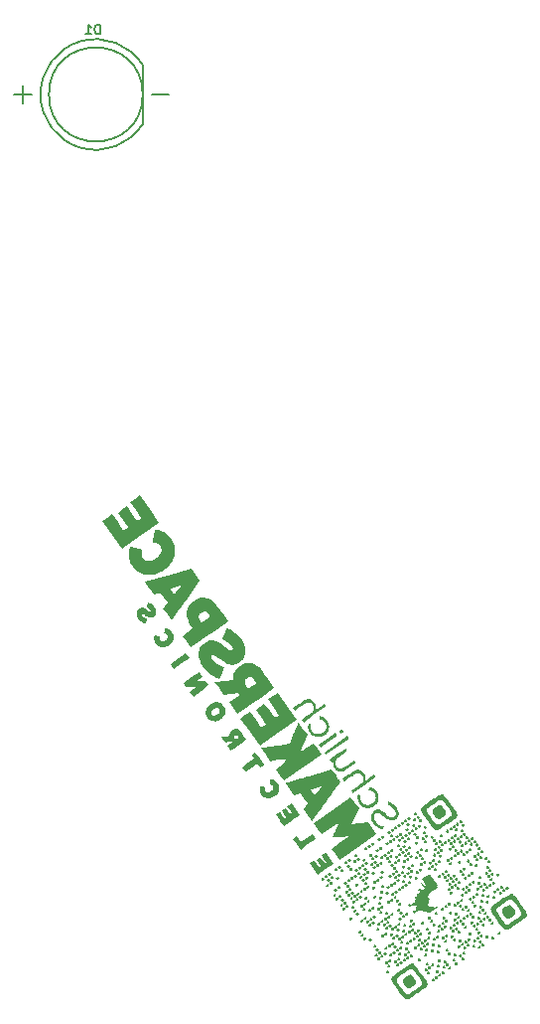
<source format=gbr>
G04 #@! TF.GenerationSoftware,KiCad,Pcbnew,8.0.2*
G04 #@! TF.CreationDate,2024-12-10T10:09:32-07:00*
G04 #@! TF.ProjectId,Makerspace_THT_Workshop,4d616b65-7273-4706-9163-655f5448545f,V1.0*
G04 #@! TF.SameCoordinates,Original*
G04 #@! TF.FileFunction,Legend,Bot*
G04 #@! TF.FilePolarity,Positive*
%FSLAX46Y46*%
G04 Gerber Fmt 4.6, Leading zero omitted, Abs format (unit mm)*
G04 Created by KiCad (PCBNEW 8.0.2) date 2024-12-10 10:09:32*
%MOMM*%
%LPD*%
G01*
G04 APERTURE LIST*
G04 Aperture macros list*
%AMHorizOval*
0 Thick line with rounded ends*
0 $1 width*
0 $2 $3 position (X,Y) of the first rounded end (center of the circle)*
0 $4 $5 position (X,Y) of the second rounded end (center of the circle)*
0 Add line between two ends*
20,1,$1,$2,$3,$4,$5,0*
0 Add two circle primitives to create the rounded ends*
1,1,$1,$2,$3*
1,1,$1,$4,$5*%
%AMRotRect*
0 Rectangle, with rotation*
0 The origin of the aperture is its center*
0 $1 length*
0 $2 width*
0 $3 Rotation angle, in degrees counterclockwise*
0 Add horizontal line*
21,1,$1,$2,0,0,$3*%
G04 Aperture macros list end*
%ADD10C,0.150000*%
%ADD11C,0.000000*%
%ADD12C,0.250000*%
%ADD13C,0.200000*%
%ADD14R,1.800000X1.800000*%
%ADD15C,1.524000*%
%ADD16C,2.000000*%
%ADD17C,2.340000*%
%ADD18R,0.850000X0.850000*%
%ADD19HorizOval,2.200000X0.459619X0.459619X-0.459619X-0.459619X0*%
%ADD20RotRect,1.500000X2.500000X135.000000*%
%ADD21HorizOval,1.500000X0.353553X0.353553X-0.353553X-0.353553X0*%
%ADD22R,2.000000X2.000000*%
%ADD23R,2.400000X1.600000*%
%ADD24O,2.400000X1.600000*%
%ADD25C,3.000000*%
G04 APERTURE END LIST*
D10*
X119940475Y-58962295D02*
X119940475Y-58162295D01*
X119940475Y-58162295D02*
X119749999Y-58162295D01*
X119749999Y-58162295D02*
X119635713Y-58200390D01*
X119635713Y-58200390D02*
X119559523Y-58276580D01*
X119559523Y-58276580D02*
X119521428Y-58352771D01*
X119521428Y-58352771D02*
X119483332Y-58505152D01*
X119483332Y-58505152D02*
X119483332Y-58619438D01*
X119483332Y-58619438D02*
X119521428Y-58771819D01*
X119521428Y-58771819D02*
X119559523Y-58848009D01*
X119559523Y-58848009D02*
X119635713Y-58924200D01*
X119635713Y-58924200D02*
X119749999Y-58962295D01*
X119749999Y-58962295D02*
X119940475Y-58962295D01*
X118721428Y-58962295D02*
X119178571Y-58962295D01*
X118949999Y-58962295D02*
X118949999Y-58162295D01*
X118949999Y-58162295D02*
X119026190Y-58276580D01*
X119026190Y-58276580D02*
X119102380Y-58352771D01*
X119102380Y-58352771D02*
X119178571Y-58390866D01*
X112600000Y-64100000D02*
X114100000Y-64100000D01*
X113350000Y-63350000D02*
X113350000Y-64100000D01*
X113350000Y-64850000D02*
X113350000Y-63350000D01*
X123600000Y-61600000D02*
X123600000Y-64100000D01*
X123600000Y-66600000D02*
X123600000Y-64100000D01*
X125850000Y-64100000D02*
X124350000Y-64100000D01*
X123600000Y-66600000D02*
G75*
G02*
X123600000Y-61600000I-4000000J2500000D01*
G01*
X123600000Y-64100000D02*
G75*
G02*
X115600000Y-64100000I-4000000J0D01*
G01*
X115600000Y-64100000D02*
G75*
G02*
X123600000Y-64100000I4000000J0D01*
G01*
D11*
G36*
X127446840Y-111859812D02*
G01*
X127592677Y-112068088D01*
X126922940Y-112537042D01*
X126253205Y-113005996D01*
X126111013Y-112798282D01*
X125968821Y-112590568D01*
X126634912Y-112121052D01*
X127301004Y-111651537D01*
X127446840Y-111859812D01*
G37*
G36*
X140126047Y-118601254D02*
G01*
X140200378Y-118707409D01*
X139494036Y-119201995D01*
X138787695Y-119696581D01*
X138713364Y-119590425D01*
X138639033Y-119484270D01*
X139345374Y-118989684D01*
X140051716Y-118495098D01*
X140126047Y-118601254D01*
G37*
G36*
X140662131Y-118219799D02*
G01*
X140745039Y-118338203D01*
X140626635Y-118421111D01*
X140508230Y-118504018D01*
X140425323Y-118385614D01*
X140342415Y-118267210D01*
X140460819Y-118184302D01*
X140579224Y-118101395D01*
X140662131Y-118219799D01*
G37*
G36*
X141151435Y-118835526D02*
G01*
X141226622Y-118938040D01*
X140230151Y-119635776D01*
X139233680Y-120333513D01*
X139159326Y-120227326D01*
X139084972Y-120121137D01*
X140080611Y-119427075D01*
X141076249Y-118733012D01*
X141151435Y-118835526D01*
G37*
G36*
X138236279Y-127268727D02*
G01*
X138382082Y-127476955D01*
X137712486Y-127945812D01*
X137042890Y-128414667D01*
X136719837Y-127953299D01*
X136396784Y-127491931D01*
X136580514Y-127363282D01*
X136764244Y-127234632D01*
X136941495Y-127487772D01*
X137118746Y-127740912D01*
X137604611Y-127400706D01*
X138090476Y-127060499D01*
X138236279Y-127268727D01*
G37*
G36*
X133599179Y-120646262D02*
G01*
X133973692Y-121181122D01*
X133794044Y-121306913D01*
X133614397Y-121432704D01*
X133500041Y-121269388D01*
X133385686Y-121106072D01*
X132895738Y-121449137D01*
X132405790Y-121792202D01*
X132259987Y-121583974D01*
X132114185Y-121375746D01*
X132604133Y-121032681D01*
X133094081Y-120689616D01*
X132979726Y-120526300D01*
X132865371Y-120362984D01*
X133045018Y-120237193D01*
X133224666Y-120111402D01*
X133599179Y-120646262D01*
G37*
G36*
X128564619Y-113456165D02*
G01*
X128707487Y-113660202D01*
X128434964Y-113854229D01*
X128162442Y-114048255D01*
X128564885Y-114040272D01*
X128967329Y-114032291D01*
X129106218Y-114230148D01*
X129245108Y-114428004D01*
X128575512Y-114896860D01*
X127905916Y-115365716D01*
X127763045Y-115161674D01*
X127620173Y-114957633D01*
X127910599Y-114751079D01*
X128201025Y-114544524D01*
X127772145Y-114553346D01*
X127343266Y-114562168D01*
X127212913Y-114376004D01*
X127082560Y-114189841D01*
X127752155Y-113720985D01*
X128421751Y-113252129D01*
X128564619Y-113456165D01*
G37*
G36*
X124178092Y-99405437D02*
G01*
X124995731Y-100573146D01*
X123407482Y-101685249D01*
X121819234Y-102797353D01*
X120993018Y-101617395D01*
X120166802Y-100437437D01*
X120583258Y-100145831D01*
X120999714Y-99854226D01*
X121482865Y-100544236D01*
X121966015Y-101234246D01*
X122157911Y-101099879D01*
X122349808Y-100965512D01*
X121909541Y-100336745D01*
X121469273Y-99707978D01*
X121848983Y-99442103D01*
X122228693Y-99176227D01*
X122668960Y-99804994D01*
X123109227Y-100433761D01*
X123288874Y-100307970D01*
X123468523Y-100182179D01*
X122993949Y-99504418D01*
X122519375Y-98826656D01*
X122939914Y-98532192D01*
X123360453Y-98237727D01*
X124178092Y-99405437D01*
G37*
G36*
X135933746Y-116194250D02*
G01*
X136751437Y-117362034D01*
X135163189Y-118474138D01*
X133574940Y-119586242D01*
X132751583Y-118410366D01*
X131928226Y-117234490D01*
X132344635Y-116942917D01*
X132761045Y-116651344D01*
X133244854Y-117337851D01*
X133728663Y-118024358D01*
X133916476Y-117892850D01*
X134104290Y-117761341D01*
X133667544Y-117133151D01*
X133230798Y-116504961D01*
X133610406Y-116239156D01*
X133990014Y-115973352D01*
X134430946Y-116598612D01*
X134871874Y-117223873D01*
X135050974Y-117101744D01*
X135230075Y-116979617D01*
X134756049Y-116298192D01*
X134282023Y-115616768D01*
X134699039Y-115321617D01*
X135116054Y-115026466D01*
X135933746Y-116194250D01*
G37*
G36*
X139542786Y-129134613D02*
G01*
X139885851Y-129624561D01*
X139216255Y-130093417D01*
X138546660Y-130562273D01*
X138200736Y-130068242D01*
X137854811Y-129574211D01*
X138034459Y-129448420D01*
X138214106Y-129322630D01*
X138417087Y-129612516D01*
X138620067Y-129902402D01*
X138697642Y-129848083D01*
X138775218Y-129793764D01*
X138589270Y-129528203D01*
X138403322Y-129262641D01*
X138566147Y-129151930D01*
X138728972Y-129041218D01*
X138915523Y-129303057D01*
X139102076Y-129564896D01*
X139175455Y-129513515D01*
X139248834Y-129462134D01*
X139048713Y-129176331D01*
X138848591Y-128890528D01*
X139024156Y-128767597D01*
X139199721Y-128644665D01*
X139542786Y-129134613D01*
G37*
G36*
X136629590Y-124974137D02*
G01*
X136975514Y-125468168D01*
X136311362Y-125933212D01*
X136262663Y-125967289D01*
X136161920Y-126037644D01*
X136066395Y-126104168D01*
X135977321Y-126166011D01*
X135895930Y-126222325D01*
X135823455Y-126272264D01*
X135761129Y-126314977D01*
X135710182Y-126349618D01*
X135671850Y-126375339D01*
X135647363Y-126391291D01*
X135637954Y-126396624D01*
X135637930Y-126396619D01*
X135630556Y-126388158D01*
X135612816Y-126364777D01*
X135585728Y-126327889D01*
X135550304Y-126278913D01*
X135507563Y-126219267D01*
X135458519Y-126150367D01*
X135404188Y-126073632D01*
X135345585Y-125990478D01*
X135283727Y-125902321D01*
X134938756Y-125409652D01*
X135118404Y-125283862D01*
X135298051Y-125158071D01*
X135501031Y-125447957D01*
X135704011Y-125737843D01*
X135781587Y-125683524D01*
X135859162Y-125629205D01*
X135673214Y-125363644D01*
X135487266Y-125098083D01*
X135650091Y-124987372D01*
X135812917Y-124876660D01*
X135999468Y-125138498D01*
X136186020Y-125400336D01*
X136259399Y-125348956D01*
X136332778Y-125297575D01*
X136132657Y-125011772D01*
X135932536Y-124725969D01*
X136108100Y-124603037D01*
X136283665Y-124480106D01*
X136629590Y-124974137D01*
G37*
G36*
X141690357Y-124419756D02*
G01*
X142037795Y-124920428D01*
X141718575Y-125571304D01*
X141671097Y-125668366D01*
X141621807Y-125769706D01*
X141576023Y-125864433D01*
X141534410Y-125951140D01*
X141497636Y-126028418D01*
X141466366Y-126094860D01*
X141441266Y-126149060D01*
X141423002Y-126189609D01*
X141412241Y-126215101D01*
X141409647Y-126224127D01*
X141417708Y-126223658D01*
X141444264Y-126221210D01*
X141487719Y-126216863D01*
X141546475Y-126210787D01*
X141618936Y-126203152D01*
X141703508Y-126194128D01*
X141798594Y-126183883D01*
X141902598Y-126172587D01*
X142013924Y-126160409D01*
X142130975Y-126147519D01*
X142842010Y-126068966D01*
X143195992Y-126570025D01*
X143549973Y-127071085D01*
X141961662Y-128183232D01*
X140373351Y-129295380D01*
X140036033Y-128813639D01*
X139698715Y-128331899D01*
X140458986Y-127796445D01*
X141219257Y-127260993D01*
X140501958Y-127323389D01*
X140400358Y-127332123D01*
X140287518Y-127341568D01*
X140181791Y-127350150D01*
X140084771Y-127357751D01*
X139998049Y-127364256D01*
X139923220Y-127369549D01*
X139861874Y-127373514D01*
X139815607Y-127376035D01*
X139786011Y-127376997D01*
X139774677Y-127376284D01*
X139776606Y-127366073D01*
X139786780Y-127338413D01*
X139805005Y-127293984D01*
X139831006Y-127233413D01*
X139864507Y-127157319D01*
X139905235Y-127066328D01*
X139952915Y-126961061D01*
X140007274Y-126842143D01*
X140068037Y-126710197D01*
X140371377Y-126053612D01*
X139609014Y-126584319D01*
X138846651Y-127115026D01*
X138506474Y-126629203D01*
X138166297Y-126143380D01*
X139754609Y-125031232D01*
X141342920Y-123919085D01*
X141690357Y-124419756D01*
G37*
G36*
X136881160Y-117554461D02*
G01*
X136893010Y-117570086D01*
X136914830Y-117600029D01*
X136945678Y-117642967D01*
X136984610Y-117697570D01*
X137030686Y-117762513D01*
X137082962Y-117836469D01*
X137140495Y-117918111D01*
X137202345Y-118006113D01*
X137267569Y-118099147D01*
X137652193Y-118648447D01*
X137328613Y-119398081D01*
X137005035Y-120147716D01*
X137575841Y-119751159D01*
X138146647Y-119354601D01*
X138489673Y-119844493D01*
X138832700Y-120334386D01*
X137244451Y-121446489D01*
X135656202Y-122558593D01*
X135313137Y-122068645D01*
X134970072Y-121578697D01*
X135323771Y-121331034D01*
X135677470Y-121083371D01*
X135750483Y-120878759D01*
X135759816Y-120852336D01*
X135779296Y-120795255D01*
X135795128Y-120746102D01*
X135806499Y-120707570D01*
X135812595Y-120682351D01*
X135812602Y-120673144D01*
X135809443Y-120673432D01*
X135789108Y-120676315D01*
X135751542Y-120682064D01*
X135698392Y-120690413D01*
X135631304Y-120701100D01*
X135551924Y-120713859D01*
X135461899Y-120728428D01*
X135362874Y-120744541D01*
X135256498Y-120761935D01*
X135144414Y-120780345D01*
X134487118Y-120888549D01*
X134088188Y-120319027D01*
X133689258Y-119749505D01*
X134017287Y-119700932D01*
X134053178Y-119695637D01*
X134124935Y-119685118D01*
X134212932Y-119672279D01*
X134315024Y-119657432D01*
X134429067Y-119640888D01*
X134552913Y-119622957D01*
X134684420Y-119603949D01*
X134821442Y-119584174D01*
X134961833Y-119563944D01*
X135103449Y-119543569D01*
X135244145Y-119523359D01*
X136142972Y-119394358D01*
X136509257Y-118474694D01*
X136538934Y-118400203D01*
X136589163Y-118274229D01*
X136637037Y-118154286D01*
X136682056Y-118041627D01*
X136723717Y-117937500D01*
X136761520Y-117843154D01*
X136794963Y-117759838D01*
X136823545Y-117688802D01*
X136846766Y-117631294D01*
X136864123Y-117588564D01*
X136875116Y-117561863D01*
X136879244Y-117552439D01*
X136881160Y-117554461D01*
G37*
G36*
X137826338Y-115582863D02*
G01*
X137927744Y-115609229D01*
X138026266Y-115655280D01*
X138050898Y-115670245D01*
X138121530Y-115723433D01*
X138187705Y-115790285D01*
X138252623Y-115873889D01*
X138279622Y-115914698D01*
X138333680Y-116018635D01*
X138367961Y-116124367D01*
X138382430Y-116231701D01*
X138377056Y-116340443D01*
X138351804Y-116450397D01*
X138325207Y-116533880D01*
X138735093Y-116250030D01*
X139144978Y-115966180D01*
X139219256Y-116072260D01*
X139293533Y-116178340D01*
X138297305Y-116875906D01*
X137301078Y-117573472D01*
X137227139Y-117467876D01*
X137153199Y-117362279D01*
X137598386Y-117046532D01*
X138043573Y-116730785D01*
X138091730Y-116663516D01*
X138121303Y-116618801D01*
X138166875Y-116527085D01*
X138192523Y-116435018D01*
X138198248Y-116342776D01*
X138184046Y-116250543D01*
X138149917Y-116158496D01*
X138095859Y-116066819D01*
X138062666Y-116022882D01*
X137996092Y-115953895D01*
X137924512Y-115903918D01*
X137847169Y-115872589D01*
X137763304Y-115859545D01*
X137672160Y-115864425D01*
X137669051Y-115864876D01*
X137642502Y-115869089D01*
X137617760Y-115874157D01*
X137593318Y-115880965D01*
X137567665Y-115890400D01*
X137539295Y-115903350D01*
X137506701Y-115920700D01*
X137468372Y-115943338D01*
X137422802Y-115972149D01*
X137368481Y-116008020D01*
X137303903Y-116051839D01*
X137227558Y-116104491D01*
X137137938Y-116166863D01*
X137033536Y-116239842D01*
X136586359Y-116552747D01*
X136512028Y-116446592D01*
X136437697Y-116340436D01*
X136925644Y-115998858D01*
X136979184Y-115961387D01*
X137073653Y-115895344D01*
X137153964Y-115839360D01*
X137221548Y-115792493D01*
X137277831Y-115753806D01*
X137324243Y-115722359D01*
X137362214Y-115697214D01*
X137393169Y-115677429D01*
X137418539Y-115662069D01*
X137439753Y-115650192D01*
X137458238Y-115640860D01*
X137475423Y-115633133D01*
X137492738Y-115626072D01*
X137503777Y-115621808D01*
X137614459Y-115589158D01*
X137721944Y-115576174D01*
X137826338Y-115582863D01*
G37*
G36*
X142051759Y-121617390D02*
G01*
X142153165Y-121643757D01*
X142251687Y-121689807D01*
X142276319Y-121704772D01*
X142346952Y-121757960D01*
X142413127Y-121824811D01*
X142478044Y-121908416D01*
X142505043Y-121949225D01*
X142559102Y-122053162D01*
X142593382Y-122158894D01*
X142607851Y-122266228D01*
X142602477Y-122374970D01*
X142577225Y-122484923D01*
X142550629Y-122568407D01*
X142960514Y-122284557D01*
X143370399Y-122000708D01*
X143444677Y-122106787D01*
X143518955Y-122212867D01*
X142522727Y-122910434D01*
X141526500Y-123608000D01*
X141452560Y-123502403D01*
X141378621Y-123396807D01*
X141823807Y-123081059D01*
X142268994Y-122765312D01*
X142317152Y-122698043D01*
X142346725Y-122653329D01*
X142392297Y-122561613D01*
X142417945Y-122469545D01*
X142423670Y-122377303D01*
X142409467Y-122285070D01*
X142375338Y-122193023D01*
X142321281Y-122101347D01*
X142289586Y-122059268D01*
X142222906Y-121989706D01*
X142151180Y-121939189D01*
X142073746Y-121907399D01*
X141989942Y-121894019D01*
X141899110Y-121898732D01*
X141890925Y-121899925D01*
X141864669Y-121904122D01*
X141840298Y-121909125D01*
X141816297Y-121915824D01*
X141791148Y-121925106D01*
X141763336Y-121937860D01*
X141731344Y-121954973D01*
X141693657Y-121977336D01*
X141648759Y-122005834D01*
X141595132Y-122041360D01*
X141531262Y-122084799D01*
X141455632Y-122137042D01*
X141366725Y-122198976D01*
X141263025Y-122271489D01*
X140811780Y-122587275D01*
X140737450Y-122481119D01*
X140663119Y-122374964D01*
X141151065Y-122033385D01*
X141204605Y-121995913D01*
X141299074Y-121929871D01*
X141379385Y-121873887D01*
X141446969Y-121827020D01*
X141503253Y-121788334D01*
X141549665Y-121756886D01*
X141587635Y-121731740D01*
X141618591Y-121711957D01*
X141643960Y-121696597D01*
X141665174Y-121684719D01*
X141683658Y-121675387D01*
X141700845Y-121667660D01*
X141718159Y-121660600D01*
X141729199Y-121656336D01*
X141839880Y-121623685D01*
X141947366Y-121610701D01*
X142051759Y-121617390D01*
G37*
G36*
X141017650Y-119878419D02*
G01*
X141092836Y-119980932D01*
X140666028Y-120279998D01*
X140573058Y-120345204D01*
X140484544Y-120407558D01*
X140409714Y-120460784D01*
X140347154Y-120506070D01*
X140295453Y-120544596D01*
X140253199Y-120577547D01*
X140218980Y-120606103D01*
X140191384Y-120631451D01*
X140168998Y-120654771D01*
X140150412Y-120677248D01*
X140134210Y-120700064D01*
X140118984Y-120724403D01*
X140103320Y-120751446D01*
X140094453Y-120767818D01*
X140060268Y-120854920D01*
X140044471Y-120946094D01*
X140046815Y-121038928D01*
X140067049Y-121131013D01*
X140104926Y-121219938D01*
X140160197Y-121303291D01*
X140168423Y-121313373D01*
X140237796Y-121384409D01*
X140312049Y-121436223D01*
X140391688Y-121469033D01*
X140477222Y-121483056D01*
X140569157Y-121478509D01*
X140593742Y-121474658D01*
X140620028Y-121469397D01*
X140645938Y-121462350D01*
X140672985Y-121452632D01*
X140702682Y-121439355D01*
X140736539Y-121421636D01*
X140776071Y-121398585D01*
X140822790Y-121369317D01*
X140878206Y-121332945D01*
X140943835Y-121288583D01*
X141021186Y-121235344D01*
X141111773Y-121172341D01*
X141217108Y-121098689D01*
X141658406Y-120789689D01*
X141733017Y-120896245D01*
X141807628Y-121002800D01*
X141297597Y-121356289D01*
X140787566Y-121709777D01*
X140691794Y-121736806D01*
X140681469Y-121739654D01*
X140567609Y-121761753D01*
X140459780Y-121764895D01*
X140357482Y-121748958D01*
X140260214Y-121713817D01*
X140167481Y-121659351D01*
X140078780Y-121585435D01*
X140074387Y-121581118D01*
X140034203Y-121535470D01*
X139991931Y-121478334D01*
X139951686Y-121416032D01*
X139917586Y-121354890D01*
X139893750Y-121301233D01*
X139888208Y-121285097D01*
X139865796Y-121186679D01*
X139859473Y-121081965D01*
X139869224Y-120975605D01*
X139895035Y-120872247D01*
X139918269Y-120803373D01*
X139798967Y-120886909D01*
X139679664Y-120970446D01*
X139605302Y-120864245D01*
X139530940Y-120758044D01*
X140236701Y-120266974D01*
X140942463Y-119775905D01*
X141017650Y-119878419D01*
G37*
G36*
X128120730Y-105005565D02*
G01*
X128485853Y-105522544D01*
X127396049Y-107020757D01*
X127322701Y-107121594D01*
X127209702Y-107276945D01*
X127099117Y-107428980D01*
X126991611Y-107576785D01*
X126960421Y-107619668D01*
X126887850Y-107719446D01*
X126788499Y-107856046D01*
X126694224Y-107985672D01*
X126605688Y-108107407D01*
X126523560Y-108220340D01*
X126448502Y-108323552D01*
X126381180Y-108416132D01*
X126322261Y-108497162D01*
X126272408Y-108565729D01*
X126232288Y-108620918D01*
X126202565Y-108661813D01*
X126183907Y-108687501D01*
X126061565Y-108856031D01*
X125702291Y-108342934D01*
X125343016Y-107829837D01*
X125461794Y-107682289D01*
X125494605Y-107641503D01*
X125537506Y-107588096D01*
X125578118Y-107537466D01*
X125613029Y-107493862D01*
X125638833Y-107461528D01*
X125697094Y-107388317D01*
X125383110Y-106939901D01*
X125069126Y-106491485D01*
X124802350Y-106579741D01*
X124535574Y-106667998D01*
X124195542Y-106186513D01*
X125964990Y-106186513D01*
X125971088Y-106198296D01*
X125987055Y-106223858D01*
X126011505Y-106261109D01*
X126043054Y-106307965D01*
X126080316Y-106362339D01*
X126121908Y-106422147D01*
X126284460Y-106654296D01*
X126328524Y-106599913D01*
X126336587Y-106589968D01*
X126359050Y-106562278D01*
X126391602Y-106522164D01*
X126432702Y-106471525D01*
X126480808Y-106412260D01*
X126534377Y-106346269D01*
X126591869Y-106275453D01*
X126651741Y-106201709D01*
X126695282Y-106148033D01*
X126750067Y-106080356D01*
X126799750Y-106018816D01*
X126843085Y-105964972D01*
X126878825Y-105920373D01*
X126905720Y-105886575D01*
X126922525Y-105865132D01*
X126927992Y-105857598D01*
X126926491Y-105857978D01*
X126910339Y-105863146D01*
X126878280Y-105873784D01*
X126832485Y-105889149D01*
X126775128Y-105908502D01*
X126708376Y-105931101D01*
X126634403Y-105956207D01*
X126555380Y-105983078D01*
X126473477Y-106010975D01*
X126390867Y-106039157D01*
X126309721Y-106066882D01*
X126232210Y-106093412D01*
X126160504Y-106118005D01*
X126096777Y-106139920D01*
X126043198Y-106158417D01*
X126001940Y-106172756D01*
X125975173Y-106182196D01*
X125965069Y-106185997D01*
X125964990Y-106186513D01*
X124195542Y-106186513D01*
X124167408Y-106146676D01*
X123799243Y-105625353D01*
X125777424Y-105056971D01*
X127755607Y-104488588D01*
X128120730Y-105005565D01*
G37*
G36*
X125570003Y-109548904D02*
G01*
X125605664Y-109553864D01*
X125651499Y-109561586D01*
X125758044Y-109593601D01*
X125858975Y-109644012D01*
X125952718Y-109711937D01*
X126037703Y-109796493D01*
X126107845Y-109889417D01*
X126166870Y-109996832D01*
X126207328Y-110108744D01*
X126229184Y-110223628D01*
X126232409Y-110339961D01*
X126216972Y-110456218D01*
X126182839Y-110570876D01*
X126129979Y-110682409D01*
X126058361Y-110789294D01*
X126053313Y-110795759D01*
X126033332Y-110820621D01*
X126014660Y-110841669D01*
X125994348Y-110861430D01*
X125969443Y-110882430D01*
X125936993Y-110907192D01*
X125894049Y-110938243D01*
X125837657Y-110978107D01*
X125801768Y-111003195D01*
X125738277Y-111046102D01*
X125684655Y-111079303D01*
X125636993Y-111104542D01*
X125591381Y-111123557D01*
X125543913Y-111138093D01*
X125490678Y-111149888D01*
X125427769Y-111160684D01*
X125340031Y-111169482D01*
X125221033Y-111164954D01*
X125106448Y-111141379D01*
X124997665Y-111099201D01*
X124896066Y-111038863D01*
X124803036Y-110960806D01*
X124787931Y-110945572D01*
X124709988Y-110851941D01*
X124648198Y-110750097D01*
X124603110Y-110642136D01*
X124575275Y-110530153D01*
X124565244Y-110416242D01*
X124573566Y-110302501D01*
X124600792Y-110191023D01*
X124615202Y-110148160D01*
X124787299Y-110189421D01*
X124831613Y-110199995D01*
X124889661Y-110213700D01*
X124941443Y-110225764D01*
X124982591Y-110235172D01*
X125008731Y-110240909D01*
X125058067Y-110251135D01*
X125040634Y-110331723D01*
X125031761Y-110388703D01*
X125033524Y-110448938D01*
X125050093Y-110503812D01*
X125082456Y-110558689D01*
X125129794Y-110609582D01*
X125186152Y-110643229D01*
X125250445Y-110659301D01*
X125321754Y-110657702D01*
X125399162Y-110638332D01*
X125481748Y-110601095D01*
X125546859Y-110561154D01*
X125616728Y-110505180D01*
X125671879Y-110444664D01*
X125711556Y-110381230D01*
X125735005Y-110316500D01*
X125741471Y-110252099D01*
X125730198Y-110189649D01*
X125700432Y-110130773D01*
X125660123Y-110082878D01*
X125606360Y-110043349D01*
X125542034Y-110018864D01*
X125464634Y-110008117D01*
X125428785Y-110006294D01*
X125459622Y-109777625D01*
X125461636Y-109762617D01*
X125471125Y-109691127D01*
X125478957Y-109636747D01*
X125486539Y-109597317D01*
X125495280Y-109570680D01*
X125506589Y-109554677D01*
X125521874Y-109547152D01*
X125542543Y-109545947D01*
X125570003Y-109548904D01*
G37*
G36*
X134528813Y-122405033D02*
G01*
X134562154Y-122406803D01*
X134651701Y-122419301D01*
X134761984Y-122451933D01*
X134865234Y-122502179D01*
X134958531Y-122568843D01*
X135000794Y-122609296D01*
X135056390Y-122674294D01*
X135108733Y-122747579D01*
X135153424Y-122822867D01*
X135186064Y-122893873D01*
X135210381Y-122970899D01*
X135230864Y-123089010D01*
X135232529Y-123208542D01*
X135215595Y-123327086D01*
X135180279Y-123442230D01*
X135126798Y-123551566D01*
X135103087Y-123588561D01*
X135036842Y-123672010D01*
X134956187Y-123752739D01*
X134864913Y-123827793D01*
X134766812Y-123894217D01*
X134665672Y-123949055D01*
X134565288Y-123989350D01*
X134559146Y-123991318D01*
X134437494Y-124019863D01*
X134316728Y-124028876D01*
X134198351Y-124018730D01*
X134083870Y-123989798D01*
X133974788Y-123942456D01*
X133872612Y-123877076D01*
X133778844Y-123794032D01*
X133775570Y-123790558D01*
X133749141Y-123757570D01*
X133718066Y-123712368D01*
X133685469Y-123660143D01*
X133654476Y-123606085D01*
X133628212Y-123555385D01*
X133609801Y-123513235D01*
X133601866Y-123491003D01*
X133579521Y-123409887D01*
X133569218Y-123329673D01*
X133570522Y-123244462D01*
X133583000Y-123148354D01*
X133584189Y-123141585D01*
X133593832Y-123092772D01*
X133603593Y-123052665D01*
X133612483Y-123024939D01*
X133619505Y-123013269D01*
X133622899Y-123012929D01*
X133643483Y-123015297D01*
X133679149Y-123021689D01*
X133726891Y-123031501D01*
X133783702Y-123044127D01*
X133846576Y-123058962D01*
X134059501Y-123110596D01*
X134042565Y-123179838D01*
X134033344Y-123245107D01*
X134039014Y-123314680D01*
X134060133Y-123377317D01*
X134094887Y-123430938D01*
X134141464Y-123473466D01*
X134198046Y-123502823D01*
X134262821Y-123516929D01*
X134333974Y-123513706D01*
X134349583Y-123510664D01*
X134426719Y-123485827D01*
X134506217Y-123445333D01*
X134583564Y-123391393D01*
X134609978Y-123369111D01*
X134671374Y-123305275D01*
X134714420Y-123239763D01*
X134738849Y-123173540D01*
X134744392Y-123107569D01*
X134730782Y-123042812D01*
X134697751Y-122980235D01*
X134686401Y-122965077D01*
X134635783Y-122916838D01*
X134573884Y-122884740D01*
X134499937Y-122868347D01*
X134432619Y-122861060D01*
X134462405Y-122635875D01*
X134467088Y-122600681D01*
X134475394Y-122539350D01*
X134482748Y-122486415D01*
X134488745Y-122444720D01*
X134492982Y-122417111D01*
X134495052Y-122406429D01*
X134504579Y-122404946D01*
X134528813Y-122405033D01*
G37*
G36*
X138755736Y-117039668D02*
G01*
X138879307Y-117072309D01*
X138995971Y-117118840D01*
X139100063Y-117179093D01*
X139193663Y-117254504D01*
X139278847Y-117346515D01*
X139357694Y-117456563D01*
X139382828Y-117497198D01*
X139423799Y-117572867D01*
X139453553Y-117645167D01*
X139474575Y-117720691D01*
X139489345Y-117806031D01*
X139496959Y-117903154D01*
X139490139Y-118032633D01*
X139464228Y-118159591D01*
X139419707Y-118282430D01*
X139357060Y-118399551D01*
X139276771Y-118509354D01*
X139276617Y-118509538D01*
X139241756Y-118545589D01*
X139194379Y-118587361D01*
X139139456Y-118631069D01*
X139081957Y-118672931D01*
X139026849Y-118709163D01*
X138979104Y-118735982D01*
X138936913Y-118755383D01*
X138813968Y-118797704D01*
X138688105Y-118821244D01*
X138561217Y-118826295D01*
X138435206Y-118813142D01*
X138311968Y-118782072D01*
X138193401Y-118733375D01*
X138081402Y-118667337D01*
X137977871Y-118584246D01*
X137940430Y-118544797D01*
X137894447Y-118486359D01*
X137848558Y-118419047D01*
X137806167Y-118348232D01*
X137770679Y-118279286D01*
X137745500Y-118217584D01*
X137719412Y-118122642D01*
X137703751Y-118011314D01*
X137703425Y-117894577D01*
X137718192Y-117768485D01*
X137733095Y-117679954D01*
X137843835Y-117704109D01*
X137954575Y-117728265D01*
X137944670Y-117821476D01*
X137938431Y-117918458D01*
X137943503Y-118025487D01*
X137963055Y-118122627D01*
X137997667Y-118212543D01*
X138047913Y-118297898D01*
X138076188Y-118336523D01*
X138134256Y-118401914D01*
X138198339Y-118454758D01*
X138273873Y-118499921D01*
X138322648Y-118522271D01*
X138424506Y-118553021D01*
X138531590Y-118565970D01*
X138640972Y-118560886D01*
X138749726Y-118537538D01*
X138776811Y-118529101D01*
X138809557Y-118517492D01*
X138838706Y-118504393D01*
X138869173Y-118487220D01*
X138905870Y-118463393D01*
X138953708Y-118430327D01*
X138987786Y-118406283D01*
X139026209Y-118378056D01*
X139054956Y-118354579D01*
X139078136Y-118332118D01*
X139099855Y-118306941D01*
X139124221Y-118275314D01*
X139172505Y-118201607D01*
X139218099Y-118103027D01*
X139245761Y-118001430D01*
X139255679Y-117898821D01*
X139248043Y-117797207D01*
X139223040Y-117698593D01*
X139180860Y-117604987D01*
X139121691Y-117518392D01*
X139045722Y-117440818D01*
X139042482Y-117438055D01*
X138972665Y-117386949D01*
X138894551Y-117345913D01*
X138804494Y-117313337D01*
X138698848Y-117287610D01*
X138637083Y-117275306D01*
X138664460Y-117150747D01*
X138691835Y-117026188D01*
X138755736Y-117039668D01*
G37*
G36*
X142981157Y-123074195D02*
G01*
X143104728Y-123106836D01*
X143221392Y-123153367D01*
X143325484Y-123213620D01*
X143419084Y-123289031D01*
X143504269Y-123381042D01*
X143583116Y-123491090D01*
X143609160Y-123533250D01*
X143649780Y-123608553D01*
X143679286Y-123680648D01*
X143700169Y-123756167D01*
X143714926Y-123841744D01*
X143722450Y-123934141D01*
X143716283Y-124063341D01*
X143690748Y-124190045D01*
X143646172Y-124313178D01*
X143582881Y-124431667D01*
X143501202Y-124544437D01*
X143473695Y-124574159D01*
X143423777Y-124619456D01*
X143364481Y-124666469D01*
X143300898Y-124711447D01*
X143238122Y-124750634D01*
X143181243Y-124780280D01*
X143164377Y-124787709D01*
X143039292Y-124830982D01*
X142911979Y-124855237D01*
X142784268Y-124860779D01*
X142657992Y-124847911D01*
X142534979Y-124816935D01*
X142417060Y-124768156D01*
X142306066Y-124701876D01*
X142203828Y-124618397D01*
X142202653Y-124617280D01*
X142163872Y-124575686D01*
X142120994Y-124522314D01*
X142078362Y-124463178D01*
X142040321Y-124404294D01*
X142011214Y-124351677D01*
X141989376Y-124303275D01*
X141951304Y-124187543D01*
X141931115Y-124066642D01*
X141928617Y-123938992D01*
X141943614Y-123803013D01*
X141958516Y-123714481D01*
X142069256Y-123738637D01*
X142179996Y-123762791D01*
X142170092Y-123856003D01*
X142163853Y-123952986D01*
X142168925Y-124060014D01*
X142188477Y-124157155D01*
X142223088Y-124247071D01*
X142273335Y-124332426D01*
X142301610Y-124371051D01*
X142359678Y-124436441D01*
X142423760Y-124489285D01*
X142499295Y-124534449D01*
X142548069Y-124556798D01*
X142649927Y-124587548D01*
X142757011Y-124600497D01*
X142866394Y-124595413D01*
X142975147Y-124572066D01*
X143002233Y-124563628D01*
X143034979Y-124552020D01*
X143064128Y-124538921D01*
X143094595Y-124521748D01*
X143131291Y-124497919D01*
X143179130Y-124464854D01*
X143213208Y-124440811D01*
X143251630Y-124412583D01*
X143280377Y-124389106D01*
X143303557Y-124366646D01*
X143325277Y-124341469D01*
X143349642Y-124309842D01*
X143397927Y-124236134D01*
X143443521Y-124137554D01*
X143471183Y-124035957D01*
X143481101Y-123933348D01*
X143473464Y-123831734D01*
X143448462Y-123733120D01*
X143406281Y-123639514D01*
X143347112Y-123552920D01*
X143271144Y-123475346D01*
X143267903Y-123472582D01*
X143198086Y-123421476D01*
X143119972Y-123380441D01*
X143029916Y-123347865D01*
X142924270Y-123322137D01*
X142862504Y-123309833D01*
X142889881Y-123185274D01*
X142917257Y-123060716D01*
X142981157Y-123074195D01*
G37*
G36*
X128934050Y-106955700D02*
G01*
X129080899Y-106989328D01*
X129225824Y-107042685D01*
X129368648Y-107115736D01*
X129509190Y-107208447D01*
X129647274Y-107320785D01*
X129668740Y-107339984D01*
X129695954Y-107364609D01*
X129721118Y-107388054D01*
X129745133Y-107411482D01*
X129768904Y-107436059D01*
X129793333Y-107462951D01*
X129819324Y-107493318D01*
X129847782Y-107528327D01*
X129879609Y-107569142D01*
X129915708Y-107616929D01*
X129956983Y-107672849D01*
X130004339Y-107738069D01*
X130058678Y-107813753D01*
X130120903Y-107901065D01*
X130191918Y-108001170D01*
X130272628Y-108115232D01*
X130363935Y-108244415D01*
X130868762Y-108958797D01*
X129686663Y-109786512D01*
X129280066Y-110071214D01*
X127691369Y-111183632D01*
X127348303Y-110693683D01*
X127005238Y-110203735D01*
X127440832Y-109898729D01*
X127876425Y-109593724D01*
X127737277Y-109383879D01*
X127713945Y-109348409D01*
X127672406Y-109283961D01*
X127632903Y-109221138D01*
X127597729Y-109163656D01*
X127569176Y-109115232D01*
X127549537Y-109079581D01*
X127474157Y-108917577D01*
X127412649Y-108747475D01*
X127370632Y-108580235D01*
X127367735Y-108559087D01*
X128385726Y-108559087D01*
X128392153Y-108645090D01*
X128417444Y-108736878D01*
X128418351Y-108739295D01*
X128433789Y-108772735D01*
X128458660Y-108818530D01*
X128490971Y-108873169D01*
X128528730Y-108933137D01*
X128619578Y-109073363D01*
X129000532Y-108806616D01*
X129381487Y-108539868D01*
X129299724Y-108423706D01*
X129266519Y-108377677D01*
X129206316Y-108301464D01*
X129149986Y-108241283D01*
X129095357Y-108195434D01*
X129040253Y-108162218D01*
X128982502Y-108139937D01*
X128919928Y-108126891D01*
X128900353Y-108124505D01*
X128844943Y-108122115D01*
X128793884Y-108128323D01*
X128742511Y-108144450D01*
X128686158Y-108171815D01*
X128620158Y-108211740D01*
X128583257Y-108235899D01*
X128546431Y-108261721D01*
X128518954Y-108284113D01*
X128496336Y-108306818D01*
X128474088Y-108333581D01*
X128430085Y-108400010D01*
X128398318Y-108477762D01*
X128385726Y-108559087D01*
X127367735Y-108559087D01*
X127348139Y-108416028D01*
X127345203Y-108255022D01*
X127361853Y-108097385D01*
X127365899Y-108074672D01*
X127400960Y-107931950D01*
X127451693Y-107797927D01*
X127519163Y-107670546D01*
X127604435Y-107547750D01*
X127708574Y-107427482D01*
X127742654Y-107394978D01*
X127793675Y-107351957D01*
X127855135Y-107304016D01*
X127923389Y-107253707D01*
X127994792Y-107203582D01*
X128065700Y-107156194D01*
X128132470Y-107114095D01*
X128191454Y-107079837D01*
X128239012Y-107055973D01*
X128330990Y-107019135D01*
X128483748Y-106973516D01*
X128635296Y-106947760D01*
X128785456Y-106941833D01*
X128934050Y-106955700D01*
G37*
G36*
X129950773Y-115849049D02*
G01*
X130065794Y-115866771D01*
X130176008Y-115901344D01*
X130278489Y-115952013D01*
X130370305Y-116018023D01*
X130435623Y-116079997D01*
X130514702Y-116176146D01*
X130576413Y-116279277D01*
X130620662Y-116387713D01*
X130647355Y-116499777D01*
X130656399Y-116613791D01*
X130647700Y-116728076D01*
X130621165Y-116840956D01*
X130576701Y-116950750D01*
X130514214Y-117055785D01*
X130433610Y-117154378D01*
X130420367Y-117167790D01*
X130369841Y-117212747D01*
X130307889Y-117261202D01*
X130260614Y-117294744D01*
X130239606Y-117309649D01*
X130170088Y-117354584D01*
X130104425Y-117392500D01*
X130047715Y-117419895D01*
X129994700Y-117439771D01*
X129879044Y-117469436D01*
X129762463Y-117481779D01*
X129647265Y-117477155D01*
X129535757Y-117455920D01*
X129430247Y-117418432D01*
X129333040Y-117365045D01*
X129246447Y-117296118D01*
X129231942Y-117282372D01*
X129208327Y-117260191D01*
X129192483Y-117245565D01*
X129192255Y-117245356D01*
X129180731Y-117231490D01*
X129161149Y-117204784D01*
X129136190Y-117168995D01*
X129108538Y-117127887D01*
X129079850Y-117083572D01*
X129056641Y-117044310D01*
X129039399Y-117009149D01*
X129025071Y-116971800D01*
X129010606Y-116925969D01*
X128990071Y-116837062D01*
X128982685Y-116750252D01*
X129450545Y-116750252D01*
X129453370Y-116797926D01*
X129459495Y-116820210D01*
X129488420Y-116884714D01*
X129530250Y-116934158D01*
X129584689Y-116968258D01*
X129651437Y-116986729D01*
X129669927Y-116988774D01*
X129736894Y-116985879D01*
X129807957Y-116966829D01*
X129884734Y-116931070D01*
X129968841Y-116878050D01*
X130044947Y-116818467D01*
X130108033Y-116754149D01*
X130152661Y-116689355D01*
X130178577Y-116624736D01*
X130185522Y-116560947D01*
X130173239Y-116498643D01*
X130141472Y-116438476D01*
X130122825Y-116415290D01*
X130072508Y-116374433D01*
X130012087Y-116349978D01*
X129943049Y-116342397D01*
X129866881Y-116352153D01*
X129860803Y-116353605D01*
X129837109Y-116360160D01*
X129814924Y-116368638D01*
X129790717Y-116380997D01*
X129760959Y-116399190D01*
X129722121Y-116425177D01*
X129670673Y-116460913D01*
X129664382Y-116465321D01*
X129614556Y-116500603D01*
X129577933Y-116527643D01*
X129551501Y-116549045D01*
X129532242Y-116567411D01*
X129517141Y-116585344D01*
X129503183Y-116605445D01*
X129484456Y-116637840D01*
X129461382Y-116695054D01*
X129450545Y-116750252D01*
X128982685Y-116750252D01*
X128979998Y-116718675D01*
X128988574Y-116600401D01*
X129015354Y-116484842D01*
X129059896Y-116374604D01*
X129121758Y-116272285D01*
X129149734Y-116235736D01*
X129231160Y-116147208D01*
X129325236Y-116065803D01*
X129428291Y-115993917D01*
X129536652Y-115933946D01*
X129646648Y-115888285D01*
X129754607Y-115859330D01*
X129833873Y-115848932D01*
X129950773Y-115849049D01*
G37*
G36*
X131619011Y-118129895D02*
G01*
X131713696Y-118155237D01*
X131806548Y-118199654D01*
X131896531Y-118262925D01*
X131907712Y-118272277D01*
X131922610Y-118285538D01*
X131937566Y-118300302D01*
X131953852Y-118318211D01*
X131972744Y-118340906D01*
X131995512Y-118370027D01*
X132023434Y-118407214D01*
X132057781Y-118454110D01*
X132099827Y-118512355D01*
X132150846Y-118583589D01*
X132212113Y-118669455D01*
X132465282Y-119024597D01*
X131970173Y-119371275D01*
X131800592Y-119490018D01*
X131751435Y-119524414D01*
X131650669Y-119594786D01*
X131555126Y-119661321D01*
X131466038Y-119723174D01*
X131384637Y-119779495D01*
X131312154Y-119829439D01*
X131249823Y-119872156D01*
X131198874Y-119906800D01*
X131160540Y-119932521D01*
X131136053Y-119948473D01*
X131126645Y-119953807D01*
X131121341Y-119948720D01*
X131105672Y-119929280D01*
X131081591Y-119897396D01*
X131050752Y-119855298D01*
X131014804Y-119805220D01*
X130975398Y-119749390D01*
X130833408Y-119546607D01*
X131029386Y-119409381D01*
X131225366Y-119272154D01*
X131203288Y-119240624D01*
X131181210Y-119209093D01*
X130912409Y-119242320D01*
X130643609Y-119275546D01*
X130481209Y-119043615D01*
X130472944Y-119031801D01*
X130432018Y-118972959D01*
X130395587Y-118920025D01*
X130365049Y-118875074D01*
X130341807Y-118840183D01*
X130335835Y-118830841D01*
X131403295Y-118830841D01*
X131404876Y-118840418D01*
X131411344Y-118863501D01*
X131423249Y-118888957D01*
X131442884Y-118921223D01*
X131472543Y-118964730D01*
X131535667Y-119054880D01*
X131678568Y-118954819D01*
X131821470Y-118854758D01*
X131759824Y-118767101D01*
X131729585Y-118725455D01*
X131703609Y-118693693D01*
X131681119Y-118671832D01*
X131658675Y-118656099D01*
X131636459Y-118645847D01*
X131589780Y-118638787D01*
X131541717Y-118646887D01*
X131495774Y-118667747D01*
X131455455Y-118698970D01*
X131424267Y-118738160D01*
X131405712Y-118782915D01*
X131403295Y-118830841D01*
X130335835Y-118830841D01*
X130327261Y-118817427D01*
X130322813Y-118808882D01*
X130325805Y-118808289D01*
X130345450Y-118805824D01*
X130381316Y-118801857D01*
X130430992Y-118796639D01*
X130492067Y-118790419D01*
X130562131Y-118783450D01*
X130638774Y-118775981D01*
X130676404Y-118772334D01*
X130751112Y-118764991D01*
X130818595Y-118758222D01*
X130876329Y-118752291D01*
X130921789Y-118747457D01*
X130952449Y-118743983D01*
X130965785Y-118742129D01*
X130970511Y-118739094D01*
X130977520Y-118718524D01*
X130978720Y-118679425D01*
X130983338Y-118598988D01*
X131005283Y-118508580D01*
X131043246Y-118423025D01*
X131095454Y-118347375D01*
X131108204Y-118333365D01*
X131153416Y-118291900D01*
X131209187Y-118248928D01*
X131269596Y-118208512D01*
X131328722Y-118174716D01*
X131380647Y-118151604D01*
X131428268Y-118137332D01*
X131523524Y-118123852D01*
X131619011Y-118129895D01*
G37*
G36*
X124159925Y-107379404D02*
G01*
X124241803Y-107417254D01*
X124336793Y-107475016D01*
X124430330Y-107548363D01*
X124440614Y-107557621D01*
X124483693Y-107601830D01*
X124530478Y-107656855D01*
X124578003Y-107718542D01*
X124623304Y-107782738D01*
X124663414Y-107845287D01*
X124695369Y-107902037D01*
X124716201Y-107948831D01*
X124733353Y-108002552D01*
X124750877Y-108086328D01*
X124754632Y-108167256D01*
X124745252Y-108251947D01*
X124725834Y-108334004D01*
X124697469Y-108403636D01*
X124657550Y-108464491D01*
X124603385Y-108520668D01*
X124532283Y-108576261D01*
X124525224Y-108581174D01*
X124455459Y-108622965D01*
X124386485Y-108650947D01*
X124316748Y-108664821D01*
X124244694Y-108664290D01*
X124168771Y-108649055D01*
X124087426Y-108618822D01*
X123999105Y-108573291D01*
X123902254Y-108512165D01*
X123795321Y-108435148D01*
X123766421Y-108413445D01*
X123708542Y-108371492D01*
X123662716Y-108341383D01*
X123626786Y-108322317D01*
X123598590Y-108313501D01*
X123575969Y-108314139D01*
X123556763Y-108323434D01*
X123538813Y-108340589D01*
X123528716Y-108359685D01*
X123528639Y-108392921D01*
X123543196Y-108432305D01*
X123570643Y-108476012D01*
X123609231Y-108522212D01*
X123657211Y-108569081D01*
X123712838Y-108614790D01*
X123774364Y-108657514D01*
X123840042Y-108695426D01*
X123908123Y-108726698D01*
X123919984Y-108731443D01*
X123953145Y-108744998D01*
X123976714Y-108755073D01*
X123986209Y-108759769D01*
X123985997Y-108761081D01*
X123980938Y-108776150D01*
X123970236Y-108805385D01*
X123955159Y-108845518D01*
X123936970Y-108893278D01*
X123916934Y-108945396D01*
X123896317Y-108998601D01*
X123876386Y-109049623D01*
X123858406Y-109095193D01*
X123843640Y-109132040D01*
X123833356Y-109156894D01*
X123828819Y-109166485D01*
X123828666Y-109166547D01*
X123817450Y-109164043D01*
X123792914Y-109156216D01*
X123760061Y-109144655D01*
X123692401Y-109116827D01*
X123577993Y-109056045D01*
X123468701Y-108981168D01*
X123369968Y-108895670D01*
X123345736Y-108870279D01*
X123309432Y-108826706D01*
X123267671Y-108770582D01*
X123218502Y-108699380D01*
X123195099Y-108664355D01*
X123163957Y-108616351D01*
X123141166Y-108578536D01*
X123124655Y-108547164D01*
X123112358Y-108518485D01*
X123102202Y-108488749D01*
X123086237Y-108429461D01*
X123070777Y-108322925D01*
X123074168Y-108222554D01*
X123096384Y-108128512D01*
X123137392Y-108040963D01*
X123197164Y-107960070D01*
X123218169Y-107937727D01*
X123292674Y-107874947D01*
X123373643Y-107829613D01*
X123459318Y-107802346D01*
X123547943Y-107793768D01*
X123637759Y-107804497D01*
X123689260Y-107818680D01*
X123742006Y-107838825D01*
X123797288Y-107866182D01*
X123858084Y-107902386D01*
X123927365Y-107949069D01*
X124008110Y-108007867D01*
X124067636Y-108051871D01*
X124120993Y-108089785D01*
X124162836Y-108117202D01*
X124195218Y-108135254D01*
X124220193Y-108145071D01*
X124239814Y-108147786D01*
X124256133Y-108144529D01*
X124263822Y-108141169D01*
X124287713Y-108120601D01*
X124296078Y-108091990D01*
X124290261Y-108057036D01*
X124271608Y-108017436D01*
X124241463Y-107974889D01*
X124201173Y-107931094D01*
X124152080Y-107887748D01*
X124095530Y-107846551D01*
X124032868Y-107809202D01*
X123965439Y-107777399D01*
X123943097Y-107767743D01*
X123922010Y-107757267D01*
X123914471Y-107751463D01*
X123917834Y-107743083D01*
X123927434Y-107719616D01*
X123941656Y-107685038D01*
X123958904Y-107643231D01*
X123969297Y-107618047D01*
X123994020Y-107558012D01*
X124019327Y-107496418D01*
X124041110Y-107443253D01*
X124080418Y-107347117D01*
X124159925Y-107379404D01*
G37*
G36*
X132710845Y-112494668D02*
G01*
X132851807Y-112510303D01*
X132989496Y-112543622D01*
X133124679Y-112594992D01*
X133258125Y-112664781D01*
X133390600Y-112753360D01*
X133522873Y-112861093D01*
X133655710Y-112988352D01*
X133656682Y-112989351D01*
X133672442Y-113005730D01*
X133687654Y-113022040D01*
X133703121Y-113039372D01*
X133719642Y-113058819D01*
X133738020Y-113081470D01*
X133759059Y-113108417D01*
X133783557Y-113140753D01*
X133812319Y-113179566D01*
X133846147Y-113225949D01*
X133885842Y-113280993D01*
X133932207Y-113345789D01*
X133986044Y-113421428D01*
X134048154Y-113509002D01*
X134119339Y-113609602D01*
X134200403Y-113724318D01*
X134292146Y-113854241D01*
X134836895Y-114625856D01*
X133656030Y-115452706D01*
X133248193Y-115738277D01*
X131659491Y-116850698D01*
X131316426Y-116360750D01*
X130973361Y-115870802D01*
X131434729Y-115547749D01*
X131896096Y-115224696D01*
X131842645Y-115148360D01*
X131789195Y-115072025D01*
X131163820Y-115147816D01*
X131139282Y-115150788D01*
X131030825Y-115163873D01*
X130928536Y-115176136D01*
X130834118Y-115187375D01*
X130749271Y-115197394D01*
X130675701Y-115205992D01*
X130615111Y-115212969D01*
X130569200Y-115218127D01*
X130539676Y-115221267D01*
X130528237Y-115222188D01*
X130525871Y-115219947D01*
X130513169Y-115203853D01*
X130490581Y-115173391D01*
X130459066Y-115129902D01*
X130419579Y-115074736D01*
X130373078Y-115009237D01*
X130320521Y-114934749D01*
X130262865Y-114852620D01*
X130201065Y-114764194D01*
X130136080Y-114670818D01*
X129754129Y-114120868D01*
X129892521Y-114107398D01*
X132307697Y-114107398D01*
X132312494Y-114192527D01*
X132335957Y-114280160D01*
X132340829Y-114292153D01*
X132354604Y-114319951D01*
X132375031Y-114355049D01*
X132403457Y-114399597D01*
X132441228Y-114455743D01*
X132489687Y-114525634D01*
X132622853Y-114715815D01*
X132969900Y-114472810D01*
X133316946Y-114229806D01*
X133177463Y-114030604D01*
X133162648Y-114009468D01*
X133120549Y-113949840D01*
X133087195Y-113903606D01*
X133060691Y-113868399D01*
X133039142Y-113841848D01*
X133020650Y-113821587D01*
X133003323Y-113805246D01*
X132985263Y-113790457D01*
X132978891Y-113785583D01*
X132905926Y-113740542D01*
X132831312Y-113714893D01*
X132752857Y-113708150D01*
X132668368Y-113719822D01*
X132667036Y-113720137D01*
X132640033Y-113727644D01*
X132614636Y-113737837D01*
X132586477Y-113753066D01*
X132551189Y-113775677D01*
X132504408Y-113808019D01*
X132458469Y-113840939D01*
X132424787Y-113866930D01*
X132400427Y-113888782D01*
X132381646Y-113909862D01*
X132364703Y-113933528D01*
X132353518Y-113951582D01*
X132321419Y-114026505D01*
X132307697Y-114107398D01*
X129892521Y-114107398D01*
X130533965Y-114044965D01*
X130628823Y-114035716D01*
X130760399Y-114022807D01*
X130874195Y-114011503D01*
X130971468Y-114001650D01*
X131053477Y-113993091D01*
X131121480Y-113985670D01*
X131176735Y-113979233D01*
X131220500Y-113973623D01*
X131254034Y-113968684D01*
X131278595Y-113964260D01*
X131295440Y-113960197D01*
X131305829Y-113956337D01*
X131311018Y-113952525D01*
X131312269Y-113948607D01*
X131310147Y-113916679D01*
X131308626Y-113751469D01*
X131324008Y-113596294D01*
X131356637Y-113450175D01*
X131406852Y-113312134D01*
X131475000Y-113181193D01*
X131561419Y-113056373D01*
X131666455Y-112936695D01*
X131696487Y-112909028D01*
X131742350Y-112871736D01*
X131798522Y-112829275D01*
X131861379Y-112784136D01*
X131927296Y-112738805D01*
X131992647Y-112695775D01*
X132053809Y-112657529D01*
X132107158Y-112626559D01*
X132149068Y-112605352D01*
X132266279Y-112558577D01*
X132384592Y-112523588D01*
X132502169Y-112502369D01*
X132624539Y-112493618D01*
X132710845Y-112494668D01*
G37*
G36*
X140101510Y-122115891D02*
G01*
X140118759Y-122140322D01*
X140181543Y-122229354D01*
X140240471Y-122313090D01*
X140294586Y-122390157D01*
X140342928Y-122459186D01*
X140384541Y-122518802D01*
X140418465Y-122567636D01*
X140443743Y-122604313D01*
X140459417Y-122627462D01*
X140464528Y-122635712D01*
X140461687Y-122639495D01*
X140448021Y-122658109D01*
X140423549Y-122691584D01*
X140388820Y-122739170D01*
X140344382Y-122800111D01*
X140290785Y-122873656D01*
X140228576Y-122959050D01*
X140158303Y-123055542D01*
X140080514Y-123162377D01*
X139995760Y-123278803D01*
X139904586Y-123404066D01*
X139807543Y-123537413D01*
X139705178Y-123678093D01*
X139598039Y-123825349D01*
X139486676Y-123978432D01*
X139371635Y-124136585D01*
X139253466Y-124299058D01*
X139173127Y-124409520D01*
X139057025Y-124569142D01*
X138948320Y-124718580D01*
X138944425Y-124723934D01*
X138835878Y-124873141D01*
X138731929Y-125016013D01*
X138633129Y-125151793D01*
X138540024Y-125279731D01*
X138453163Y-125399073D01*
X138373094Y-125509066D01*
X138300366Y-125608957D01*
X138235526Y-125697994D01*
X138179122Y-125775424D01*
X138131702Y-125840493D01*
X138093816Y-125892448D01*
X138066009Y-125930537D01*
X138048831Y-125954007D01*
X138042830Y-125962106D01*
X138042509Y-125961827D01*
X138034333Y-125951009D01*
X138015910Y-125925504D01*
X137988211Y-125886689D01*
X137952210Y-125835938D01*
X137908878Y-125774628D01*
X137859189Y-125704134D01*
X137804115Y-125625833D01*
X137744628Y-125541098D01*
X137681703Y-125451307D01*
X137322898Y-124938882D01*
X137502006Y-124716730D01*
X137681112Y-124494579D01*
X137368007Y-124047418D01*
X137054901Y-123600257D01*
X136973546Y-123626579D01*
X136939512Y-123637681D01*
X136890014Y-123653962D01*
X136830777Y-123673537D01*
X136766472Y-123694863D01*
X136701776Y-123716393D01*
X136511362Y-123779887D01*
X136172947Y-123296581D01*
X137948048Y-123296581D01*
X137952772Y-123308482D01*
X137964551Y-123329220D01*
X137984310Y-123360255D01*
X138012983Y-123403048D01*
X138051497Y-123459060D01*
X138100783Y-123529754D01*
X138133777Y-123576829D01*
X138174574Y-123634749D01*
X138206186Y-123679016D01*
X138229916Y-123711269D01*
X138247071Y-123733144D01*
X138258954Y-123746281D01*
X138266874Y-123752315D01*
X138272132Y-123752884D01*
X138276036Y-123749626D01*
X138276150Y-123749483D01*
X138285076Y-123738438D01*
X138305264Y-123713569D01*
X138335437Y-123676439D01*
X138374324Y-123628614D01*
X138420653Y-123571658D01*
X138473150Y-123507139D01*
X138530542Y-123436619D01*
X138591556Y-123361664D01*
X138595349Y-123357003D01*
X138655858Y-123282527D01*
X138712357Y-123212725D01*
X138763616Y-123149135D01*
X138808406Y-123093294D01*
X138845497Y-123046740D01*
X138873660Y-123011010D01*
X138891664Y-122987641D01*
X138898280Y-122978172D01*
X138897992Y-122977903D01*
X138885735Y-122980349D01*
X138856770Y-122988614D01*
X138812872Y-123002127D01*
X138755817Y-123020314D01*
X138687378Y-123042608D01*
X138609332Y-123068436D01*
X138523452Y-123097226D01*
X138431513Y-123128406D01*
X138415459Y-123133882D01*
X138323661Y-123165170D01*
X138237739Y-123194426D01*
X138159549Y-123221021D01*
X138090947Y-123244325D01*
X138033788Y-123263708D01*
X137989929Y-123278539D01*
X137961227Y-123288189D01*
X137949536Y-123292028D01*
X137949446Y-123292054D01*
X137948048Y-123296581D01*
X136172947Y-123296581D01*
X136146677Y-123259064D01*
X136128660Y-123233317D01*
X136066274Y-123143913D01*
X136007831Y-123059775D01*
X135954270Y-122982281D01*
X135906535Y-122912809D01*
X135865569Y-122852742D01*
X135832311Y-122803458D01*
X135807707Y-122766337D01*
X135792697Y-122742758D01*
X135788222Y-122734101D01*
X135792719Y-122732658D01*
X135814866Y-122726071D01*
X135854689Y-122714413D01*
X135911289Y-122697947D01*
X135983769Y-122676927D01*
X136071229Y-122651616D01*
X136172771Y-122622270D01*
X136287497Y-122589151D01*
X136414510Y-122552517D01*
X136552909Y-122512626D01*
X136701797Y-122469738D01*
X136860276Y-122424112D01*
X137027449Y-122376007D01*
X137202414Y-122325682D01*
X137384277Y-122273396D01*
X137572137Y-122219408D01*
X137765096Y-122163978D01*
X139735741Y-121597993D01*
X140101510Y-122115891D01*
G37*
G36*
X124703510Y-101157654D02*
G01*
X124716625Y-101158217D01*
X124807649Y-101166203D01*
X124908167Y-101180859D01*
X125010824Y-101200785D01*
X125108275Y-101224581D01*
X125193166Y-101250850D01*
X125259010Y-101276663D01*
X125352900Y-101320021D01*
X125448302Y-101370491D01*
X125538211Y-101424313D01*
X125615628Y-101477726D01*
X125721887Y-101564839D01*
X125853493Y-101694149D01*
X125972940Y-101836949D01*
X126078932Y-101991098D01*
X126170177Y-102154459D01*
X126245377Y-102324893D01*
X126303241Y-102500263D01*
X126342473Y-102678429D01*
X126360480Y-102843352D01*
X126361445Y-103016957D01*
X126345278Y-103192861D01*
X126312422Y-103367910D01*
X126263322Y-103538949D01*
X126198421Y-103702820D01*
X126122199Y-103849873D01*
X126027175Y-103998050D01*
X125916844Y-104141738D01*
X125793515Y-104277934D01*
X125659498Y-104403636D01*
X125634706Y-104424337D01*
X125578854Y-104468142D01*
X125512490Y-104517569D01*
X125439865Y-104569643D01*
X125365226Y-104621392D01*
X125292824Y-104669843D01*
X125226908Y-104712019D01*
X125171727Y-104744950D01*
X125146686Y-104758882D01*
X124967773Y-104847015D01*
X124786229Y-104917036D01*
X124603165Y-104968901D01*
X124419692Y-105002561D01*
X124236920Y-105017971D01*
X124055962Y-105015085D01*
X123877926Y-104993857D01*
X123703924Y-104954241D01*
X123535067Y-104896192D01*
X123372465Y-104819661D01*
X123360242Y-104813029D01*
X123268220Y-104759880D01*
X123184165Y-104704647D01*
X123104380Y-104644363D01*
X123025159Y-104576059D01*
X122942804Y-104496766D01*
X122853613Y-104403517D01*
X122852823Y-104402636D01*
X122839912Y-104386060D01*
X122818224Y-104356185D01*
X122789842Y-104315959D01*
X122756848Y-104268331D01*
X122721326Y-104216249D01*
X122657658Y-104118819D01*
X122602122Y-104025226D01*
X122555908Y-103936060D01*
X122516492Y-103846437D01*
X122481353Y-103751470D01*
X122473957Y-103729211D01*
X122429761Y-103560970D01*
X122403895Y-103387450D01*
X122396353Y-103210895D01*
X122407133Y-103033552D01*
X122436229Y-102857666D01*
X122483635Y-102685483D01*
X122488975Y-102669522D01*
X122502300Y-102631166D01*
X122512131Y-102607540D01*
X122520442Y-102595430D01*
X122529204Y-102591619D01*
X122540387Y-102592888D01*
X122543359Y-102593527D01*
X122567059Y-102598949D01*
X122606208Y-102608176D01*
X122658628Y-102620679D01*
X122722143Y-102635926D01*
X122794574Y-102653389D01*
X122873748Y-102672537D01*
X122957484Y-102692841D01*
X123043607Y-102713769D01*
X123129941Y-102734793D01*
X123214309Y-102755383D01*
X123294532Y-102775008D01*
X123368435Y-102793137D01*
X123433841Y-102809242D01*
X123488574Y-102822794D01*
X123530455Y-102833260D01*
X123557308Y-102840112D01*
X123566957Y-102842819D01*
X123565235Y-102851656D01*
X123558039Y-102874321D01*
X123546940Y-102905476D01*
X123543197Y-102916011D01*
X123526308Y-102975250D01*
X123512009Y-103043691D01*
X123501391Y-103114363D01*
X123495543Y-103180291D01*
X123495553Y-103234505D01*
X123512155Y-103336517D01*
X123546770Y-103438248D01*
X123597437Y-103534046D01*
X123662288Y-103619601D01*
X123712720Y-103669663D01*
X123797493Y-103731977D01*
X123890685Y-103776258D01*
X123992139Y-103802456D01*
X124101698Y-103810517D01*
X124219202Y-103800392D01*
X124266931Y-103791755D01*
X124354881Y-103769340D01*
X124441145Y-103737882D01*
X124529296Y-103695779D01*
X124622903Y-103641430D01*
X124725538Y-103573231D01*
X124771820Y-103540200D01*
X124867532Y-103465838D01*
X124948024Y-103393137D01*
X125016013Y-103319266D01*
X125074220Y-103241391D01*
X125125362Y-103156681D01*
X125156728Y-103087959D01*
X125182172Y-103007795D01*
X125198661Y-102925486D01*
X125205029Y-102846938D01*
X125200112Y-102778055D01*
X125183712Y-102703542D01*
X125159185Y-102633774D01*
X125124445Y-102568597D01*
X125076120Y-102500473D01*
X125043885Y-102461731D01*
X124966626Y-102387603D01*
X124880866Y-102330017D01*
X124785089Y-102288240D01*
X124677771Y-102261533D01*
X124557393Y-102249159D01*
X124533177Y-102248017D01*
X124496448Y-102245808D01*
X124470705Y-102243624D01*
X124460417Y-102241802D01*
X124460620Y-102237911D01*
X124462937Y-102216679D01*
X124467528Y-102178567D01*
X124474165Y-102125377D01*
X124482616Y-102058910D01*
X124492654Y-101980964D01*
X124504046Y-101893341D01*
X124516567Y-101797842D01*
X124529983Y-101696264D01*
X124601866Y-101154035D01*
X124703510Y-101157654D01*
G37*
G36*
X144603186Y-124333222D02*
G01*
X144640382Y-124346860D01*
X144693133Y-124367472D01*
X144710812Y-124374396D01*
X144847885Y-124439951D01*
X144974751Y-124522481D01*
X145090903Y-124621559D01*
X145195833Y-124736761D01*
X145289033Y-124867659D01*
X145325986Y-124930226D01*
X145370892Y-125023947D01*
X145402732Y-125119256D01*
X145424134Y-125223064D01*
X145424713Y-125226841D01*
X145431575Y-125282159D01*
X145433198Y-125330073D01*
X145429417Y-125379414D01*
X145420065Y-125439016D01*
X145400356Y-125523430D01*
X145365865Y-125612710D01*
X145317816Y-125690573D01*
X145254102Y-125760305D01*
X145172619Y-125825191D01*
X145145456Y-125843420D01*
X145050911Y-125895025D01*
X144957168Y-125927067D01*
X144862991Y-125939618D01*
X144767144Y-125932754D01*
X144668389Y-125906546D01*
X144565490Y-125861066D01*
X144545350Y-125850273D01*
X144494627Y-125820571D01*
X144441988Y-125785818D01*
X144385008Y-125744196D01*
X144321256Y-125693885D01*
X144248310Y-125633067D01*
X144163740Y-125559921D01*
X144139094Y-125538439D01*
X144045921Y-125459902D01*
X143963636Y-125395646D01*
X143890616Y-125344936D01*
X143825243Y-125307035D01*
X143765896Y-125281207D01*
X143710956Y-125266714D01*
X143658801Y-125262823D01*
X143607811Y-125268795D01*
X143556367Y-125283895D01*
X143532348Y-125293342D01*
X143483940Y-125317773D01*
X143443217Y-125348838D01*
X143402069Y-125392228D01*
X143382204Y-125417721D01*
X143343322Y-125489408D01*
X143321721Y-125569095D01*
X143317548Y-125655134D01*
X143330950Y-125745877D01*
X143362075Y-125839677D01*
X143364819Y-125845990D01*
X143392845Y-125899922D01*
X143431117Y-125961214D01*
X143475786Y-126024378D01*
X143523003Y-126083933D01*
X143568918Y-126134392D01*
X143575041Y-126140477D01*
X143683887Y-126233863D01*
X143805296Y-126312100D01*
X143938265Y-126374627D01*
X144081792Y-126420886D01*
X144087186Y-126422281D01*
X144121920Y-126432167D01*
X144147747Y-126441020D01*
X144159419Y-126447072D01*
X144159786Y-126448111D01*
X144158581Y-126463544D01*
X144153096Y-126492480D01*
X144144532Y-126530241D01*
X144134092Y-126572147D01*
X144122979Y-126613517D01*
X144112394Y-126649673D01*
X144103540Y-126675932D01*
X144097619Y-126687619D01*
X144094604Y-126688308D01*
X144075376Y-126685733D01*
X144042830Y-126677763D01*
X144000825Y-126665608D01*
X143953218Y-126650473D01*
X143903867Y-126633568D01*
X143856631Y-126616098D01*
X143815368Y-126599271D01*
X143808575Y-126596291D01*
X143667308Y-126522967D01*
X143534202Y-126431715D01*
X143410201Y-126323179D01*
X143400876Y-126313779D01*
X143370080Y-126279434D01*
X143335377Y-126235678D01*
X143294754Y-126179887D01*
X143246199Y-126109440D01*
X143221751Y-126073158D01*
X143189503Y-126024392D01*
X143165477Y-125986123D01*
X143147668Y-125954724D01*
X143134074Y-125926568D01*
X143122695Y-125898027D01*
X143111524Y-125865472D01*
X143094524Y-125808044D01*
X143071456Y-125688034D01*
X143066777Y-125573575D01*
X143080369Y-125465356D01*
X143112113Y-125364064D01*
X143161888Y-125270391D01*
X143229574Y-125185024D01*
X143272068Y-125143420D01*
X143358821Y-125076492D01*
X143450799Y-125027469D01*
X143546642Y-124996857D01*
X143644986Y-124985165D01*
X143744472Y-124992902D01*
X143746378Y-124993242D01*
X143816774Y-125010100D01*
X143887952Y-125036006D01*
X143961797Y-125072094D01*
X144040192Y-125119501D01*
X144125019Y-125179362D01*
X144218159Y-125252813D01*
X144321497Y-125340990D01*
X144389726Y-125400166D01*
X144476636Y-125472317D01*
X144553085Y-125531142D01*
X144620714Y-125577561D01*
X144681167Y-125612495D01*
X144736084Y-125636861D01*
X144787110Y-125651577D01*
X144835886Y-125657565D01*
X144884056Y-125655743D01*
X144886349Y-125655481D01*
X144919705Y-125650140D01*
X144948751Y-125641026D01*
X144980247Y-125625417D01*
X145020952Y-125600591D01*
X145040770Y-125587505D01*
X145096421Y-125543197D01*
X145136148Y-125496014D01*
X145162923Y-125441753D01*
X145179720Y-125376211D01*
X145186071Y-125300096D01*
X145176435Y-125208418D01*
X145149354Y-125116535D01*
X145106049Y-125026013D01*
X145047739Y-124938418D01*
X144975646Y-124855314D01*
X144890990Y-124778267D01*
X144794990Y-124708841D01*
X144688867Y-124648602D01*
X144573842Y-124599116D01*
X144552083Y-124591057D01*
X144517393Y-124577766D01*
X144492914Y-124567786D01*
X144482925Y-124562824D01*
X144482834Y-124562497D01*
X144485317Y-124550021D01*
X144492844Y-124522779D01*
X144504339Y-124484496D01*
X144518727Y-124438894D01*
X144524285Y-124421376D01*
X144537813Y-124377976D01*
X144548860Y-124348937D01*
X144561033Y-124332784D01*
X144577938Y-124328038D01*
X144603186Y-124333222D01*
G37*
G36*
X130792804Y-109543436D02*
G01*
X130821630Y-109551709D01*
X130863463Y-109566704D01*
X130914755Y-109586914D01*
X130971958Y-109610832D01*
X131031525Y-109636953D01*
X131089906Y-109663768D01*
X131143554Y-109689771D01*
X131188922Y-109713458D01*
X131253722Y-109751280D01*
X131345710Y-109810861D01*
X131439041Y-109877115D01*
X131527111Y-109945307D01*
X131603324Y-110010702D01*
X131614274Y-110020798D01*
X131742901Y-110148223D01*
X131863422Y-110283853D01*
X131974368Y-110425410D01*
X132074272Y-110570622D01*
X132161664Y-110717216D01*
X132235078Y-110862915D01*
X132293043Y-111005448D01*
X132334093Y-111142538D01*
X132335286Y-111147542D01*
X132364947Y-111311212D01*
X132375509Y-111470057D01*
X132367238Y-111623407D01*
X132340399Y-111770590D01*
X132295257Y-111910934D01*
X132232076Y-112043770D01*
X132151122Y-112168423D01*
X132052658Y-112284224D01*
X131936950Y-112390501D01*
X131804261Y-112486582D01*
X131800648Y-112488899D01*
X131684511Y-112556465D01*
X131573246Y-112606737D01*
X131463830Y-112640660D01*
X131353236Y-112659179D01*
X131238440Y-112663237D01*
X131160611Y-112658401D01*
X131060602Y-112643394D01*
X130958224Y-112617891D01*
X130852202Y-112581271D01*
X130741258Y-112532913D01*
X130624117Y-112472196D01*
X130499501Y-112398497D01*
X130366135Y-112311195D01*
X130222741Y-112209669D01*
X130068044Y-112093297D01*
X130049336Y-112078892D01*
X129956584Y-112008447D01*
X129877093Y-111950160D01*
X129809333Y-111903281D01*
X129751774Y-111867056D01*
X129702886Y-111840735D01*
X129661139Y-111823565D01*
X129625001Y-111814796D01*
X129592945Y-111813674D01*
X129563440Y-111819447D01*
X129534955Y-111831366D01*
X129497140Y-111855532D01*
X129470696Y-111886762D01*
X129454041Y-111929562D01*
X129448661Y-111977261D01*
X129459247Y-112040461D01*
X129488146Y-112111319D01*
X129535373Y-112189872D01*
X129600947Y-112276160D01*
X129611403Y-112288627D01*
X129723846Y-112407564D01*
X129852548Y-112519474D01*
X129994748Y-112622514D01*
X130147688Y-112714840D01*
X130308609Y-112794607D01*
X130474746Y-112859970D01*
X130549422Y-112885576D01*
X130363008Y-113369248D01*
X130176593Y-113852919D01*
X130126232Y-113840482D01*
X130091567Y-113830539D01*
X130034451Y-113810937D01*
X129967709Y-113785474D01*
X129895891Y-113756028D01*
X129823547Y-113724478D01*
X129755226Y-113692705D01*
X129695479Y-113662586D01*
X129615467Y-113618087D01*
X129432569Y-113501007D01*
X129258212Y-113367704D01*
X129095175Y-113220404D01*
X128946234Y-113061339D01*
X128922741Y-113034010D01*
X128893140Y-112999679D01*
X128869166Y-112971995D01*
X128854492Y-112955205D01*
X128852582Y-112953023D01*
X128829159Y-112923822D01*
X128798034Y-112881980D01*
X128761837Y-112831330D01*
X128723201Y-112775704D01*
X128684757Y-112718936D01*
X128649140Y-112664858D01*
X128618980Y-112617304D01*
X128596909Y-112580105D01*
X128571682Y-112533657D01*
X128491861Y-112365418D01*
X128431259Y-112199326D01*
X128389946Y-112035711D01*
X128367990Y-111874908D01*
X128365463Y-111717250D01*
X128382437Y-111563070D01*
X128388347Y-111531795D01*
X128427605Y-111386543D01*
X128484721Y-111250128D01*
X128559660Y-111122608D01*
X128652383Y-111004039D01*
X128762854Y-110894479D01*
X128891034Y-110793984D01*
X129010598Y-110718248D01*
X129133350Y-110658094D01*
X129255819Y-110616709D01*
X129379675Y-110593658D01*
X129506597Y-110588509D01*
X129638254Y-110600831D01*
X129714180Y-110615015D01*
X129814700Y-110641473D01*
X129916520Y-110677444D01*
X130021239Y-110723788D01*
X130130457Y-110781363D01*
X130245776Y-110851030D01*
X130368796Y-110933648D01*
X130501118Y-111030077D01*
X130644342Y-111141175D01*
X130660711Y-111154124D01*
X130733192Y-111209803D01*
X130805489Y-111262872D01*
X130874603Y-111311270D01*
X130937529Y-111352938D01*
X130991269Y-111385814D01*
X131032818Y-111407839D01*
X131046652Y-111413563D01*
X131088190Y-111426452D01*
X131129252Y-111434629D01*
X131140391Y-111435907D01*
X131171157Y-111436551D01*
X131195808Y-111429145D01*
X131224681Y-111411145D01*
X131248055Y-111392540D01*
X131277807Y-111354814D01*
X131291305Y-111309644D01*
X131290113Y-111253246D01*
X131289651Y-111249631D01*
X131286008Y-111225987D01*
X131280652Y-111205701D01*
X131271607Y-111184860D01*
X131256896Y-111159547D01*
X131234543Y-111125847D01*
X131202569Y-111079845D01*
X131195585Y-111069911D01*
X131155605Y-111015111D01*
X131120205Y-110971230D01*
X131084715Y-110932787D01*
X131044463Y-110894303D01*
X130966161Y-110827344D01*
X130847723Y-110739233D01*
X130721390Y-110658425D01*
X130592760Y-110588431D01*
X130467441Y-110532761D01*
X130375195Y-110496909D01*
X130392131Y-110456368D01*
X130398438Y-110441105D01*
X130411792Y-110408609D01*
X130431100Y-110361537D01*
X130455534Y-110301910D01*
X130484263Y-110231751D01*
X130516461Y-110153084D01*
X130551297Y-110067929D01*
X130587945Y-109978311D01*
X130618444Y-109903851D01*
X130656106Y-109812483D01*
X130687503Y-109737228D01*
X130713279Y-109676667D01*
X130734081Y-109629380D01*
X130750552Y-109593947D01*
X130763340Y-109568950D01*
X130773088Y-109552968D01*
X130780441Y-109544582D01*
X130786044Y-109542372D01*
X130792804Y-109543436D01*
G37*
G36*
X149698513Y-126739061D02*
G01*
X149728493Y-126812472D01*
X149721299Y-126870428D01*
X149670095Y-126941702D01*
X149584646Y-126964177D01*
X149531701Y-126948478D01*
X149473709Y-126885194D01*
X149467457Y-126796813D01*
X149491379Y-126749240D01*
X149556356Y-126706029D01*
X149633268Y-126703108D01*
X149698513Y-126739061D01*
G37*
G36*
X149772408Y-127476866D02*
G01*
X149814712Y-127506233D01*
X149843382Y-127574771D01*
X149828966Y-127649605D01*
X149778205Y-127708073D01*
X149697842Y-127727516D01*
X149644896Y-127711817D01*
X149586905Y-127648534D01*
X149580653Y-127560153D01*
X149605104Y-127511747D01*
X149678458Y-127466930D01*
X149772408Y-127476866D01*
G37*
G36*
X149981209Y-126541115D02*
G01*
X150011190Y-126614525D01*
X150003996Y-126672481D01*
X149952792Y-126743756D01*
X149867342Y-126766231D01*
X149814398Y-126750532D01*
X149756405Y-126687249D01*
X149750153Y-126598867D01*
X149774076Y-126551294D01*
X149839052Y-126508083D01*
X149915963Y-126505163D01*
X149981209Y-126541115D01*
G37*
G36*
X149970354Y-127759563D02*
G01*
X150012658Y-127788930D01*
X150041328Y-127857468D01*
X150026912Y-127932301D01*
X149976152Y-127990770D01*
X149895788Y-128010213D01*
X149842843Y-127994514D01*
X149784851Y-127931230D01*
X149778599Y-127842849D01*
X149803051Y-127794444D01*
X149876404Y-127749626D01*
X149970354Y-127759563D01*
G37*
G36*
X150055104Y-127278920D02*
G01*
X150097408Y-127308286D01*
X150126078Y-127376825D01*
X150111662Y-127451659D01*
X150060902Y-127510127D01*
X149980539Y-127529570D01*
X149927593Y-127513871D01*
X149869602Y-127450588D01*
X149863349Y-127362206D01*
X149887800Y-127313801D01*
X149961154Y-127268984D01*
X150055104Y-127278920D01*
G37*
G36*
X150207600Y-128067793D02*
G01*
X150237582Y-128141203D01*
X150230388Y-128199160D01*
X150179184Y-128270435D01*
X150093734Y-128292909D01*
X150040789Y-128277211D01*
X149982797Y-128213927D01*
X149976545Y-128125545D01*
X150000468Y-128077971D01*
X150065445Y-128034762D01*
X150142356Y-128031841D01*
X150207600Y-128067793D01*
G37*
G36*
X150253050Y-127561617D02*
G01*
X150295355Y-127590983D01*
X150324025Y-127659522D01*
X150309608Y-127734355D01*
X150258849Y-127792824D01*
X150178485Y-127812267D01*
X150125539Y-127796568D01*
X150067547Y-127733284D01*
X150061295Y-127644902D01*
X150085747Y-127596498D01*
X150159100Y-127551680D01*
X150253050Y-127561617D01*
G37*
G36*
X150337801Y-127080974D02*
G01*
X150380104Y-127110341D01*
X150408774Y-127178879D01*
X150394359Y-127253713D01*
X150343598Y-127312181D01*
X150263234Y-127331624D01*
X150210290Y-127315925D01*
X150152298Y-127252642D01*
X150146045Y-127164261D01*
X150170497Y-127115855D01*
X150243851Y-127071038D01*
X150337801Y-127080974D01*
G37*
G36*
X150366247Y-128324956D02*
G01*
X150408550Y-128354322D01*
X150437220Y-128422861D01*
X150422805Y-128497695D01*
X150372044Y-128556163D01*
X150291680Y-128575606D01*
X150238735Y-128559907D01*
X150180744Y-128496625D01*
X150174491Y-128408242D01*
X150198943Y-128359836D01*
X150272297Y-128315019D01*
X150366247Y-128324956D01*
G37*
G36*
X150546602Y-126145223D02*
G01*
X150576582Y-126218633D01*
X150569389Y-126276589D01*
X150518185Y-126347863D01*
X150432736Y-126370339D01*
X150379790Y-126354640D01*
X150321798Y-126291356D01*
X150315546Y-126202974D01*
X150339470Y-126155401D01*
X150404446Y-126112190D01*
X150481357Y-126109270D01*
X150546602Y-126145223D01*
G37*
G36*
X150535747Y-127363671D02*
G01*
X150578051Y-127393037D01*
X150606721Y-127461576D01*
X150592305Y-127536409D01*
X150541544Y-127594878D01*
X150461181Y-127614321D01*
X150408236Y-127598621D01*
X150350243Y-127535338D01*
X150343991Y-127446957D01*
X150368443Y-127398551D01*
X150441797Y-127353733D01*
X150535747Y-127363671D01*
G37*
G36*
X150564193Y-128607652D02*
G01*
X150606497Y-128637019D01*
X150635167Y-128705558D01*
X150620751Y-128780390D01*
X150569990Y-128838860D01*
X150489627Y-128858302D01*
X150436681Y-128842604D01*
X150378689Y-128779320D01*
X150372437Y-128690938D01*
X150396889Y-128642533D01*
X150470242Y-128597715D01*
X150564193Y-128607652D01*
G37*
G36*
X150772994Y-127671900D02*
G01*
X150802975Y-127745311D01*
X150795781Y-127803268D01*
X150744577Y-127874542D01*
X150659127Y-127897017D01*
X150606183Y-127881318D01*
X150548190Y-127818035D01*
X150541938Y-127729653D01*
X150565860Y-127682079D01*
X150630837Y-127638869D01*
X150707748Y-127635949D01*
X150772994Y-127671900D01*
G37*
G36*
X150846889Y-128409707D02*
G01*
X150889193Y-128439073D01*
X150917863Y-128507611D01*
X150903447Y-128582445D01*
X150852687Y-128640913D01*
X150772324Y-128660356D01*
X150719378Y-128644657D01*
X150661386Y-128581373D01*
X150655134Y-128492992D01*
X150679585Y-128444587D01*
X150752938Y-128399769D01*
X150846889Y-128409707D01*
G37*
G36*
X150903193Y-126685082D02*
G01*
X150945498Y-126714448D01*
X150974168Y-126782986D01*
X150959752Y-126857821D01*
X150908992Y-126916288D01*
X150828628Y-126935731D01*
X150775682Y-126920032D01*
X150717691Y-126856749D01*
X150711439Y-126768368D01*
X150735890Y-126719962D01*
X150809243Y-126675145D01*
X150903193Y-126685082D01*
G37*
G36*
X150931639Y-127929063D02*
G01*
X150973943Y-127958430D01*
X151002613Y-128026969D01*
X150988198Y-128101802D01*
X150937437Y-128160271D01*
X150857073Y-128179713D01*
X150804128Y-128164014D01*
X150746136Y-128100731D01*
X150739884Y-128012350D01*
X150764335Y-127963944D01*
X150837689Y-127919127D01*
X150931639Y-127929063D01*
G37*
G36*
X151044835Y-128692403D02*
G01*
X151087140Y-128721769D01*
X151115810Y-128790308D01*
X151101393Y-128865141D01*
X151050634Y-128923610D01*
X150970269Y-128943052D01*
X150917324Y-128927354D01*
X150859332Y-128864070D01*
X150853080Y-128775689D01*
X150877532Y-128727284D01*
X150950885Y-128682466D01*
X151044835Y-128692403D01*
G37*
G36*
X151253636Y-127756651D02*
G01*
X151283617Y-127830061D01*
X151276423Y-127888018D01*
X151225220Y-127959291D01*
X151139770Y-127981767D01*
X151086824Y-127966068D01*
X151028833Y-127902785D01*
X151022581Y-127814404D01*
X151046504Y-127766829D01*
X151111481Y-127723621D01*
X151188391Y-127720698D01*
X151253636Y-127756651D01*
G37*
G36*
X151299086Y-127250475D02*
G01*
X151341390Y-127279841D01*
X151370060Y-127348379D01*
X151355644Y-127423213D01*
X151304884Y-127481681D01*
X151224520Y-127501124D01*
X151171575Y-127485426D01*
X151113583Y-127422142D01*
X151107331Y-127333760D01*
X151131783Y-127285355D01*
X151205136Y-127240538D01*
X151299086Y-127250475D01*
G37*
G36*
X151327532Y-128494457D02*
G01*
X151369836Y-128523824D01*
X151398506Y-128592362D01*
X151384090Y-128667195D01*
X151333329Y-128725664D01*
X151252965Y-128745106D01*
X151200021Y-128729408D01*
X151142028Y-128666124D01*
X151135776Y-128577743D01*
X151160228Y-128529338D01*
X151233582Y-128484520D01*
X151327532Y-128494457D01*
G37*
G36*
X151440728Y-129257796D02*
G01*
X151483032Y-129287162D01*
X151511702Y-129355701D01*
X151497285Y-129430534D01*
X151446526Y-129489003D01*
X151366162Y-129508445D01*
X151313217Y-129492747D01*
X151255225Y-129429463D01*
X151248973Y-129341082D01*
X151273424Y-129292677D01*
X151346778Y-129247860D01*
X151440728Y-129257796D01*
G37*
G36*
X151497032Y-127533171D02*
G01*
X151539336Y-127562537D01*
X151568006Y-127631076D01*
X151553590Y-127705910D01*
X151502830Y-127764378D01*
X151422467Y-127783821D01*
X151369521Y-127768122D01*
X151311530Y-127704839D01*
X151305277Y-127616457D01*
X151329729Y-127568051D01*
X151403082Y-127523235D01*
X151497032Y-127533171D01*
G37*
G36*
X151649528Y-128322044D02*
G01*
X151679510Y-128395454D01*
X151672316Y-128453411D01*
X151621112Y-128524685D01*
X151535662Y-128547160D01*
X151482717Y-128531462D01*
X151424725Y-128468178D01*
X151418473Y-128379796D01*
X151442396Y-128332222D01*
X151507373Y-128289012D01*
X151584284Y-128286092D01*
X151649528Y-128322044D01*
G37*
G36*
X151638674Y-129540493D02*
G01*
X151680978Y-129569859D01*
X151709648Y-129638397D01*
X151695232Y-129713231D01*
X151644472Y-129771699D01*
X151564109Y-129791142D01*
X151511163Y-129775443D01*
X151453171Y-129712159D01*
X151446919Y-129623778D01*
X151471370Y-129575373D01*
X151544723Y-129530555D01*
X151638674Y-129540493D01*
G37*
G36*
X151694978Y-127815868D02*
G01*
X151737283Y-127845234D01*
X151765953Y-127913773D01*
X151751536Y-127988606D01*
X151700777Y-128047075D01*
X151620413Y-128066517D01*
X151567467Y-128050819D01*
X151509475Y-127987535D01*
X151503223Y-127899153D01*
X151527675Y-127850748D01*
X151601028Y-127805931D01*
X151694978Y-127815868D01*
G37*
G36*
X151751870Y-130303831D02*
G01*
X151794174Y-130333198D01*
X151822844Y-130401736D01*
X151808429Y-130476570D01*
X151757668Y-130535038D01*
X151677304Y-130554481D01*
X151624358Y-130538782D01*
X151566367Y-130475499D01*
X151560115Y-130387118D01*
X151584566Y-130338712D01*
X151657920Y-130293895D01*
X151751870Y-130303831D01*
G37*
G36*
X151819031Y-127360758D02*
G01*
X151849010Y-127434169D01*
X151841816Y-127492125D01*
X151790612Y-127563399D01*
X151705162Y-127585875D01*
X151652218Y-127570175D01*
X151594226Y-127506893D01*
X151587973Y-127418511D01*
X151611896Y-127370937D01*
X151676873Y-127327727D01*
X151753784Y-127324806D01*
X151819031Y-127360758D01*
G37*
G36*
X152016976Y-127643455D02*
G01*
X152046956Y-127716865D01*
X152039763Y-127774822D01*
X151988559Y-127846096D01*
X151903109Y-127868572D01*
X151850164Y-127852872D01*
X151792171Y-127789589D01*
X151785919Y-127701207D01*
X151809843Y-127653634D01*
X151874819Y-127610423D01*
X151951730Y-127607503D01*
X152016976Y-127643455D01*
G37*
G36*
X152045421Y-128887437D02*
G01*
X152075402Y-128960847D01*
X152068208Y-129018804D01*
X152017006Y-129090077D01*
X151931555Y-129112553D01*
X151878609Y-129096854D01*
X151820617Y-129033570D01*
X151814366Y-128945190D01*
X151838289Y-128897615D01*
X151903266Y-128854406D01*
X151980176Y-128851484D01*
X152045421Y-128887437D01*
G37*
G36*
X152119317Y-129625243D02*
G01*
X152161620Y-129654609D01*
X152190290Y-129723147D01*
X152175875Y-129797981D01*
X152125114Y-129856449D01*
X152044750Y-129875892D01*
X151991806Y-129860193D01*
X151933813Y-129796910D01*
X151927561Y-129708529D01*
X151952013Y-129660123D01*
X152025367Y-129615306D01*
X152119317Y-129625243D01*
G37*
G36*
X152214922Y-127926151D02*
G01*
X152244903Y-127999562D01*
X152237709Y-128057518D01*
X152186505Y-128128793D01*
X152101055Y-128151268D01*
X152048111Y-128135569D01*
X151990118Y-128072286D01*
X151983866Y-127983904D01*
X152007788Y-127936330D01*
X152072765Y-127893120D01*
X152149676Y-127890200D01*
X152214922Y-127926151D01*
G37*
G36*
X152243367Y-129170133D02*
G01*
X152273349Y-129243544D01*
X152266154Y-129301501D01*
X152214951Y-129372774D01*
X152129501Y-129395250D01*
X152076556Y-129379551D01*
X152018564Y-129316267D01*
X152012312Y-129227887D01*
X152036235Y-129180312D01*
X152101211Y-129137102D01*
X152178122Y-129134181D01*
X152243367Y-129170133D01*
G37*
G36*
X152288817Y-128663957D02*
G01*
X152331121Y-128693323D01*
X152359791Y-128761862D01*
X152345375Y-128836695D01*
X152294615Y-128895164D01*
X152214252Y-128914607D01*
X152161306Y-128898908D01*
X152103314Y-128835624D01*
X152097062Y-128747243D01*
X152121514Y-128698837D01*
X152194867Y-128654021D01*
X152288817Y-128663957D01*
G37*
G36*
X152345709Y-131151921D02*
G01*
X152388012Y-131181287D01*
X152416682Y-131249826D01*
X152402267Y-131324660D01*
X152351506Y-131383128D01*
X152271143Y-131402571D01*
X152218197Y-131386872D01*
X152160206Y-131323589D01*
X152153953Y-131235207D01*
X152178405Y-131186801D01*
X152251759Y-131141984D01*
X152345709Y-131151921D01*
G37*
G36*
X152412868Y-128208848D02*
G01*
X152442849Y-128282259D01*
X152435655Y-128340215D01*
X152384452Y-128411489D01*
X152299001Y-128433964D01*
X152246056Y-128418265D01*
X152188064Y-128354982D01*
X152181812Y-128266601D01*
X152205735Y-128219027D01*
X152270712Y-128175817D01*
X152347622Y-128172896D01*
X152412868Y-128208848D01*
G37*
G36*
X152430459Y-130671279D02*
G01*
X152472763Y-130700644D01*
X152501433Y-130769183D01*
X152487017Y-130844017D01*
X152436257Y-130902485D01*
X152355893Y-130921927D01*
X152302947Y-130906229D01*
X152244956Y-130842946D01*
X152238704Y-130754564D01*
X152263155Y-130706160D01*
X152336508Y-130661342D01*
X152430459Y-130671279D01*
G37*
G36*
X152486763Y-128946654D02*
G01*
X152529068Y-128976020D01*
X152557738Y-129044559D01*
X152543321Y-129119392D01*
X152492562Y-129177861D01*
X152412198Y-129197304D01*
X152359252Y-129181605D01*
X152301260Y-129118321D01*
X152295008Y-129029939D01*
X152319460Y-128981534D01*
X152392813Y-128936717D01*
X152486763Y-128946654D01*
G37*
G36*
X152543655Y-131434617D02*
G01*
X152585959Y-131463984D01*
X152614629Y-131532523D01*
X152600213Y-131607355D01*
X152549453Y-131665824D01*
X152469089Y-131685267D01*
X152416143Y-131669569D01*
X152358152Y-131606285D01*
X152351899Y-131517903D01*
X152376351Y-131469498D01*
X152449705Y-131424680D01*
X152543655Y-131434617D01*
G37*
G36*
X152610815Y-128491545D02*
G01*
X152640795Y-128564955D01*
X152633601Y-128622911D01*
X152582397Y-128694185D01*
X152496947Y-128716661D01*
X152444003Y-128700962D01*
X152386010Y-128637678D01*
X152379758Y-128549298D01*
X152403681Y-128501723D01*
X152468658Y-128458514D01*
X152545569Y-128455592D01*
X152610815Y-128491545D01*
G37*
G36*
X152741602Y-131717314D02*
G01*
X152783905Y-131746681D01*
X152812575Y-131815219D01*
X152798159Y-131890052D01*
X152747399Y-131948521D01*
X152667035Y-131967963D01*
X152614090Y-131952265D01*
X152556098Y-131888981D01*
X152549846Y-131800600D01*
X152574297Y-131752194D01*
X152647651Y-131707377D01*
X152741602Y-131717314D01*
G37*
G36*
X152826351Y-131236672D02*
G01*
X152868655Y-131266038D01*
X152897326Y-131334576D01*
X152882909Y-131409410D01*
X152832149Y-131467878D01*
X152751786Y-131487321D01*
X152698840Y-131471622D01*
X152640848Y-131408338D01*
X152634596Y-131319957D01*
X152659047Y-131271552D01*
X152732401Y-131226734D01*
X152826351Y-131236672D01*
G37*
G36*
X153006707Y-129056937D02*
G01*
X153036688Y-129130348D01*
X153029494Y-129188305D01*
X152978290Y-129259579D01*
X152892840Y-129282054D01*
X152839895Y-129266354D01*
X152781903Y-129203072D01*
X152775651Y-129114690D01*
X152799573Y-129067116D01*
X152864550Y-129023906D01*
X152941461Y-129020985D01*
X153006707Y-129056937D01*
G37*
G36*
X153035152Y-130300919D02*
G01*
X153065134Y-130374330D01*
X153057939Y-130432287D01*
X153006736Y-130503560D01*
X152921286Y-130526035D01*
X152868340Y-130510336D01*
X152810349Y-130447053D01*
X152804096Y-130358672D01*
X152828019Y-130311098D01*
X152892996Y-130267888D01*
X152969907Y-130264967D01*
X153035152Y-130300919D01*
G37*
G36*
X153024298Y-131519368D02*
G01*
X153066602Y-131548734D01*
X153095272Y-131617273D01*
X153080855Y-131692106D01*
X153030096Y-131750575D01*
X152949732Y-131770017D01*
X152896787Y-131754319D01*
X152838795Y-131691035D01*
X152832542Y-131602653D01*
X152856993Y-131554248D01*
X152930347Y-131509431D01*
X153024298Y-131519368D01*
G37*
G36*
X153080602Y-129794744D02*
G01*
X153122906Y-129824110D01*
X153151576Y-129892648D01*
X153137160Y-129967482D01*
X153086400Y-130025950D01*
X153006037Y-130045393D01*
X152953091Y-130029694D01*
X152895099Y-129966410D01*
X152888847Y-129878029D01*
X152913299Y-129829624D01*
X152986651Y-129784806D01*
X153080602Y-129794744D01*
G37*
G36*
X153137494Y-132282707D02*
G01*
X153179797Y-132312073D01*
X153208467Y-132380612D01*
X153194052Y-132455445D01*
X153143291Y-132513914D01*
X153062928Y-132533357D01*
X153009982Y-132517658D01*
X152951990Y-132454374D01*
X152945738Y-132365993D01*
X152970190Y-132317587D01*
X153043543Y-132272769D01*
X153137494Y-132282707D01*
G37*
G36*
X153165352Y-129314100D02*
G01*
X153207656Y-129343467D01*
X153236326Y-129412006D01*
X153221911Y-129486839D01*
X153171151Y-129545307D01*
X153090786Y-129564750D01*
X153037841Y-129549051D01*
X152979849Y-129485768D01*
X152973597Y-129397387D01*
X152998048Y-129348981D01*
X153071402Y-129304164D01*
X153165352Y-129314100D01*
G37*
G36*
X153193798Y-130558082D02*
G01*
X153236102Y-130587449D01*
X153264772Y-130655987D01*
X153250357Y-130730821D01*
X153199596Y-130789289D01*
X153119232Y-130808732D01*
X153066286Y-130793033D01*
X153008295Y-130729750D01*
X153002043Y-130641369D01*
X153026494Y-130592963D01*
X153099848Y-130548146D01*
X153193798Y-130558082D01*
G37*
G36*
X153278548Y-130077440D02*
G01*
X153320852Y-130106806D01*
X153349522Y-130175344D01*
X153335106Y-130250178D01*
X153284346Y-130308646D01*
X153203982Y-130328089D01*
X153151037Y-130312390D01*
X153093045Y-130249107D01*
X153086793Y-130160725D01*
X153111245Y-130112320D01*
X153184598Y-130067503D01*
X153278548Y-130077440D01*
G37*
G36*
X153306994Y-131321422D02*
G01*
X153349298Y-131350789D01*
X153377968Y-131419327D01*
X153363552Y-131494160D01*
X153312792Y-131552629D01*
X153232427Y-131572071D01*
X153179483Y-131556373D01*
X153121491Y-131493089D01*
X153115238Y-131404708D01*
X153139690Y-131356302D01*
X153213044Y-131311485D01*
X153306994Y-131321422D01*
G37*
G36*
X153391745Y-130840779D02*
G01*
X153434048Y-130870145D01*
X153462718Y-130938684D01*
X153448302Y-131013517D01*
X153397542Y-131071986D01*
X153317178Y-131091429D01*
X153264233Y-131075730D01*
X153206241Y-131012446D01*
X153199989Y-130924065D01*
X153224441Y-130875659D01*
X153297794Y-130830841D01*
X153391745Y-130840779D01*
G37*
G36*
X153476494Y-130360136D02*
G01*
X153518798Y-130389502D01*
X153547469Y-130458041D01*
X153533053Y-130532875D01*
X153482292Y-130591343D01*
X153401929Y-130610786D01*
X153348983Y-130595087D01*
X153290992Y-130531804D01*
X153284740Y-130443422D01*
X153309191Y-130395016D01*
X153382544Y-130350200D01*
X153476494Y-130360136D01*
G37*
G36*
X153628991Y-131149009D02*
G01*
X153658972Y-131222419D01*
X153651778Y-131280376D01*
X153600575Y-131351650D01*
X153515124Y-131374125D01*
X153462179Y-131358427D01*
X153404187Y-131295143D01*
X153397935Y-131206761D01*
X153421858Y-131159187D01*
X153486835Y-131115977D01*
X153563746Y-131113057D01*
X153628991Y-131149009D01*
G37*
G36*
X153618136Y-132367458D02*
G01*
X153660440Y-132396824D01*
X153689110Y-132465362D01*
X153674694Y-132540196D01*
X153623934Y-132598664D01*
X153543571Y-132618107D01*
X153490625Y-132602408D01*
X153432633Y-132539124D01*
X153426381Y-132450743D01*
X153450832Y-132402338D01*
X153524186Y-132357520D01*
X153618136Y-132367458D01*
G37*
G36*
X153702886Y-131886815D02*
G01*
X153745190Y-131916181D01*
X153773860Y-131984720D01*
X153759444Y-132059553D01*
X153708684Y-132118022D01*
X153628320Y-132137465D01*
X153575376Y-132121765D01*
X153517383Y-132058482D01*
X153511131Y-131970100D01*
X153535583Y-131921695D01*
X153608936Y-131876877D01*
X153702886Y-131886815D01*
G37*
G36*
X153996438Y-130470420D02*
G01*
X154026418Y-130543829D01*
X154019225Y-130601787D01*
X153968021Y-130673061D01*
X153882571Y-130695537D01*
X153829626Y-130679837D01*
X153771634Y-130616554D01*
X153765381Y-130528172D01*
X153789305Y-130480599D01*
X153854281Y-130437388D01*
X153931192Y-130434468D01*
X153996438Y-130470420D01*
G37*
G36*
X154024883Y-131714402D02*
G01*
X154054864Y-131787812D01*
X154047670Y-131845769D01*
X153996467Y-131917042D01*
X153911017Y-131939518D01*
X153858071Y-131923819D01*
X153800080Y-131860535D01*
X153793827Y-131772154D01*
X153817751Y-131724580D01*
X153882728Y-131681371D01*
X153959638Y-131678449D01*
X154024883Y-131714402D01*
G37*
G36*
X154183530Y-131971565D02*
G01*
X154225833Y-132000932D01*
X154254503Y-132069470D01*
X154240087Y-132144303D01*
X154189327Y-132202772D01*
X154108963Y-132222215D01*
X154056018Y-132206516D01*
X153998026Y-132143232D01*
X153991774Y-132054851D01*
X154016226Y-132006446D01*
X154089579Y-131961628D01*
X154183530Y-131971565D01*
G37*
G36*
X154307580Y-131516456D02*
G01*
X154337560Y-131589866D01*
X154330367Y-131647822D01*
X154279163Y-131719097D01*
X154193714Y-131741572D01*
X154140768Y-131725873D01*
X154082776Y-131662589D01*
X154076524Y-131574208D01*
X154100448Y-131526634D01*
X154165424Y-131483424D01*
X154242335Y-131480503D01*
X154307580Y-131516456D01*
G37*
G36*
X154466226Y-131773619D02*
G01*
X154508530Y-131802985D01*
X154537200Y-131871524D01*
X154522783Y-131946357D01*
X154472024Y-132004826D01*
X154391660Y-132024269D01*
X154338715Y-132008570D01*
X154280723Y-131945286D01*
X154274470Y-131856904D01*
X154298923Y-131808499D01*
X154372275Y-131763682D01*
X154466226Y-131773619D01*
G37*
G36*
X154748922Y-131575673D02*
G01*
X154791226Y-131605039D01*
X154819896Y-131673578D01*
X154805480Y-131748411D01*
X154754720Y-131806879D01*
X154674356Y-131826323D01*
X154621411Y-131810623D01*
X154563419Y-131747340D01*
X154557166Y-131658958D01*
X154581618Y-131610553D01*
X154654972Y-131565735D01*
X154748922Y-131575673D01*
G37*
G36*
X139029354Y-130786234D02*
G01*
X139071658Y-130815601D01*
X139100328Y-130884139D01*
X139085913Y-130958973D01*
X139035152Y-131017441D01*
X138954788Y-131036884D01*
X138917374Y-131027418D01*
X138855147Y-130981943D01*
X138845150Y-130965540D01*
X138832495Y-130884250D01*
X138869443Y-130815513D01*
X138940296Y-130776962D01*
X139029354Y-130786234D01*
G37*
G36*
X139312051Y-130588288D02*
G01*
X139354354Y-130617654D01*
X139383024Y-130686193D01*
X139368609Y-130761027D01*
X139317848Y-130819495D01*
X139237485Y-130838938D01*
X139200071Y-130829472D01*
X139137844Y-130783996D01*
X139127845Y-130767594D01*
X139115191Y-130686304D01*
X139152140Y-130617566D01*
X139222992Y-130579016D01*
X139312051Y-130588288D01*
G37*
G36*
X139425247Y-131351628D02*
G01*
X139467550Y-131380993D01*
X139496221Y-131449533D01*
X139481805Y-131524366D01*
X139431045Y-131582834D01*
X139350680Y-131602277D01*
X139313266Y-131592811D01*
X139251040Y-131547336D01*
X139241042Y-131530933D01*
X139228388Y-131449643D01*
X139265335Y-131380905D01*
X139336188Y-131342355D01*
X139425247Y-131351628D01*
G37*
G36*
X139509997Y-130870985D02*
G01*
X139552301Y-130900351D01*
X139580971Y-130968890D01*
X139566555Y-131043723D01*
X139515795Y-131102192D01*
X139435431Y-131121635D01*
X139398018Y-131112167D01*
X139335790Y-131066693D01*
X139325792Y-131050291D01*
X139313137Y-130969001D01*
X139350086Y-130900263D01*
X139420938Y-130861712D01*
X139509997Y-130870985D01*
G37*
G36*
X139594747Y-130390342D02*
G01*
X139637051Y-130419708D01*
X139665721Y-130488247D01*
X139651305Y-130563081D01*
X139600545Y-130621549D01*
X139520181Y-130640991D01*
X139482768Y-130631525D01*
X139420540Y-130586051D01*
X139410542Y-130569647D01*
X139397888Y-130488358D01*
X139434836Y-130419620D01*
X139505689Y-130381070D01*
X139594747Y-130390342D01*
G37*
G36*
X139707944Y-131153681D02*
G01*
X139750247Y-131183048D01*
X139778917Y-131251587D01*
X139764502Y-131326419D01*
X139713741Y-131384888D01*
X139633377Y-131404330D01*
X139595963Y-131394864D01*
X139533737Y-131349390D01*
X139523738Y-131332987D01*
X139511084Y-131251698D01*
X139548032Y-131182959D01*
X139618884Y-131144409D01*
X139707944Y-131153681D01*
G37*
G36*
X139792693Y-130673039D02*
G01*
X139834998Y-130702405D01*
X139863668Y-130770943D01*
X139849251Y-130845777D01*
X139798491Y-130904245D01*
X139718128Y-130923688D01*
X139680713Y-130914221D01*
X139618486Y-130868747D01*
X139608489Y-130852344D01*
X139595834Y-130771054D01*
X139632782Y-130702317D01*
X139703634Y-130663766D01*
X139792693Y-130673039D01*
G37*
G36*
X140019086Y-132199717D02*
G01*
X140061389Y-132229084D01*
X140090059Y-132297622D01*
X140075643Y-132372455D01*
X140024884Y-132430924D01*
X139944519Y-132450367D01*
X139907105Y-132440900D01*
X139844878Y-132395426D01*
X139834881Y-132379023D01*
X139822227Y-132297733D01*
X139859174Y-132228995D01*
X139930027Y-132190444D01*
X140019086Y-132199717D01*
G37*
G36*
X140103836Y-131719074D02*
G01*
X140146139Y-131748441D01*
X140174809Y-131816979D01*
X140160394Y-131891812D01*
X140109633Y-131950281D01*
X140029270Y-131969724D01*
X139991855Y-131960257D01*
X139929629Y-131914783D01*
X139919630Y-131898380D01*
X139906976Y-131817090D01*
X139943925Y-131748352D01*
X140014776Y-131709802D01*
X140103836Y-131719074D01*
G37*
G36*
X140160140Y-129994449D02*
G01*
X140202444Y-130023816D01*
X140231114Y-130092354D01*
X140216699Y-130167188D01*
X140165938Y-130225656D01*
X140085574Y-130245099D01*
X140048160Y-130235633D01*
X139985933Y-130190158D01*
X139975935Y-130173755D01*
X139963280Y-130092465D01*
X140000229Y-130023728D01*
X140071081Y-129985178D01*
X140160140Y-129994449D01*
G37*
G36*
X140217032Y-132482414D02*
G01*
X140259335Y-132511780D01*
X140288005Y-132580318D01*
X140273590Y-132655152D01*
X140222830Y-132713620D01*
X140142465Y-132733063D01*
X140105051Y-132723597D01*
X140042825Y-132678122D01*
X140032827Y-132661719D01*
X140020172Y-132580429D01*
X140057120Y-132511691D01*
X140127973Y-132473141D01*
X140217032Y-132482414D01*
G37*
G36*
X140273336Y-130757789D02*
G01*
X140315640Y-130787156D01*
X140344310Y-130855694D01*
X140329894Y-130930527D01*
X140279135Y-130988996D01*
X140198770Y-131008438D01*
X140161356Y-130998972D01*
X140099129Y-130953498D01*
X140089132Y-130937095D01*
X140076477Y-130855805D01*
X140113425Y-130787067D01*
X140184278Y-130748516D01*
X140273336Y-130757789D01*
G37*
G36*
X140386532Y-131521128D02*
G01*
X140428836Y-131550494D01*
X140457506Y-131619033D01*
X140443090Y-131693866D01*
X140392330Y-131752335D01*
X140311966Y-131771778D01*
X140274552Y-131762310D01*
X140212325Y-131716837D01*
X140202327Y-131700434D01*
X140189673Y-131619144D01*
X140226621Y-131550406D01*
X140297473Y-131511855D01*
X140386532Y-131521128D01*
G37*
G36*
X140442837Y-129796503D02*
G01*
X140485141Y-129825869D01*
X140513811Y-129894408D01*
X140499395Y-129969242D01*
X140448634Y-130027710D01*
X140368271Y-130047153D01*
X140330857Y-130037687D01*
X140268629Y-129992212D01*
X140258632Y-129975809D01*
X140245977Y-129894519D01*
X140282926Y-129825781D01*
X140353778Y-129787231D01*
X140442837Y-129796503D01*
G37*
G36*
X140499730Y-132284467D02*
G01*
X140542032Y-132313833D01*
X140570702Y-132382372D01*
X140556287Y-132457206D01*
X140505526Y-132515674D01*
X140425162Y-132535117D01*
X140387748Y-132525650D01*
X140325522Y-132480176D01*
X140315523Y-132463773D01*
X140302868Y-132382483D01*
X140339817Y-132313745D01*
X140410669Y-132275195D01*
X140499730Y-132284467D01*
G37*
G36*
X140612924Y-133047807D02*
G01*
X140655228Y-133077173D01*
X140683898Y-133145712D01*
X140669482Y-133220545D01*
X140618722Y-133279013D01*
X140538358Y-133298457D01*
X140500944Y-133288989D01*
X140438717Y-133243515D01*
X140428720Y-133227112D01*
X140416065Y-133145822D01*
X140453012Y-133077084D01*
X140523865Y-133038534D01*
X140612924Y-133047807D01*
G37*
G36*
X140640783Y-130079200D02*
G01*
X140683087Y-130108566D01*
X140711757Y-130177105D01*
X140697341Y-130251938D01*
X140646581Y-130310407D01*
X140566217Y-130329850D01*
X140528803Y-130320382D01*
X140466576Y-130274909D01*
X140456578Y-130258506D01*
X140443924Y-130177216D01*
X140480872Y-130108478D01*
X140551724Y-130069927D01*
X140640783Y-130079200D01*
G37*
G36*
X140697675Y-132567163D02*
G01*
X140739978Y-132596530D01*
X140768648Y-132665069D01*
X140754233Y-132739902D01*
X140703472Y-132798370D01*
X140623108Y-132817813D01*
X140585694Y-132808347D01*
X140523467Y-132762872D01*
X140513469Y-132746469D01*
X140500815Y-132665180D01*
X140537763Y-132596442D01*
X140608615Y-132557891D01*
X140697675Y-132567163D01*
G37*
G36*
X140810871Y-133330503D02*
G01*
X140853173Y-133359869D01*
X140881844Y-133428408D01*
X140867428Y-133503241D01*
X140816668Y-133561709D01*
X140736304Y-133581152D01*
X140698890Y-133571686D01*
X140636663Y-133526212D01*
X140626666Y-133509809D01*
X140614011Y-133428518D01*
X140650959Y-133359781D01*
X140721812Y-133321230D01*
X140810871Y-133330503D01*
G37*
G36*
X140895621Y-132849860D02*
G01*
X140937924Y-132879227D01*
X140966594Y-132947765D01*
X140952179Y-133022598D01*
X140901418Y-133081067D01*
X140821055Y-133100510D01*
X140783640Y-133091043D01*
X140721414Y-133045569D01*
X140711415Y-133029166D01*
X140698761Y-132947876D01*
X140735709Y-132879138D01*
X140806561Y-132840588D01*
X140895621Y-132849860D01*
G37*
G36*
X140951925Y-131125235D02*
G01*
X140994229Y-131154602D01*
X141022899Y-131223141D01*
X141008483Y-131297973D01*
X140957723Y-131356442D01*
X140877359Y-131375885D01*
X140839945Y-131366418D01*
X140777718Y-131320944D01*
X140767720Y-131304541D01*
X140755065Y-131223252D01*
X140792014Y-131154514D01*
X140862866Y-131115963D01*
X140951925Y-131125235D01*
G37*
G36*
X141008230Y-129400611D02*
G01*
X141050533Y-129429977D01*
X141079203Y-129498516D01*
X141064788Y-129573350D01*
X141014027Y-129631818D01*
X140933664Y-129651261D01*
X140896250Y-129641794D01*
X140834023Y-129596319D01*
X140824024Y-129579917D01*
X140811370Y-129498627D01*
X140848318Y-129429889D01*
X140919171Y-129391339D01*
X141008230Y-129400611D01*
G37*
G36*
X141065121Y-131888575D02*
G01*
X141107424Y-131917941D01*
X141136094Y-131986480D01*
X141121679Y-132061313D01*
X141070919Y-132119781D01*
X140990555Y-132139224D01*
X140953141Y-132129758D01*
X140890914Y-132084284D01*
X140880916Y-132067880D01*
X140868262Y-131986590D01*
X140905210Y-131917854D01*
X140976063Y-131879302D01*
X141065121Y-131888575D01*
G37*
G36*
X141093567Y-133132557D02*
G01*
X141135870Y-133161923D01*
X141164540Y-133230461D01*
X141150125Y-133305295D01*
X141099364Y-133363763D01*
X141019001Y-133383206D01*
X140981587Y-133373740D01*
X140919360Y-133328266D01*
X140909362Y-133311863D01*
X140896707Y-133230572D01*
X140933655Y-133161834D01*
X141004508Y-133123285D01*
X141093567Y-133132557D01*
G37*
G36*
X141149872Y-131407932D02*
G01*
X141192175Y-131437299D01*
X141220845Y-131505837D01*
X141206430Y-131580670D01*
X141155669Y-131639139D01*
X141075306Y-131658582D01*
X141037891Y-131649115D01*
X140975665Y-131603641D01*
X140965666Y-131587238D01*
X140953012Y-131505948D01*
X140989960Y-131437210D01*
X141060812Y-131398660D01*
X141149872Y-131407932D01*
G37*
G36*
X141206176Y-129683307D02*
G01*
X141248480Y-129712674D01*
X141277150Y-129781213D01*
X141262734Y-129856045D01*
X141211974Y-129914514D01*
X141131610Y-129933957D01*
X141094196Y-129924490D01*
X141031969Y-129879016D01*
X141021971Y-129862613D01*
X141009316Y-129781324D01*
X141046265Y-129712586D01*
X141117117Y-129674034D01*
X141206176Y-129683307D01*
G37*
G36*
X141234622Y-130927289D02*
G01*
X141276926Y-130956656D01*
X141305596Y-131025194D01*
X141291179Y-131100028D01*
X141240419Y-131158496D01*
X141160056Y-131177939D01*
X141122641Y-131168472D01*
X141060414Y-131122998D01*
X141050417Y-131106595D01*
X141037762Y-131025305D01*
X141074711Y-130956567D01*
X141145562Y-130918017D01*
X141234622Y-130927289D01*
G37*
G36*
X141263067Y-132171271D02*
G01*
X141305371Y-132200638D01*
X141334041Y-132269176D01*
X141319626Y-132344010D01*
X141268865Y-132402478D01*
X141188502Y-132421921D01*
X141151087Y-132412455D01*
X141088860Y-132366980D01*
X141078863Y-132350577D01*
X141066208Y-132269287D01*
X141103156Y-132200549D01*
X141174008Y-132161998D01*
X141263067Y-132171271D01*
G37*
G36*
X141290927Y-129202664D02*
G01*
X141333230Y-129232031D01*
X141361900Y-129300569D01*
X141347485Y-129375403D01*
X141296724Y-129433871D01*
X141216360Y-129453314D01*
X141178946Y-129443848D01*
X141116719Y-129398373D01*
X141106721Y-129381970D01*
X141094067Y-129300680D01*
X141131015Y-129231943D01*
X141201867Y-129193393D01*
X141290927Y-129202664D01*
G37*
G36*
X141347818Y-131690629D02*
G01*
X141390121Y-131719995D01*
X141418791Y-131788533D01*
X141404376Y-131863367D01*
X141353615Y-131921835D01*
X141273251Y-131941278D01*
X141235837Y-131931812D01*
X141173611Y-131886338D01*
X141163612Y-131869934D01*
X141150958Y-131788644D01*
X141187906Y-131719906D01*
X141258758Y-131681357D01*
X141347818Y-131690629D01*
G37*
G36*
X141404123Y-129966004D02*
G01*
X141446426Y-129995371D01*
X141475096Y-130063909D01*
X141460680Y-130138742D01*
X141409920Y-130197211D01*
X141329556Y-130216653D01*
X141292142Y-130207187D01*
X141229915Y-130161713D01*
X141219917Y-130145310D01*
X141207263Y-130064020D01*
X141244211Y-129995282D01*
X141315064Y-129956731D01*
X141404123Y-129966004D01*
G37*
G36*
X141404709Y-134178593D02*
G01*
X141447013Y-134207959D01*
X141475682Y-134276497D01*
X141461267Y-134351331D01*
X141410507Y-134409798D01*
X141330142Y-134429242D01*
X141292729Y-134419776D01*
X141230502Y-134374301D01*
X141220505Y-134357898D01*
X141207850Y-134276608D01*
X141244797Y-134207870D01*
X141315650Y-134169320D01*
X141404709Y-134178593D01*
G37*
G36*
X141461014Y-132453968D02*
G01*
X141503317Y-132483335D01*
X141531987Y-132551873D01*
X141517571Y-132626706D01*
X141466812Y-132685174D01*
X141386448Y-132704617D01*
X141349033Y-132695151D01*
X141286806Y-132649677D01*
X141276809Y-132633273D01*
X141264155Y-132551984D01*
X141301102Y-132483245D01*
X141371955Y-132444695D01*
X141461014Y-132453968D01*
G37*
G36*
X141517318Y-130729343D02*
G01*
X141559622Y-130758710D01*
X141588292Y-130827248D01*
X141573876Y-130902081D01*
X141523116Y-130960550D01*
X141442753Y-130979993D01*
X141405337Y-130970526D01*
X141343111Y-130925052D01*
X141333113Y-130908649D01*
X141320459Y-130827359D01*
X141357407Y-130758621D01*
X141428259Y-130720070D01*
X141517318Y-130729343D01*
G37*
G36*
X141545764Y-131973325D02*
G01*
X141588067Y-132002691D01*
X141616737Y-132071230D01*
X141602322Y-132146064D01*
X141551561Y-132204532D01*
X141471198Y-132223975D01*
X141433784Y-132214509D01*
X141371557Y-132169033D01*
X141361558Y-132152631D01*
X141348904Y-132071341D01*
X141385853Y-132002603D01*
X141456704Y-131964052D01*
X141545764Y-131973325D01*
G37*
G36*
X141574209Y-133217307D02*
G01*
X141616513Y-133246673D01*
X141645183Y-133315212D01*
X141630767Y-133390046D01*
X141580007Y-133448514D01*
X141499644Y-133467956D01*
X141462230Y-133458490D01*
X141400002Y-133413016D01*
X141390004Y-133396612D01*
X141377350Y-133315323D01*
X141414298Y-133246585D01*
X141485151Y-133208035D01*
X141574209Y-133217307D01*
G37*
G36*
X141658960Y-132736665D02*
G01*
X141701263Y-132766030D01*
X141729933Y-132834569D01*
X141715518Y-132909403D01*
X141664758Y-132967870D01*
X141584394Y-132987313D01*
X141546979Y-132977848D01*
X141484753Y-132932373D01*
X141474755Y-132915970D01*
X141462100Y-132834680D01*
X141499048Y-132765942D01*
X141569901Y-132727392D01*
X141658960Y-132736665D01*
G37*
G36*
X141743710Y-132256022D02*
G01*
X141786014Y-132285388D01*
X141814684Y-132353927D01*
X141800268Y-132428760D01*
X141749508Y-132487229D01*
X141669144Y-132506672D01*
X141631731Y-132497204D01*
X141569503Y-132451730D01*
X141559505Y-132435328D01*
X141546850Y-132354038D01*
X141583798Y-132285299D01*
X141654651Y-132246749D01*
X141743710Y-132256022D01*
G37*
G36*
X141771569Y-129287415D02*
G01*
X141813873Y-129316781D01*
X141842543Y-129385320D01*
X141828127Y-129460153D01*
X141777367Y-129518622D01*
X141697003Y-129538065D01*
X141659588Y-129528598D01*
X141597362Y-129483124D01*
X141587364Y-129466721D01*
X141574710Y-129385431D01*
X141611658Y-129316693D01*
X141682510Y-129278142D01*
X141771569Y-129287415D01*
G37*
G36*
X141772155Y-133500004D02*
G01*
X141814460Y-133529370D01*
X141843130Y-133597908D01*
X141828713Y-133672742D01*
X141777954Y-133731210D01*
X141697590Y-133750653D01*
X141660176Y-133741186D01*
X141597948Y-133695712D01*
X141587951Y-133679309D01*
X141575296Y-133598019D01*
X141612244Y-133529282D01*
X141683097Y-133490731D01*
X141772155Y-133500004D01*
G37*
G36*
X141800015Y-130531397D02*
G01*
X141842318Y-130560763D01*
X141870988Y-130629302D01*
X141856573Y-130704135D01*
X141805812Y-130762604D01*
X141725449Y-130782047D01*
X141688034Y-130772580D01*
X141625808Y-130727105D01*
X141615809Y-130710703D01*
X141603155Y-130629413D01*
X141640103Y-130560675D01*
X141710956Y-130522124D01*
X141800015Y-130531397D01*
G37*
G36*
X141856319Y-128806772D02*
G01*
X141898623Y-128836139D01*
X141927293Y-128904677D01*
X141912878Y-128979511D01*
X141862117Y-129037979D01*
X141781753Y-129057422D01*
X141744339Y-129047956D01*
X141682112Y-129002481D01*
X141672115Y-128986078D01*
X141659460Y-128904788D01*
X141696408Y-128836050D01*
X141767261Y-128797500D01*
X141856319Y-128806772D01*
G37*
G36*
X141884765Y-130050754D02*
G01*
X141927069Y-130080120D01*
X141955739Y-130148659D01*
X141941324Y-130223493D01*
X141890562Y-130281961D01*
X141810199Y-130301404D01*
X141772785Y-130291937D01*
X141710558Y-130246462D01*
X141700560Y-130230060D01*
X141687905Y-130148770D01*
X141724854Y-130080032D01*
X141795706Y-130041482D01*
X141884765Y-130050754D01*
G37*
G36*
X141913211Y-131294737D02*
G01*
X141955514Y-131324102D01*
X141984185Y-131392640D01*
X141969769Y-131467475D01*
X141919008Y-131525942D01*
X141838645Y-131545385D01*
X141801230Y-131535920D01*
X141739004Y-131490445D01*
X141729006Y-131474041D01*
X141716351Y-131392752D01*
X141753299Y-131324014D01*
X141824152Y-131285464D01*
X141913211Y-131294737D01*
G37*
G36*
X141941657Y-132538718D02*
G01*
X141983960Y-132568084D01*
X142012630Y-132636623D01*
X141998215Y-132711456D01*
X141947454Y-132769925D01*
X141867090Y-132789367D01*
X141829676Y-132779901D01*
X141767450Y-132734427D01*
X141757451Y-132718024D01*
X141744796Y-132636734D01*
X141781745Y-132567996D01*
X141852597Y-132529446D01*
X141941657Y-132538718D01*
G37*
G36*
X141970102Y-133782700D02*
G01*
X142012406Y-133812067D01*
X142041076Y-133880604D01*
X142026660Y-133955439D01*
X141975899Y-134013906D01*
X141895536Y-134033349D01*
X141858122Y-134023883D01*
X141795895Y-133978409D01*
X141785897Y-133962006D01*
X141773243Y-133880716D01*
X141810190Y-133811978D01*
X141881043Y-133773428D01*
X141970102Y-133782700D01*
G37*
G36*
X142026407Y-132058075D02*
G01*
X142068711Y-132087442D01*
X142097381Y-132155980D01*
X142082964Y-132230814D01*
X142032204Y-132289282D01*
X141951841Y-132308725D01*
X141914426Y-132299258D01*
X141852199Y-132253784D01*
X141842202Y-132237381D01*
X141829547Y-132156091D01*
X141866495Y-132087353D01*
X141937347Y-132048803D01*
X142026407Y-132058075D01*
G37*
G36*
X142054266Y-129089469D02*
G01*
X142096569Y-129118835D01*
X142125239Y-129187374D01*
X142110823Y-129262207D01*
X142060063Y-129320676D01*
X141979699Y-129340119D01*
X141942285Y-129330652D01*
X141880058Y-129285177D01*
X141870061Y-129268774D01*
X141857406Y-129187484D01*
X141894354Y-129118747D01*
X141965207Y-129080196D01*
X142054266Y-129089469D01*
G37*
G36*
X142082712Y-130333450D02*
G01*
X142125015Y-130362817D01*
X142153685Y-130431356D01*
X142139269Y-130506188D01*
X142088509Y-130564657D01*
X142008145Y-130584100D01*
X141970731Y-130574633D01*
X141908504Y-130529159D01*
X141898506Y-130512756D01*
X141885852Y-130431467D01*
X141922800Y-130362729D01*
X141993652Y-130324178D01*
X142082712Y-130333450D01*
G37*
G36*
X142167461Y-129852808D02*
G01*
X142209765Y-129882174D01*
X142238435Y-129950712D01*
X142224019Y-130025547D01*
X142173259Y-130084014D01*
X142092896Y-130103457D01*
X142055481Y-130093992D01*
X141993254Y-130048516D01*
X141983256Y-130032113D01*
X141970602Y-129950824D01*
X142007550Y-129882086D01*
X142078403Y-129843536D01*
X142167461Y-129852808D01*
G37*
G36*
X142196494Y-135309378D02*
G01*
X142238797Y-135338745D01*
X142267467Y-135407283D01*
X142253052Y-135482117D01*
X142202292Y-135540585D01*
X142121927Y-135560028D01*
X142084514Y-135550562D01*
X142022286Y-135505087D01*
X142012289Y-135488683D01*
X141999635Y-135407395D01*
X142036582Y-135338656D01*
X142107435Y-135300106D01*
X142196494Y-135309378D01*
G37*
G36*
X142224353Y-132340772D02*
G01*
X142266656Y-132370138D01*
X142295326Y-132438676D01*
X142280911Y-132513511D01*
X142230150Y-132571978D01*
X142149787Y-132591421D01*
X142112373Y-132581955D01*
X142050145Y-132536481D01*
X142040148Y-132520078D01*
X142027493Y-132438787D01*
X142064442Y-132370049D01*
X142135294Y-132331500D01*
X142224353Y-132340772D01*
G37*
G36*
X142280658Y-130616147D02*
G01*
X142322961Y-130645514D01*
X142351631Y-130714052D01*
X142337216Y-130788885D01*
X142286455Y-130847354D01*
X142206092Y-130866797D01*
X142168677Y-130857330D01*
X142106451Y-130811856D01*
X142096452Y-130795453D01*
X142083798Y-130714163D01*
X142120746Y-130645425D01*
X142191598Y-130606875D01*
X142280658Y-130616147D01*
G37*
G36*
X142309103Y-131860129D02*
G01*
X142351406Y-131889496D01*
X142380077Y-131958034D01*
X142365661Y-132032867D01*
X142314901Y-132091336D01*
X142234538Y-132110779D01*
X142197122Y-132101312D01*
X142134896Y-132055838D01*
X142124898Y-132039435D01*
X142112244Y-131958145D01*
X142149191Y-131889407D01*
X142220044Y-131850856D01*
X142309103Y-131860129D01*
G37*
G36*
X142337549Y-133104111D02*
G01*
X142379852Y-133133478D01*
X142408522Y-133202016D01*
X142394107Y-133276849D01*
X142343346Y-133335318D01*
X142262983Y-133354761D01*
X142225568Y-133345294D01*
X142163342Y-133299820D01*
X142153343Y-133283417D01*
X142140689Y-133202127D01*
X142177638Y-133133389D01*
X142248489Y-133094839D01*
X142337549Y-133104111D01*
G37*
G36*
X142365994Y-134348093D02*
G01*
X142408298Y-134377459D01*
X142436968Y-134445998D01*
X142422552Y-134520831D01*
X142371792Y-134579300D01*
X142291429Y-134598743D01*
X142254014Y-134589275D01*
X142191787Y-134543802D01*
X142181789Y-134527399D01*
X142169135Y-134446109D01*
X142206083Y-134377371D01*
X142276935Y-134338820D01*
X142365994Y-134348093D01*
G37*
G36*
X142394440Y-135592075D02*
G01*
X142436743Y-135621441D01*
X142465414Y-135689980D01*
X142450998Y-135764813D01*
X142400238Y-135823281D01*
X142319874Y-135842725D01*
X142282460Y-135833258D01*
X142220233Y-135787783D01*
X142210235Y-135771380D01*
X142197581Y-135690090D01*
X142234529Y-135621353D01*
X142305381Y-135582802D01*
X142394440Y-135592075D01*
G37*
G36*
X142450158Y-129654861D02*
G01*
X142492461Y-129684228D01*
X142521131Y-129752767D01*
X142506716Y-129827600D01*
X142455955Y-129886069D01*
X142375592Y-129905511D01*
X142338178Y-129896045D01*
X142275951Y-129850570D01*
X142265953Y-129834167D01*
X142253299Y-129752877D01*
X142290246Y-129684140D01*
X142361100Y-129645589D01*
X142450158Y-129654861D01*
G37*
G36*
X142478604Y-130898844D02*
G01*
X142520907Y-130928210D01*
X142549577Y-130996748D01*
X142535162Y-131071582D01*
X142484401Y-131130050D01*
X142404037Y-131149493D01*
X142366624Y-131140027D01*
X142304397Y-131094553D01*
X142294398Y-131078149D01*
X142281744Y-130996859D01*
X142318692Y-130928121D01*
X142389545Y-130889572D01*
X142478604Y-130898844D01*
G37*
G36*
X142534909Y-129174219D02*
G01*
X142577212Y-129203586D01*
X142605882Y-129272124D01*
X142591467Y-129346957D01*
X142540706Y-129405426D01*
X142460342Y-129424868D01*
X142422928Y-129415402D01*
X142360702Y-129369928D01*
X142350703Y-129353525D01*
X142338049Y-129272235D01*
X142374997Y-129203497D01*
X142445849Y-129164947D01*
X142534909Y-129174219D01*
G37*
G36*
X142535495Y-133386808D02*
G01*
X142577799Y-133416174D01*
X142606468Y-133484712D01*
X142592053Y-133559546D01*
X142541292Y-133618014D01*
X142460929Y-133637457D01*
X142423515Y-133627991D01*
X142361288Y-133582516D01*
X142351290Y-133566114D01*
X142338635Y-133484824D01*
X142375583Y-133416085D01*
X142446436Y-133377535D01*
X142535495Y-133386808D01*
G37*
G36*
X142563354Y-130418201D02*
G01*
X142605658Y-130447567D01*
X142634328Y-130516106D01*
X142619912Y-130590939D01*
X142569152Y-130649408D01*
X142488788Y-130668851D01*
X142451373Y-130659384D01*
X142389147Y-130613910D01*
X142379149Y-130597507D01*
X142366495Y-130516217D01*
X142403442Y-130447479D01*
X142474295Y-130408928D01*
X142563354Y-130418201D01*
G37*
G36*
X142591800Y-131662183D02*
G01*
X142634103Y-131691550D01*
X142662773Y-131760088D01*
X142648358Y-131834921D01*
X142597597Y-131893390D01*
X142517234Y-131912833D01*
X142479819Y-131903366D01*
X142417593Y-131857892D01*
X142407594Y-131841489D01*
X142394940Y-131760199D01*
X142431888Y-131691460D01*
X142502741Y-131652910D01*
X142591800Y-131662183D01*
G37*
G36*
X142592386Y-135874772D02*
G01*
X142634690Y-135904138D01*
X142663360Y-135972677D01*
X142648944Y-136047510D01*
X142598185Y-136105978D01*
X142517820Y-136125421D01*
X142480406Y-136115954D01*
X142418179Y-136070480D01*
X142408182Y-136054077D01*
X142395527Y-135972787D01*
X142432474Y-135904049D01*
X142503328Y-135865499D01*
X142592386Y-135874772D01*
G37*
G36*
X142620246Y-132906165D02*
G01*
X142662549Y-132935531D01*
X142691219Y-133004070D01*
X142676803Y-133078903D01*
X142626043Y-133137372D01*
X142545679Y-133156815D01*
X142508265Y-133147347D01*
X142446038Y-133101874D01*
X142436040Y-133085471D01*
X142423386Y-133004181D01*
X142460334Y-132935443D01*
X142531186Y-132896892D01*
X142620246Y-132906165D01*
G37*
G36*
X142648104Y-129937558D02*
G01*
X142690408Y-129966925D01*
X142719078Y-130035463D01*
X142704662Y-130110296D01*
X142653902Y-130168765D01*
X142573538Y-130188208D01*
X142536124Y-130178741D01*
X142473897Y-130133267D01*
X142463900Y-130116864D01*
X142451245Y-130035574D01*
X142488193Y-129966836D01*
X142559045Y-129928285D01*
X142648104Y-129937558D01*
G37*
G36*
X142648691Y-134150147D02*
G01*
X142690994Y-134179513D01*
X142719664Y-134248052D01*
X142705249Y-134322885D01*
X142654489Y-134381353D01*
X142574125Y-134400796D01*
X142536710Y-134391330D01*
X142474484Y-134345855D01*
X142464486Y-134329452D01*
X142451832Y-134248162D01*
X142488779Y-134179425D01*
X142559632Y-134140874D01*
X142648691Y-134150147D01*
G37*
G36*
X142676550Y-131181540D02*
G01*
X142718854Y-131210906D01*
X142747524Y-131279445D01*
X142733109Y-131354280D01*
X142682347Y-131412747D01*
X142601984Y-131432190D01*
X142564570Y-131422724D01*
X142502343Y-131377248D01*
X142492345Y-131360846D01*
X142479690Y-131279556D01*
X142516639Y-131210818D01*
X142587490Y-131172267D01*
X142676550Y-131181540D01*
G37*
G36*
X142704409Y-128212933D02*
G01*
X142746712Y-128242300D01*
X142775382Y-128310839D01*
X142760967Y-128385672D01*
X142710207Y-128444140D01*
X142629842Y-128463583D01*
X142592429Y-128454117D01*
X142530201Y-128408642D01*
X142520204Y-128392239D01*
X142507550Y-128310949D01*
X142544497Y-128242212D01*
X142615350Y-128203661D01*
X142704409Y-128212933D01*
G37*
G36*
X142704995Y-132425522D02*
G01*
X142747299Y-132454889D01*
X142775970Y-132523427D01*
X142761554Y-132598261D01*
X142710793Y-132656729D01*
X142630430Y-132676171D01*
X142593015Y-132666706D01*
X142530788Y-132621231D01*
X142520791Y-132604827D01*
X142508136Y-132523538D01*
X142545084Y-132454800D01*
X142615937Y-132416250D01*
X142704995Y-132425522D01*
G37*
G36*
X142732855Y-129456915D02*
G01*
X142775158Y-129486282D01*
X142803828Y-129554820D01*
X142789413Y-129629654D01*
X142738652Y-129688122D01*
X142658288Y-129707565D01*
X142620874Y-129698099D01*
X142558647Y-129652624D01*
X142548649Y-129636221D01*
X142535995Y-129554931D01*
X142572943Y-129486193D01*
X142643795Y-129447644D01*
X142732855Y-129456915D01*
G37*
G36*
X142761300Y-130700898D02*
G01*
X142803604Y-130730263D01*
X142832274Y-130798802D01*
X142817858Y-130873636D01*
X142767098Y-130932104D01*
X142686734Y-130951547D01*
X142649320Y-130942081D01*
X142587093Y-130896607D01*
X142577095Y-130880203D01*
X142564441Y-130798913D01*
X142601388Y-130730176D01*
X142672241Y-130691625D01*
X142761300Y-130700898D01*
G37*
G36*
X142846051Y-130220255D02*
G01*
X142888354Y-130249622D01*
X142917024Y-130318160D01*
X142902608Y-130392993D01*
X142851848Y-130451462D01*
X142771484Y-130470905D01*
X142734070Y-130461438D01*
X142671843Y-130415964D01*
X142661846Y-130399560D01*
X142649191Y-130318271D01*
X142686139Y-130249532D01*
X142756992Y-130210982D01*
X142846051Y-130220255D01*
G37*
G36*
X142846637Y-134432843D02*
G01*
X142888941Y-134462210D01*
X142917611Y-134530749D01*
X142903195Y-134605582D01*
X142852435Y-134664050D01*
X142772071Y-134683492D01*
X142734657Y-134674026D01*
X142672430Y-134628552D01*
X142662433Y-134612149D01*
X142649778Y-134530859D01*
X142686725Y-134462121D01*
X142757578Y-134423571D01*
X142846637Y-134432843D01*
G37*
G36*
X142874496Y-131464237D02*
G01*
X142916800Y-131493603D01*
X142945470Y-131562142D01*
X142931054Y-131636975D01*
X142880294Y-131695444D01*
X142799930Y-131714887D01*
X142762516Y-131705419D01*
X142700289Y-131659945D01*
X142690291Y-131643543D01*
X142677637Y-131562253D01*
X142714585Y-131493514D01*
X142785437Y-131454964D01*
X142874496Y-131464237D01*
G37*
G36*
X142902942Y-132708219D02*
G01*
X142945245Y-132737585D01*
X142973916Y-132806123D01*
X142959499Y-132880957D01*
X142908740Y-132939425D01*
X142828376Y-132958868D01*
X142790961Y-132949402D01*
X142728734Y-132903927D01*
X142718737Y-132887524D01*
X142706083Y-132806234D01*
X142743030Y-132737497D01*
X142813883Y-132698946D01*
X142902942Y-132708219D01*
G37*
G36*
X142987105Y-128014987D02*
G01*
X143029409Y-128044354D01*
X143058079Y-128112892D01*
X143043664Y-128187726D01*
X142992903Y-128246194D01*
X142912539Y-128265637D01*
X142875125Y-128256171D01*
X142812898Y-128210696D01*
X142802900Y-128194293D01*
X142790245Y-128113003D01*
X142827194Y-128044265D01*
X142898046Y-128005716D01*
X142987105Y-128014987D01*
G37*
G36*
X143016138Y-133471557D02*
G01*
X143058441Y-133500924D01*
X143087111Y-133569462D01*
X143072696Y-133644298D01*
X143021935Y-133702764D01*
X142941572Y-133722207D01*
X142904158Y-133712741D01*
X142841930Y-133667266D01*
X142831932Y-133650863D01*
X142819278Y-133569573D01*
X142856227Y-133500836D01*
X142927079Y-133462286D01*
X143016138Y-133471557D01*
G37*
G36*
X143044583Y-134715539D02*
G01*
X143086886Y-134744906D01*
X143115557Y-134813445D01*
X143101141Y-134888277D01*
X143050381Y-134946746D01*
X142970018Y-134966189D01*
X142932603Y-134956723D01*
X142870376Y-134911248D01*
X142860378Y-134894845D01*
X142847724Y-134813555D01*
X142884672Y-134744818D01*
X142955525Y-134706267D01*
X143044583Y-134715539D01*
G37*
G36*
X143073030Y-135959522D02*
G01*
X143115332Y-135988888D01*
X143144002Y-136057426D01*
X143129587Y-136132260D01*
X143078826Y-136190728D01*
X142998463Y-136210171D01*
X142961049Y-136200705D01*
X142898822Y-136155230D01*
X142888823Y-136138827D01*
X142876169Y-136057537D01*
X142913118Y-135988799D01*
X142983970Y-135950249D01*
X143073030Y-135959522D01*
G37*
G36*
X143100301Y-128778327D02*
G01*
X143142605Y-128807694D01*
X143171275Y-128876232D01*
X143156859Y-128951065D01*
X143106100Y-129009533D01*
X143025735Y-129028976D01*
X142988321Y-129019510D01*
X142926094Y-128974036D01*
X142916097Y-128957632D01*
X142903442Y-128876343D01*
X142940389Y-128807604D01*
X143011243Y-128769054D01*
X143100301Y-128778327D01*
G37*
G36*
X143129334Y-134234897D02*
G01*
X143171637Y-134264264D01*
X143200307Y-134332801D01*
X143185892Y-134407635D01*
X143135131Y-134466104D01*
X143054767Y-134485546D01*
X143017353Y-134476080D01*
X142955127Y-134430606D01*
X142945128Y-134414203D01*
X142932474Y-134332913D01*
X142969422Y-134264175D01*
X143040274Y-134225625D01*
X143129334Y-134234897D01*
G37*
G36*
X143213497Y-129541666D02*
G01*
X143255801Y-129571032D01*
X143284471Y-129639571D01*
X143270055Y-129714404D01*
X143219295Y-129772873D01*
X143138931Y-129792315D01*
X143101517Y-129782848D01*
X143039290Y-129737375D01*
X143029292Y-129720971D01*
X143016638Y-129639682D01*
X143053586Y-129570944D01*
X143124438Y-129532393D01*
X143213497Y-129541666D01*
G37*
G36*
X143269801Y-127817041D02*
G01*
X143312106Y-127846407D01*
X143340776Y-127914946D01*
X143326360Y-127989780D01*
X143275599Y-128048248D01*
X143195236Y-128067691D01*
X143157822Y-128058224D01*
X143095594Y-128012750D01*
X143085597Y-127996347D01*
X143072942Y-127915057D01*
X143109891Y-127846319D01*
X143180743Y-127807769D01*
X143269801Y-127817041D01*
G37*
G36*
X143298247Y-129061023D02*
G01*
X143340551Y-129090389D01*
X143369221Y-129158928D01*
X143354806Y-129233762D01*
X143304045Y-129292229D01*
X143223681Y-129311673D01*
X143186267Y-129302207D01*
X143124040Y-129256731D01*
X143114043Y-129240328D01*
X143101388Y-129159039D01*
X143138336Y-129090301D01*
X143209189Y-129051751D01*
X143298247Y-129061023D01*
G37*
G36*
X143298834Y-133273611D02*
G01*
X143341137Y-133302978D01*
X143369808Y-133371516D01*
X143355392Y-133446350D01*
X143304632Y-133504818D01*
X143224268Y-133524261D01*
X143186854Y-133514795D01*
X143124627Y-133469320D01*
X143114629Y-133452917D01*
X143101975Y-133371627D01*
X143138923Y-133302891D01*
X143209776Y-133264339D01*
X143298834Y-133273611D01*
G37*
G36*
X143326694Y-130305005D02*
G01*
X143368997Y-130334371D01*
X143397667Y-130402910D01*
X143383252Y-130477743D01*
X143332491Y-130536212D01*
X143252127Y-130555654D01*
X143214713Y-130546188D01*
X143152487Y-130500714D01*
X143142488Y-130484311D01*
X143129833Y-130403021D01*
X143166782Y-130334283D01*
X143237634Y-130295733D01*
X143326694Y-130305005D01*
G37*
G36*
X143327280Y-134517593D02*
G01*
X143369583Y-134546960D01*
X143398253Y-134615498D01*
X143383838Y-134690332D01*
X143333077Y-134748800D01*
X143252714Y-134768243D01*
X143215300Y-134758777D01*
X143153073Y-134713302D01*
X143143074Y-134696899D01*
X143130420Y-134615609D01*
X143167368Y-134546871D01*
X143238221Y-134508321D01*
X143327280Y-134517593D01*
G37*
G36*
X143355139Y-131548987D02*
G01*
X143397443Y-131578354D01*
X143426113Y-131646891D01*
X143411697Y-131721726D01*
X143360936Y-131780193D01*
X143280573Y-131799636D01*
X143243158Y-131790170D01*
X143180932Y-131744696D01*
X143170934Y-131728293D01*
X143158279Y-131647002D01*
X143195227Y-131578265D01*
X143266080Y-131539715D01*
X143355139Y-131548987D01*
G37*
G36*
X143411443Y-129824363D02*
G01*
X143453748Y-129853729D01*
X143482418Y-129922267D01*
X143468001Y-129997101D01*
X143417241Y-130055569D01*
X143336878Y-130075012D01*
X143299463Y-130065545D01*
X143237236Y-130020071D01*
X143227239Y-130003668D01*
X143214584Y-129922378D01*
X143251531Y-129853640D01*
X143322384Y-129815090D01*
X143411443Y-129824363D01*
G37*
G36*
X143412031Y-134036951D02*
G01*
X143454334Y-134066317D01*
X143483004Y-134134856D01*
X143468588Y-134209689D01*
X143417828Y-134268158D01*
X143337464Y-134287600D01*
X143300050Y-134278134D01*
X143237823Y-134232660D01*
X143227825Y-134216257D01*
X143215171Y-134134967D01*
X143252119Y-134066228D01*
X143322971Y-134027678D01*
X143412031Y-134036951D01*
G37*
G36*
X143439889Y-131068344D02*
G01*
X143482193Y-131097711D01*
X143510863Y-131166250D01*
X143496447Y-131241082D01*
X143445687Y-131299551D01*
X143365323Y-131318994D01*
X143327909Y-131309527D01*
X143265682Y-131264053D01*
X143255685Y-131247650D01*
X143243030Y-131166360D01*
X143279977Y-131097622D01*
X143350830Y-131059071D01*
X143439889Y-131068344D01*
G37*
G36*
X143468335Y-132312326D02*
G01*
X143510639Y-132341693D01*
X143539309Y-132410231D01*
X143524893Y-132485064D01*
X143474132Y-132543533D01*
X143393769Y-132562976D01*
X143356354Y-132553509D01*
X143294128Y-132508035D01*
X143284130Y-132491632D01*
X143271475Y-132410342D01*
X143308424Y-132341604D01*
X143379275Y-132303054D01*
X143468335Y-132312326D01*
G37*
G36*
X143468922Y-136524915D02*
G01*
X143511225Y-136554281D01*
X143539895Y-136622820D01*
X143525480Y-136697653D01*
X143474719Y-136756122D01*
X143394355Y-136775564D01*
X143356941Y-136766097D01*
X143294715Y-136720623D01*
X143284716Y-136704221D01*
X143272062Y-136622931D01*
X143309010Y-136554193D01*
X143379862Y-136515642D01*
X143468922Y-136524915D01*
G37*
G36*
X143496194Y-129343720D02*
G01*
X143538497Y-129373086D01*
X143567167Y-129441625D01*
X143552751Y-129516458D01*
X143501992Y-129574926D01*
X143421627Y-129594370D01*
X143384213Y-129584902D01*
X143321986Y-129539428D01*
X143311989Y-129523025D01*
X143299334Y-129441734D01*
X143336282Y-129372998D01*
X143407135Y-129334447D01*
X143496194Y-129343720D01*
G37*
G36*
X143580944Y-128863076D02*
G01*
X143623247Y-128892443D01*
X143651917Y-128960982D01*
X143637502Y-129035815D01*
X143586740Y-129094284D01*
X143506378Y-129113726D01*
X143468964Y-129104260D01*
X143406737Y-129058785D01*
X143396738Y-129042383D01*
X143384084Y-128961093D01*
X143421033Y-128892355D01*
X143491885Y-128853805D01*
X143580944Y-128863076D01*
G37*
G36*
X143582117Y-137288254D02*
G01*
X143624421Y-137317620D01*
X143653091Y-137386159D01*
X143638676Y-137460992D01*
X143587915Y-137519460D01*
X143507551Y-137538904D01*
X143470137Y-137529437D01*
X143407910Y-137483962D01*
X143397913Y-137467559D01*
X143385258Y-137386269D01*
X143422206Y-137317532D01*
X143493059Y-137278981D01*
X143582117Y-137288254D01*
G37*
G36*
X143665694Y-128382435D02*
G01*
X143707998Y-128411801D01*
X143736668Y-128480339D01*
X143722252Y-128555173D01*
X143671492Y-128613641D01*
X143591128Y-128633083D01*
X143553714Y-128623617D01*
X143491487Y-128578143D01*
X143481489Y-128561740D01*
X143468835Y-128480450D01*
X143505783Y-128411712D01*
X143576635Y-128373162D01*
X143665694Y-128382435D01*
G37*
G36*
X143666868Y-136807611D02*
G01*
X143709171Y-136836977D01*
X143737841Y-136905516D01*
X143723426Y-136980349D01*
X143672665Y-137038818D01*
X143592301Y-137058260D01*
X143554887Y-137048794D01*
X143492661Y-137003320D01*
X143482663Y-136986917D01*
X143470008Y-136905628D01*
X143506956Y-136836889D01*
X143577808Y-136798339D01*
X143666868Y-136807611D01*
G37*
G36*
X143694140Y-129626416D02*
G01*
X143736443Y-129655783D01*
X143765114Y-129724322D01*
X143750698Y-129799154D01*
X143699938Y-129857623D01*
X143619574Y-129877066D01*
X143582159Y-129867599D01*
X143519933Y-129822125D01*
X143509935Y-129805722D01*
X143497281Y-129724432D01*
X143534228Y-129655694D01*
X143605081Y-129617143D01*
X143694140Y-129626416D01*
G37*
G36*
X143722586Y-130870398D02*
G01*
X143764889Y-130899765D01*
X143793559Y-130968303D01*
X143779144Y-131043136D01*
X143728383Y-131101605D01*
X143648020Y-131121048D01*
X143610605Y-131111581D01*
X143548379Y-131066107D01*
X143538380Y-131049704D01*
X143525726Y-130968414D01*
X143562674Y-130899675D01*
X143633526Y-130861126D01*
X143722586Y-130870398D01*
G37*
G36*
X143723173Y-135082987D02*
G01*
X143765476Y-135112353D01*
X143794146Y-135180892D01*
X143779730Y-135255725D01*
X143728970Y-135314194D01*
X143648606Y-135333636D01*
X143611192Y-135324169D01*
X143548965Y-135278695D01*
X143538967Y-135262293D01*
X143526313Y-135181003D01*
X143563261Y-135112264D01*
X143634113Y-135073714D01*
X143723173Y-135082987D01*
G37*
G36*
X143779477Y-133358362D02*
G01*
X143821780Y-133387728D01*
X143850450Y-133456267D01*
X143836035Y-133531100D01*
X143785274Y-133589569D01*
X143704911Y-133609012D01*
X143667496Y-133599545D01*
X143605270Y-133554070D01*
X143595271Y-133537668D01*
X143582617Y-133456378D01*
X143619566Y-133387640D01*
X143690418Y-133349089D01*
X143779477Y-133358362D01*
G37*
G36*
X143780064Y-137570950D02*
G01*
X143822367Y-137600317D01*
X143851037Y-137668856D01*
X143836621Y-137743688D01*
X143785862Y-137802157D01*
X143705497Y-137821600D01*
X143668083Y-137812133D01*
X143605856Y-137766659D01*
X143595859Y-137750256D01*
X143583204Y-137668966D01*
X143620152Y-137600229D01*
X143691005Y-137561677D01*
X143780064Y-137570950D01*
G37*
G36*
X143807923Y-134602343D02*
G01*
X143850226Y-134631710D01*
X143878896Y-134700249D01*
X143864480Y-134775082D01*
X143813720Y-134833550D01*
X143733357Y-134852993D01*
X143695943Y-134843527D01*
X143633715Y-134798053D01*
X143623717Y-134781649D01*
X143611063Y-134700360D01*
X143648012Y-134631622D01*
X143718863Y-134593071D01*
X143807923Y-134602343D01*
G37*
G36*
X143835195Y-127421148D02*
G01*
X143877498Y-127450515D01*
X143906168Y-127519054D01*
X143891753Y-127593887D01*
X143840992Y-127652356D01*
X143760629Y-127671798D01*
X143723215Y-127662332D01*
X143660988Y-127616857D01*
X143650988Y-127600455D01*
X143638335Y-127519165D01*
X143675283Y-127450427D01*
X143746136Y-127411877D01*
X143835195Y-127421148D01*
G37*
G36*
X143864227Y-132877719D02*
G01*
X143906531Y-132907085D01*
X143935201Y-132975624D01*
X143920786Y-133050458D01*
X143870025Y-133108926D01*
X143789661Y-133128369D01*
X143752247Y-133118902D01*
X143690020Y-133073427D01*
X143680022Y-133057025D01*
X143667367Y-132975735D01*
X143704316Y-132906997D01*
X143775168Y-132868447D01*
X143864227Y-132877719D01*
G37*
G36*
X143864814Y-137090307D02*
G01*
X143907117Y-137119674D01*
X143935787Y-137188212D01*
X143921372Y-137263046D01*
X143870611Y-137321514D01*
X143790248Y-137340957D01*
X143752834Y-137331491D01*
X143690607Y-137286016D01*
X143680608Y-137269613D01*
X143667954Y-137188323D01*
X143704903Y-137119585D01*
X143775755Y-137081036D01*
X143864814Y-137090307D01*
G37*
G36*
X143948391Y-128184488D02*
G01*
X143990694Y-128213855D01*
X144019364Y-128282394D01*
X144004949Y-128357226D01*
X143954189Y-128415695D01*
X143873825Y-128435137D01*
X143836410Y-128425671D01*
X143774184Y-128380197D01*
X143764186Y-128363794D01*
X143751532Y-128282504D01*
X143788479Y-128213766D01*
X143859332Y-128175215D01*
X143948391Y-128184488D01*
G37*
G36*
X143948977Y-132397077D02*
G01*
X143991282Y-132426443D01*
X144019951Y-132494981D01*
X144005535Y-132569815D01*
X143954775Y-132628283D01*
X143874411Y-132647725D01*
X143836997Y-132638260D01*
X143774770Y-132592786D01*
X143764773Y-132576382D01*
X143752117Y-132495093D01*
X143789066Y-132426354D01*
X143859919Y-132387804D01*
X143948977Y-132397077D01*
G37*
G36*
X143976837Y-129428470D02*
G01*
X144019140Y-129457837D01*
X144047810Y-129526375D01*
X144033395Y-129601208D01*
X143982634Y-129659677D01*
X143902270Y-129679120D01*
X143864856Y-129669653D01*
X143802630Y-129624179D01*
X143792631Y-129607776D01*
X143779977Y-129526486D01*
X143816925Y-129457747D01*
X143887777Y-129419198D01*
X143976837Y-129428470D01*
G37*
G36*
X143977423Y-133641059D02*
G01*
X144019727Y-133670425D01*
X144048397Y-133738964D01*
X144033981Y-133813797D01*
X143983221Y-133872266D01*
X143902857Y-133891708D01*
X143865443Y-133882241D01*
X143803216Y-133836767D01*
X143793218Y-133820365D01*
X143780563Y-133739075D01*
X143817511Y-133670336D01*
X143888364Y-133631786D01*
X143977423Y-133641059D01*
G37*
G36*
X144005282Y-130672452D02*
G01*
X144047586Y-130701818D01*
X144076256Y-130770357D01*
X144061840Y-130845190D01*
X144011080Y-130903659D01*
X143930716Y-130923102D01*
X143893302Y-130913634D01*
X143831075Y-130868161D01*
X143821077Y-130851758D01*
X143808423Y-130770468D01*
X143845370Y-130701730D01*
X143916223Y-130663179D01*
X144005282Y-130672452D01*
G37*
G36*
X144033728Y-131916434D02*
G01*
X144076031Y-131945800D01*
X144104701Y-132014339D01*
X144090286Y-132089172D01*
X144039525Y-132147641D01*
X143959162Y-132167084D01*
X143921747Y-132157617D01*
X143859521Y-132112142D01*
X143849523Y-132095739D01*
X143836869Y-132014449D01*
X143873816Y-131945712D01*
X143944669Y-131907161D01*
X144033728Y-131916434D01*
G37*
G36*
X144061586Y-128947827D02*
G01*
X144103891Y-128977193D01*
X144132561Y-129045732D01*
X144118144Y-129120565D01*
X144067384Y-129179034D01*
X143987021Y-129198477D01*
X143949606Y-129189010D01*
X143887379Y-129143536D01*
X143877382Y-129127133D01*
X143864727Y-129045843D01*
X143901676Y-128977105D01*
X143972527Y-128938554D01*
X144061586Y-128947827D01*
G37*
G36*
X144062174Y-133160415D02*
G01*
X144104477Y-133189782D01*
X144133147Y-133258321D01*
X144118732Y-133333153D01*
X144067971Y-133391622D01*
X143987607Y-133411065D01*
X143950193Y-133401598D01*
X143887967Y-133356124D01*
X143877968Y-133339721D01*
X143865314Y-133258432D01*
X143902262Y-133189694D01*
X143973114Y-133151143D01*
X144062174Y-133160415D01*
G37*
G36*
X144062760Y-137373004D02*
G01*
X144105064Y-137402371D01*
X144133734Y-137470909D01*
X144119318Y-137545742D01*
X144068558Y-137604211D01*
X143988194Y-137623654D01*
X143950780Y-137614187D01*
X143888553Y-137568713D01*
X143878555Y-137552310D01*
X143865900Y-137471020D01*
X143902849Y-137402282D01*
X143973701Y-137363732D01*
X144062760Y-137373004D01*
G37*
G36*
X144090032Y-130191809D02*
G01*
X144132336Y-130221176D01*
X144161006Y-130289714D01*
X144146591Y-130364548D01*
X144095830Y-130423016D01*
X144015466Y-130442459D01*
X143978052Y-130432993D01*
X143915825Y-130387518D01*
X143905828Y-130371114D01*
X143893173Y-130289825D01*
X143930121Y-130221087D01*
X144000973Y-130182536D01*
X144090032Y-130191809D01*
G37*
G36*
X144090619Y-134404398D02*
G01*
X144132922Y-134433764D01*
X144161593Y-134502302D01*
X144147177Y-134577136D01*
X144096417Y-134635604D01*
X144016053Y-134655047D01*
X143978639Y-134645581D01*
X143916412Y-134600106D01*
X143906414Y-134583703D01*
X143893760Y-134502413D01*
X143930707Y-134433676D01*
X144001560Y-134395125D01*
X144090619Y-134404398D01*
G37*
G36*
X144117891Y-127223202D02*
G01*
X144160195Y-127252569D01*
X144188865Y-127321107D01*
X144174449Y-127395942D01*
X144123689Y-127454409D01*
X144043325Y-127473852D01*
X144005911Y-127464386D01*
X143943684Y-127418911D01*
X143933686Y-127402508D01*
X143921032Y-127321218D01*
X143957980Y-127252480D01*
X144028832Y-127213931D01*
X144117891Y-127223202D01*
G37*
G36*
X144118478Y-131435791D02*
G01*
X144160782Y-131465157D01*
X144189452Y-131533696D01*
X144175037Y-131608530D01*
X144124275Y-131666998D01*
X144043912Y-131686441D01*
X144006498Y-131676974D01*
X143944271Y-131631499D01*
X143934273Y-131615097D01*
X143921618Y-131533807D01*
X143958567Y-131465069D01*
X144029419Y-131426519D01*
X144118478Y-131435791D01*
G37*
G36*
X144119065Y-135648379D02*
G01*
X144161368Y-135677746D01*
X144190038Y-135746284D01*
X144175623Y-135821118D01*
X144124862Y-135879586D01*
X144044498Y-135899029D01*
X144007085Y-135889563D01*
X143944858Y-135844088D01*
X143934859Y-135827685D01*
X143922205Y-135746395D01*
X143959153Y-135677657D01*
X144030006Y-135639108D01*
X144119065Y-135648379D01*
G37*
G36*
X144288565Y-134687094D02*
G01*
X144330869Y-134716461D01*
X144359540Y-134784999D01*
X144345123Y-134859832D01*
X144294363Y-134918301D01*
X144214000Y-134937744D01*
X144176585Y-134928277D01*
X144114358Y-134882803D01*
X144104361Y-134866400D01*
X144091706Y-134785110D01*
X144128653Y-134716372D01*
X144199506Y-134677821D01*
X144288565Y-134687094D01*
G37*
G36*
X144344283Y-128749881D02*
G01*
X144386586Y-128779248D01*
X144415257Y-128847786D01*
X144400841Y-128922619D01*
X144350081Y-128981088D01*
X144269718Y-129000530D01*
X144232302Y-128991064D01*
X144170076Y-128945590D01*
X144160078Y-128929186D01*
X144147424Y-128847897D01*
X144184372Y-128779159D01*
X144255224Y-128740608D01*
X144344283Y-128749881D01*
G37*
G36*
X144345456Y-137175058D02*
G01*
X144387761Y-137204424D01*
X144416431Y-137272963D01*
X144402014Y-137347796D01*
X144351254Y-137406265D01*
X144270891Y-137425708D01*
X144233476Y-137416240D01*
X144171249Y-137370767D01*
X144161252Y-137354364D01*
X144148597Y-137273074D01*
X144185545Y-137204336D01*
X144256397Y-137165785D01*
X144345456Y-137175058D01*
G37*
G36*
X144373316Y-134206451D02*
G01*
X144415619Y-134235818D01*
X144444289Y-134304356D01*
X144429873Y-134379189D01*
X144379113Y-134437658D01*
X144298749Y-134457101D01*
X144261335Y-134447635D01*
X144199108Y-134402160D01*
X144189110Y-134385757D01*
X144176456Y-134304467D01*
X144213404Y-134235729D01*
X144284257Y-134197178D01*
X144373316Y-134206451D01*
G37*
G36*
X144401761Y-135450433D02*
G01*
X144444065Y-135479799D01*
X144472735Y-135548338D01*
X144458319Y-135623172D01*
X144407559Y-135681640D01*
X144327195Y-135701083D01*
X144289781Y-135691617D01*
X144227553Y-135646142D01*
X144217556Y-135629739D01*
X144204902Y-135548449D01*
X144241850Y-135479711D01*
X144312702Y-135441161D01*
X144401761Y-135450433D01*
G37*
G36*
X144430207Y-136694415D02*
G01*
X144472510Y-136723782D01*
X144501180Y-136792320D01*
X144486765Y-136867154D01*
X144436005Y-136925621D01*
X144355641Y-136945064D01*
X144318227Y-136935600D01*
X144255999Y-136890124D01*
X144246002Y-136873720D01*
X144233347Y-136792431D01*
X144270295Y-136723693D01*
X144341148Y-136685143D01*
X144430207Y-136694415D01*
G37*
G36*
X144458066Y-133725808D02*
G01*
X144500369Y-133755175D01*
X144529039Y-133823713D01*
X144514624Y-133898547D01*
X144463863Y-133957015D01*
X144383500Y-133976458D01*
X144346086Y-133966992D01*
X144283859Y-133921517D01*
X144273860Y-133905114D01*
X144261206Y-133823824D01*
X144298155Y-133755086D01*
X144369007Y-133716537D01*
X144458066Y-133725808D01*
G37*
G36*
X144458653Y-137938397D02*
G01*
X144500956Y-137967763D01*
X144529626Y-138036302D01*
X144515211Y-138111135D01*
X144464450Y-138169604D01*
X144384086Y-138189047D01*
X144346672Y-138179579D01*
X144284445Y-138134105D01*
X144274447Y-138117703D01*
X144261793Y-138036413D01*
X144298741Y-137967675D01*
X144369593Y-137929125D01*
X144458653Y-137938397D01*
G37*
G36*
X144486512Y-134969791D02*
G01*
X144528814Y-134999157D01*
X144557485Y-135067695D01*
X144543069Y-135142529D01*
X144492309Y-135200997D01*
X144411946Y-135220440D01*
X144374531Y-135210974D01*
X144312304Y-135165500D01*
X144302306Y-135149096D01*
X144289652Y-135067806D01*
X144326600Y-134999069D01*
X144397453Y-134960518D01*
X144486512Y-134969791D01*
G37*
G36*
X144513784Y-127788596D02*
G01*
X144556088Y-127817962D01*
X144584758Y-127886501D01*
X144570341Y-127961334D01*
X144519582Y-128019803D01*
X144439217Y-128039245D01*
X144401804Y-128029778D01*
X144339577Y-127984304D01*
X144329579Y-127967902D01*
X144316924Y-127886612D01*
X144353872Y-127817873D01*
X144424725Y-127779323D01*
X144513784Y-127788596D01*
G37*
G36*
X144514371Y-132001184D02*
G01*
X144556674Y-132030551D01*
X144585344Y-132099089D01*
X144570929Y-132173922D01*
X144520168Y-132232390D01*
X144439804Y-132251833D01*
X144402390Y-132242367D01*
X144340164Y-132196893D01*
X144330165Y-132180490D01*
X144317511Y-132099200D01*
X144354459Y-132030462D01*
X144425311Y-131991912D01*
X144514371Y-132001184D01*
G37*
G36*
X144542229Y-129032578D02*
G01*
X144584533Y-129061944D01*
X144613203Y-129130483D01*
X144598787Y-129205316D01*
X144548028Y-129263784D01*
X144467664Y-129283227D01*
X144430249Y-129273761D01*
X144368022Y-129228286D01*
X144358025Y-129211883D01*
X144345370Y-129130593D01*
X144382317Y-129061855D01*
X144453171Y-129023305D01*
X144542229Y-129032578D01*
G37*
G36*
X144571262Y-134489148D02*
G01*
X144613565Y-134518515D01*
X144642235Y-134587053D01*
X144627820Y-134661886D01*
X144577059Y-134720355D01*
X144496696Y-134739798D01*
X144459281Y-134730331D01*
X144397055Y-134684857D01*
X144387056Y-134668454D01*
X144374402Y-134587164D01*
X144411350Y-134518425D01*
X144482203Y-134479875D01*
X144571262Y-134489148D01*
G37*
G36*
X144571849Y-138701736D02*
G01*
X144614152Y-138731103D01*
X144642822Y-138799642D01*
X144628406Y-138874475D01*
X144577647Y-138932943D01*
X144497282Y-138952386D01*
X144459868Y-138942919D01*
X144397641Y-138897445D01*
X144387644Y-138881042D01*
X144374989Y-138799752D01*
X144411937Y-138731014D01*
X144482790Y-138692464D01*
X144571849Y-138701736D01*
G37*
G36*
X144599120Y-131520542D02*
G01*
X144641425Y-131549908D01*
X144670095Y-131618446D01*
X144655678Y-131693280D01*
X144604919Y-131751748D01*
X144524555Y-131771191D01*
X144487141Y-131761724D01*
X144424913Y-131716250D01*
X144414916Y-131699847D01*
X144402261Y-131618557D01*
X144439209Y-131549820D01*
X144510062Y-131511269D01*
X144599120Y-131520542D01*
G37*
G36*
X144626980Y-128551935D02*
G01*
X144669283Y-128581301D01*
X144697953Y-128649840D01*
X144683538Y-128724673D01*
X144632777Y-128783142D01*
X144552413Y-128802585D01*
X144514999Y-128793118D01*
X144452773Y-128747643D01*
X144442774Y-128731241D01*
X144430120Y-128649951D01*
X144467068Y-128581213D01*
X144537920Y-128542662D01*
X144626980Y-128551935D01*
G37*
G36*
X144627566Y-132764523D02*
G01*
X144669870Y-132793890D01*
X144698540Y-132862428D01*
X144684124Y-132937261D01*
X144633364Y-132995730D01*
X144553000Y-133015173D01*
X144515586Y-133005706D01*
X144453359Y-132960232D01*
X144443362Y-132943829D01*
X144430707Y-132862539D01*
X144467655Y-132793801D01*
X144538508Y-132755250D01*
X144627566Y-132764523D01*
G37*
G36*
X144656012Y-134008505D02*
G01*
X144698316Y-134037871D01*
X144726986Y-134106410D01*
X144712570Y-134181243D01*
X144661810Y-134239712D01*
X144581446Y-134259155D01*
X144544032Y-134249688D01*
X144481805Y-134204213D01*
X144471807Y-134187811D01*
X144459152Y-134106521D01*
X144496101Y-134037783D01*
X144566953Y-133999232D01*
X144656012Y-134008505D01*
G37*
G36*
X144656599Y-138221093D02*
G01*
X144698902Y-138250460D01*
X144727572Y-138318999D01*
X144713157Y-138393831D01*
X144662396Y-138452300D01*
X144582033Y-138471743D01*
X144544618Y-138462276D01*
X144482392Y-138416802D01*
X144472393Y-138400399D01*
X144459739Y-138319110D01*
X144496688Y-138250372D01*
X144567539Y-138211821D01*
X144656599Y-138221093D01*
G37*
G36*
X144683284Y-126827310D02*
G01*
X144725588Y-126856676D01*
X144754258Y-126925215D01*
X144739843Y-127000049D01*
X144689082Y-127058517D01*
X144608718Y-127077960D01*
X144571304Y-127068494D01*
X144509077Y-127023018D01*
X144499079Y-127006616D01*
X144486425Y-126925326D01*
X144523373Y-126856588D01*
X144594226Y-126818038D01*
X144683284Y-126827310D01*
G37*
G36*
X144712903Y-136496469D02*
G01*
X144755207Y-136525835D01*
X144783877Y-136594374D01*
X144769462Y-136669207D01*
X144718701Y-136727676D01*
X144638337Y-136747119D01*
X144600923Y-136737652D01*
X144538696Y-136692177D01*
X144528698Y-136675775D01*
X144516043Y-136594485D01*
X144552992Y-136525747D01*
X144623844Y-136487197D01*
X144712903Y-136496469D01*
G37*
G36*
X144740176Y-129315274D02*
G01*
X144782479Y-129344640D01*
X144811149Y-129413179D01*
X144796734Y-129488013D01*
X144745973Y-129546480D01*
X144665610Y-129565923D01*
X144628195Y-129556457D01*
X144565969Y-129510983D01*
X144555971Y-129494579D01*
X144543316Y-129413289D01*
X144580264Y-129344552D01*
X144651117Y-129306002D01*
X144740176Y-129315274D01*
G37*
G36*
X144741348Y-137740451D02*
G01*
X144783653Y-137769817D01*
X144812323Y-137838355D01*
X144797907Y-137913190D01*
X144747147Y-137971657D01*
X144666783Y-137991100D01*
X144629369Y-137981634D01*
X144567141Y-137936159D01*
X144557144Y-137919756D01*
X144544489Y-137838466D01*
X144581437Y-137769729D01*
X144652290Y-137731179D01*
X144741348Y-137740451D01*
G37*
G36*
X144768622Y-130559256D02*
G01*
X144810925Y-130588622D01*
X144839595Y-130657160D01*
X144825180Y-130731994D01*
X144774419Y-130790462D01*
X144694055Y-130809905D01*
X144656641Y-130800439D01*
X144594415Y-130754965D01*
X144584416Y-130738562D01*
X144571761Y-130657272D01*
X144608710Y-130588534D01*
X144679562Y-130549984D01*
X144768622Y-130559256D01*
G37*
G36*
X144769208Y-134771845D02*
G01*
X144811511Y-134801210D01*
X144840181Y-134869749D01*
X144825766Y-134944583D01*
X144775005Y-135003051D01*
X144694642Y-135022494D01*
X144657228Y-135013028D01*
X144595001Y-134967553D01*
X144585002Y-134951150D01*
X144572348Y-134869860D01*
X144609296Y-134801122D01*
X144680149Y-134762572D01*
X144769208Y-134771845D01*
G37*
G36*
X144796480Y-127590650D02*
G01*
X144838785Y-127620016D01*
X144867455Y-127688554D01*
X144853038Y-127763388D01*
X144802278Y-127821856D01*
X144721914Y-127841298D01*
X144684500Y-127831833D01*
X144622273Y-127786358D01*
X144612276Y-127769955D01*
X144599621Y-127688665D01*
X144636568Y-127619927D01*
X144707421Y-127581377D01*
X144796480Y-127590650D01*
G37*
G36*
X144824926Y-128834631D02*
G01*
X144867230Y-128863998D01*
X144895900Y-128932537D01*
X144881484Y-129007369D01*
X144830724Y-129065838D01*
X144750360Y-129085281D01*
X144712945Y-129075814D01*
X144650719Y-129030340D01*
X144640721Y-129013937D01*
X144628066Y-128932648D01*
X144665014Y-128863909D01*
X144735866Y-128825359D01*
X144824926Y-128834631D01*
G37*
G36*
X144826099Y-137259808D02*
G01*
X144868403Y-137289175D01*
X144897073Y-137357714D01*
X144882657Y-137432547D01*
X144831898Y-137491015D01*
X144751533Y-137510457D01*
X144714119Y-137500991D01*
X144651892Y-137455517D01*
X144641895Y-137439114D01*
X144629240Y-137357824D01*
X144666187Y-137289086D01*
X144737041Y-137250536D01*
X144826099Y-137259808D01*
G37*
G36*
X144881231Y-127110007D02*
G01*
X144923534Y-127139373D01*
X144952204Y-127207912D01*
X144937788Y-127282745D01*
X144887028Y-127341214D01*
X144806664Y-127360657D01*
X144769250Y-127351189D01*
X144707023Y-127305715D01*
X144697025Y-127289313D01*
X144684371Y-127208022D01*
X144721319Y-127139285D01*
X144792172Y-127100734D01*
X144881231Y-127110007D01*
G37*
G36*
X144881817Y-131322595D02*
G01*
X144924121Y-131351962D01*
X144952791Y-131420500D01*
X144938375Y-131495333D01*
X144887615Y-131553802D01*
X144807251Y-131573245D01*
X144769837Y-131563778D01*
X144707610Y-131518304D01*
X144697613Y-131501901D01*
X144684958Y-131420611D01*
X144721906Y-131351873D01*
X144792758Y-131313322D01*
X144881817Y-131322595D01*
G37*
G36*
X144882404Y-135535184D02*
G01*
X144924707Y-135564550D01*
X144953378Y-135633088D01*
X144938962Y-135707922D01*
X144888202Y-135766390D01*
X144807838Y-135785833D01*
X144770423Y-135776367D01*
X144708197Y-135730892D01*
X144698199Y-135714489D01*
X144685545Y-135633199D01*
X144722492Y-135564462D01*
X144793345Y-135525911D01*
X144882404Y-135535184D01*
G37*
G36*
X144909676Y-128353988D02*
G01*
X144951980Y-128383355D01*
X144980650Y-128451893D01*
X144966234Y-128526727D01*
X144915474Y-128585195D01*
X144835110Y-128604638D01*
X144797696Y-128595171D01*
X144735469Y-128549697D01*
X144725471Y-128533294D01*
X144712817Y-128452004D01*
X144749765Y-128383266D01*
X144820617Y-128344716D01*
X144909676Y-128353988D01*
G37*
G36*
X144910263Y-132566577D02*
G01*
X144952567Y-132595943D01*
X144981237Y-132664482D01*
X144966821Y-132739315D01*
X144916060Y-132797784D01*
X144835697Y-132817227D01*
X144798282Y-132807760D01*
X144736056Y-132762285D01*
X144726058Y-132745883D01*
X144713403Y-132664593D01*
X144750352Y-132595855D01*
X144821203Y-132557304D01*
X144910263Y-132566577D01*
G37*
G36*
X144938122Y-129597970D02*
G01*
X144980425Y-129627337D01*
X145009095Y-129695876D01*
X144994680Y-129770709D01*
X144943920Y-129829177D01*
X144863556Y-129848620D01*
X144826142Y-129839154D01*
X144763914Y-129793679D01*
X144753917Y-129777276D01*
X144741262Y-129695986D01*
X144778210Y-129627249D01*
X144849063Y-129588697D01*
X144938122Y-129597970D01*
G37*
G36*
X144938708Y-133810559D02*
G01*
X144981013Y-133839925D01*
X145009683Y-133908464D01*
X144995266Y-133983297D01*
X144944506Y-134041765D01*
X144864143Y-134061208D01*
X144826728Y-134051743D01*
X144764501Y-134006268D01*
X144754504Y-133989864D01*
X144741849Y-133908575D01*
X144778797Y-133839837D01*
X144849649Y-133801286D01*
X144938708Y-133810559D01*
G37*
G36*
X144965981Y-126629363D02*
G01*
X145008284Y-126658730D01*
X145036954Y-126727269D01*
X145022539Y-126802102D01*
X144971778Y-126860571D01*
X144891415Y-126880013D01*
X144854001Y-126870547D01*
X144791774Y-126825072D01*
X144781775Y-126808670D01*
X144769121Y-126727380D01*
X144806070Y-126658642D01*
X144876922Y-126620092D01*
X144965981Y-126629363D01*
G37*
G36*
X144967154Y-135054541D02*
G01*
X145009458Y-135083907D01*
X145038128Y-135152446D01*
X145023713Y-135227279D01*
X144972952Y-135285748D01*
X144892588Y-135305191D01*
X144855174Y-135295724D01*
X144792947Y-135250249D01*
X144782949Y-135233847D01*
X144770294Y-135152557D01*
X144807243Y-135083819D01*
X144878096Y-135045268D01*
X144967154Y-135054541D01*
G37*
G36*
X144995013Y-132085934D02*
G01*
X145037317Y-132115300D01*
X145065987Y-132183839D01*
X145051571Y-132258673D01*
X145000811Y-132317141D01*
X144920447Y-132336584D01*
X144883033Y-132327117D01*
X144820805Y-132281643D01*
X144810808Y-132265240D01*
X144798154Y-132183950D01*
X144835101Y-132115212D01*
X144905954Y-132076662D01*
X144995013Y-132085934D01*
G37*
G36*
X144995600Y-136298522D02*
G01*
X145037904Y-136327889D01*
X145066574Y-136396427D01*
X145052158Y-136471262D01*
X145001397Y-136529729D01*
X144921034Y-136549172D01*
X144883620Y-136539706D01*
X144821392Y-136494231D01*
X144811395Y-136477828D01*
X144798740Y-136396538D01*
X144835689Y-136327800D01*
X144906541Y-136289251D01*
X144995600Y-136298522D01*
G37*
G36*
X145051318Y-130361310D02*
G01*
X145093621Y-130390675D01*
X145122291Y-130459214D01*
X145107875Y-130534048D01*
X145057115Y-130592516D01*
X144976752Y-130611959D01*
X144939338Y-130602493D01*
X144877110Y-130557019D01*
X144867113Y-130540616D01*
X144854458Y-130459325D01*
X144891407Y-130390587D01*
X144962259Y-130352037D01*
X145051318Y-130361310D01*
G37*
G36*
X145079177Y-127392703D02*
G01*
X145121480Y-127422070D01*
X145150150Y-127490609D01*
X145135735Y-127565441D01*
X145084974Y-127623910D01*
X145004610Y-127643352D01*
X144967196Y-127633886D01*
X144904970Y-127588412D01*
X144894971Y-127572009D01*
X144882318Y-127490719D01*
X144919265Y-127421981D01*
X144990118Y-127383430D01*
X145079177Y-127392703D01*
G37*
G36*
X145080350Y-135817880D02*
G01*
X145122653Y-135847246D01*
X145151324Y-135915784D01*
X145136908Y-135990619D01*
X145086148Y-136049086D01*
X145005784Y-136068529D01*
X144968370Y-136059063D01*
X144906143Y-136013589D01*
X144896146Y-135997186D01*
X144883491Y-135915896D01*
X144920438Y-135847158D01*
X144991291Y-135808608D01*
X145080350Y-135817880D01*
G37*
G36*
X145108796Y-137061862D02*
G01*
X145151100Y-137091229D01*
X145179770Y-137159767D01*
X145165354Y-137234600D01*
X145114593Y-137293069D01*
X145034229Y-137312511D01*
X144996815Y-137303045D01*
X144934589Y-137257571D01*
X144924591Y-137241168D01*
X144911936Y-137159878D01*
X144948884Y-137091140D01*
X145019736Y-137052590D01*
X145108796Y-137061862D01*
G37*
G36*
X145136068Y-129880667D02*
G01*
X145178371Y-129910034D01*
X145207042Y-129978572D01*
X145192626Y-130053405D01*
X145141866Y-130111874D01*
X145061503Y-130131317D01*
X145024087Y-130121850D01*
X144961861Y-130076376D01*
X144951863Y-130059973D01*
X144939209Y-129978683D01*
X144976156Y-129909945D01*
X145047009Y-129871394D01*
X145136068Y-129880667D01*
G37*
G36*
X145164514Y-131124649D02*
G01*
X145206817Y-131154015D01*
X145235487Y-131222554D01*
X145221072Y-131297387D01*
X145170311Y-131355856D01*
X145089948Y-131375299D01*
X145052533Y-131365832D01*
X144990307Y-131320357D01*
X144980308Y-131303955D01*
X144967654Y-131222665D01*
X145004603Y-131153927D01*
X145075454Y-131115376D01*
X145164514Y-131124649D01*
G37*
G36*
X145192959Y-132368631D02*
G01*
X145235263Y-132397997D01*
X145263933Y-132466536D01*
X145249517Y-132541369D01*
X145198757Y-132599837D01*
X145118394Y-132619280D01*
X145080979Y-132609813D01*
X145018752Y-132564340D01*
X145008754Y-132547936D01*
X144996100Y-132466647D01*
X145033048Y-132397909D01*
X145103900Y-132359358D01*
X145192959Y-132368631D01*
G37*
G36*
X145193546Y-136581219D02*
G01*
X145235850Y-136610586D01*
X145264520Y-136679124D01*
X145250104Y-136753958D01*
X145199344Y-136812426D01*
X145118980Y-136831869D01*
X145081566Y-136822402D01*
X145019338Y-136776928D01*
X145009341Y-136760525D01*
X144996687Y-136679235D01*
X145033635Y-136610497D01*
X145104487Y-136571947D01*
X145193546Y-136581219D01*
G37*
G36*
X145220818Y-129400024D02*
G01*
X145263122Y-129429391D01*
X145291792Y-129497929D01*
X145277377Y-129572763D01*
X145226616Y-129631231D01*
X145146252Y-129650674D01*
X145108838Y-129641208D01*
X145046611Y-129595733D01*
X145036613Y-129579330D01*
X145023958Y-129498040D01*
X145060907Y-129429302D01*
X145131759Y-129390752D01*
X145220818Y-129400024D01*
G37*
G36*
X145221992Y-137825201D02*
G01*
X145264295Y-137854568D01*
X145292965Y-137923106D01*
X145278549Y-137997939D01*
X145227790Y-138056408D01*
X145147426Y-138075851D01*
X145110011Y-138066384D01*
X145047784Y-138020910D01*
X145037787Y-138004507D01*
X145025132Y-137923217D01*
X145062080Y-137854479D01*
X145132933Y-137815928D01*
X145221992Y-137825201D01*
G37*
G36*
X145248677Y-126431418D02*
G01*
X145290981Y-126460784D01*
X145319651Y-126529322D01*
X145305235Y-126604157D01*
X145254475Y-126662624D01*
X145174111Y-126682067D01*
X145136698Y-126672601D01*
X145074470Y-126627126D01*
X145064472Y-126610723D01*
X145051818Y-126529433D01*
X145088766Y-126460696D01*
X145159619Y-126422146D01*
X145248677Y-126431418D01*
G37*
G36*
X145249263Y-130644006D02*
G01*
X145291568Y-130673372D01*
X145320238Y-130741911D01*
X145305822Y-130816745D01*
X145255062Y-130875213D01*
X145174698Y-130894656D01*
X145137284Y-130885189D01*
X145075056Y-130839715D01*
X145065059Y-130823312D01*
X145052404Y-130742022D01*
X145089353Y-130673284D01*
X145160205Y-130634734D01*
X145249263Y-130644006D01*
G37*
G36*
X145249851Y-134856594D02*
G01*
X145292154Y-134885961D01*
X145320824Y-134954499D01*
X145306409Y-135029333D01*
X145255648Y-135087801D01*
X145175285Y-135107244D01*
X145137871Y-135097778D01*
X145075644Y-135052303D01*
X145065645Y-135035900D01*
X145052991Y-134954610D01*
X145089940Y-134885872D01*
X145160792Y-134847323D01*
X145249851Y-134856594D01*
G37*
G36*
X145277709Y-131887988D02*
G01*
X145320013Y-131917354D01*
X145348683Y-131985893D01*
X145334268Y-132060727D01*
X145283508Y-132119194D01*
X145203143Y-132138638D01*
X145165728Y-132129172D01*
X145103502Y-132083696D01*
X145093505Y-132067293D01*
X145080850Y-131986003D01*
X145117798Y-131917266D01*
X145188651Y-131878716D01*
X145277709Y-131887988D01*
G37*
G36*
X145305569Y-128919382D02*
G01*
X145347872Y-128948747D01*
X145376542Y-129017286D01*
X145362126Y-129092120D01*
X145311366Y-129150588D01*
X145231002Y-129170031D01*
X145193589Y-129160565D01*
X145131362Y-129115090D01*
X145121363Y-129098687D01*
X145108709Y-129017397D01*
X145145657Y-128948659D01*
X145216510Y-128910109D01*
X145305569Y-128919382D01*
G37*
G36*
X145334014Y-130163364D02*
G01*
X145376317Y-130192730D01*
X145404987Y-130261268D01*
X145390572Y-130336102D01*
X145339812Y-130394570D01*
X145259448Y-130414012D01*
X145222034Y-130404547D01*
X145159807Y-130359073D01*
X145149810Y-130342669D01*
X145137155Y-130261379D01*
X145174102Y-130192641D01*
X145244956Y-130154091D01*
X145334014Y-130163364D01*
G37*
G36*
X145361874Y-127194757D02*
G01*
X145404177Y-127224124D01*
X145432847Y-127292662D01*
X145418432Y-127367495D01*
X145367671Y-127425964D01*
X145287307Y-127445406D01*
X145249893Y-127435940D01*
X145187667Y-127390466D01*
X145177668Y-127374063D01*
X145165014Y-127292773D01*
X145201962Y-127224034D01*
X145272814Y-127185485D01*
X145361874Y-127194757D01*
G37*
G36*
X145363047Y-135619934D02*
G01*
X145405350Y-135649300D01*
X145434020Y-135717838D01*
X145419605Y-135792672D01*
X145368844Y-135851140D01*
X145288480Y-135870583D01*
X145251066Y-135861117D01*
X145188840Y-135815643D01*
X145178841Y-135799240D01*
X145166187Y-135717950D01*
X145203135Y-135649212D01*
X145273988Y-135610661D01*
X145363047Y-135619934D01*
G37*
G36*
X145390905Y-132651328D02*
G01*
X145433210Y-132680694D01*
X145461880Y-132749232D01*
X145447463Y-132824066D01*
X145396704Y-132882534D01*
X145316339Y-132901976D01*
X145278926Y-132892510D01*
X145216698Y-132847036D01*
X145206701Y-132830633D01*
X145194046Y-132749343D01*
X145230994Y-132680605D01*
X145301847Y-132642055D01*
X145390905Y-132651328D01*
G37*
G36*
X145391493Y-136863916D02*
G01*
X145433796Y-136893282D01*
X145462466Y-136961821D01*
X145448050Y-137036654D01*
X145397290Y-137095123D01*
X145316926Y-137114565D01*
X145279512Y-137105099D01*
X145217285Y-137059625D01*
X145207287Y-137043222D01*
X145194633Y-136961932D01*
X145231581Y-136893193D01*
X145302433Y-136854643D01*
X145391493Y-136863916D01*
G37*
G36*
X145419938Y-138107898D02*
G01*
X145462241Y-138137264D01*
X145490911Y-138205803D01*
X145476496Y-138280636D01*
X145425736Y-138339104D01*
X145345373Y-138358547D01*
X145307957Y-138349081D01*
X145245731Y-138303607D01*
X145235733Y-138287203D01*
X145223079Y-138205914D01*
X145260026Y-138137175D01*
X145330879Y-138098625D01*
X145419938Y-138107898D01*
G37*
G36*
X145447210Y-130926703D02*
G01*
X145489514Y-130956069D01*
X145518184Y-131024608D01*
X145503768Y-131099441D01*
X145453008Y-131157909D01*
X145372644Y-131177352D01*
X145335230Y-131167885D01*
X145273003Y-131122412D01*
X145263005Y-131106008D01*
X145250351Y-131024719D01*
X145287299Y-130955981D01*
X145358151Y-130917430D01*
X145447210Y-130926703D01*
G37*
G36*
X145447797Y-135139291D02*
G01*
X145490101Y-135168658D01*
X145518771Y-135237196D01*
X145504355Y-135312029D01*
X145453595Y-135370498D01*
X145373231Y-135389941D01*
X145335817Y-135380474D01*
X145273590Y-135335000D01*
X145263592Y-135318597D01*
X145250937Y-135237307D01*
X145287886Y-135168569D01*
X145358738Y-135130019D01*
X145447797Y-135139291D01*
G37*
G36*
X145475069Y-127958096D02*
G01*
X145517373Y-127987463D01*
X145546043Y-128056001D01*
X145531627Y-128130834D01*
X145480867Y-128189303D01*
X145400503Y-128208746D01*
X145363088Y-128199279D01*
X145300862Y-128153805D01*
X145290864Y-128137402D01*
X145278210Y-128056112D01*
X145315158Y-127987374D01*
X145386010Y-127948823D01*
X145475069Y-127958096D01*
G37*
G36*
X145503515Y-129202078D02*
G01*
X145545819Y-129231444D01*
X145574489Y-129299983D01*
X145560073Y-129374817D01*
X145509312Y-129433285D01*
X145428949Y-129452728D01*
X145391535Y-129443261D01*
X145329308Y-129397786D01*
X145319310Y-129381384D01*
X145306655Y-129300094D01*
X145343604Y-129231356D01*
X145414455Y-129192805D01*
X145503515Y-129202078D01*
G37*
G36*
X145504102Y-133414666D02*
G01*
X145546405Y-133444033D01*
X145575075Y-133512571D01*
X145560660Y-133587404D01*
X145509899Y-133645873D01*
X145429535Y-133665316D01*
X145392122Y-133655850D01*
X145329895Y-133610375D01*
X145319896Y-133593972D01*
X145307242Y-133512682D01*
X145344190Y-133443944D01*
X145415042Y-133405394D01*
X145504102Y-133414666D01*
G37*
G36*
X145504688Y-137627255D02*
G01*
X145546992Y-137656621D01*
X145575662Y-137725160D01*
X145561246Y-137799993D01*
X145510486Y-137858462D01*
X145430122Y-137877905D01*
X145392708Y-137868438D01*
X145330481Y-137822963D01*
X145320483Y-137806561D01*
X145307828Y-137725271D01*
X145344777Y-137656533D01*
X145415629Y-137617982D01*
X145504688Y-137627255D01*
G37*
G36*
X145531374Y-126233471D02*
G01*
X145573677Y-126262838D01*
X145602347Y-126331376D01*
X145587932Y-126406210D01*
X145537172Y-126464678D01*
X145456807Y-126484121D01*
X145419393Y-126474655D01*
X145357166Y-126429180D01*
X145347169Y-126412777D01*
X145334514Y-126331487D01*
X145371462Y-126262750D01*
X145442315Y-126224199D01*
X145531374Y-126233471D01*
G37*
G36*
X145531960Y-130446060D02*
G01*
X145574264Y-130475426D01*
X145602934Y-130543965D01*
X145588519Y-130618799D01*
X145537758Y-130677266D01*
X145457395Y-130696709D01*
X145419980Y-130687244D01*
X145357753Y-130641768D01*
X145347756Y-130625365D01*
X145335101Y-130544075D01*
X145372049Y-130475338D01*
X145442902Y-130436788D01*
X145531960Y-130446060D01*
G37*
G36*
X145532547Y-134658648D02*
G01*
X145574851Y-134688014D01*
X145603521Y-134756553D01*
X145589105Y-134831387D01*
X145538345Y-134889855D01*
X145457981Y-134909298D01*
X145420567Y-134899832D01*
X145358340Y-134854357D01*
X145348342Y-134837954D01*
X145335688Y-134756664D01*
X145372635Y-134687927D01*
X145443489Y-134649376D01*
X145532547Y-134658648D01*
G37*
G36*
X145559819Y-127477453D02*
G01*
X145602123Y-127506819D01*
X145630793Y-127575358D01*
X145616378Y-127650192D01*
X145565617Y-127708660D01*
X145485253Y-127728103D01*
X145447839Y-127718637D01*
X145385612Y-127673162D01*
X145375614Y-127656759D01*
X145362960Y-127575469D01*
X145399908Y-127506731D01*
X145470760Y-127468181D01*
X145559819Y-127477453D01*
G37*
G36*
X145560406Y-131690041D02*
G01*
X145602710Y-131719408D01*
X145631380Y-131787947D01*
X145616965Y-131862780D01*
X145566203Y-131921249D01*
X145485840Y-131940691D01*
X145448426Y-131931225D01*
X145386199Y-131885750D01*
X145376201Y-131869347D01*
X145363546Y-131788058D01*
X145400495Y-131719320D01*
X145471347Y-131680770D01*
X145560406Y-131690041D01*
G37*
G36*
X145560993Y-135902630D02*
G01*
X145603296Y-135931997D01*
X145631966Y-136000535D01*
X145617551Y-136075369D01*
X145566790Y-136133837D01*
X145486427Y-136153280D01*
X145449013Y-136143814D01*
X145386786Y-136098339D01*
X145376787Y-136081936D01*
X145364133Y-136000646D01*
X145401081Y-135931908D01*
X145471934Y-135893358D01*
X145560993Y-135902630D01*
G37*
G36*
X145588265Y-128721436D02*
G01*
X145630569Y-128750801D01*
X145659239Y-128819340D01*
X145644823Y-128894174D01*
X145594063Y-128952642D01*
X145513699Y-128972084D01*
X145476285Y-128962619D01*
X145414058Y-128917145D01*
X145404060Y-128900741D01*
X145391406Y-128819451D01*
X145428353Y-128750713D01*
X145499206Y-128712163D01*
X145588265Y-128721436D01*
G37*
G36*
X145588851Y-132934024D02*
G01*
X145631156Y-132963390D01*
X145659826Y-133031928D01*
X145645410Y-133106763D01*
X145594649Y-133165230D01*
X145514286Y-133184673D01*
X145476872Y-133175207D01*
X145414644Y-133129732D01*
X145404647Y-133113329D01*
X145391992Y-133032039D01*
X145428940Y-132963302D01*
X145499793Y-132924752D01*
X145588851Y-132934024D01*
G37*
G36*
X145589439Y-137146612D02*
G01*
X145631742Y-137175978D01*
X145660412Y-137244517D01*
X145645996Y-137319351D01*
X145595236Y-137377819D01*
X145514872Y-137397262D01*
X145477459Y-137387795D01*
X145415231Y-137342321D01*
X145405233Y-137325918D01*
X145392579Y-137244628D01*
X145429527Y-137175890D01*
X145500380Y-137137340D01*
X145589439Y-137146612D01*
G37*
G36*
X145617298Y-134178006D02*
G01*
X145659601Y-134207372D01*
X145688272Y-134275910D01*
X145673856Y-134350744D01*
X145623095Y-134409212D01*
X145542731Y-134428655D01*
X145505317Y-134419189D01*
X145443091Y-134373715D01*
X145433093Y-134357312D01*
X145420438Y-134276021D01*
X145457386Y-134207284D01*
X145528239Y-134168733D01*
X145617298Y-134178006D01*
G37*
G36*
X145644570Y-126996811D02*
G01*
X145686874Y-127026177D01*
X145715544Y-127094716D01*
X145701127Y-127169549D01*
X145650368Y-127228018D01*
X145570004Y-127247460D01*
X145532590Y-127237993D01*
X145470362Y-127192520D01*
X145460365Y-127176117D01*
X145447711Y-127094827D01*
X145484658Y-127026089D01*
X145555511Y-126987538D01*
X145644570Y-126996811D01*
G37*
G36*
X145673016Y-128240793D02*
G01*
X145715319Y-128270159D01*
X145743989Y-128338698D01*
X145729573Y-128413531D01*
X145678813Y-128472000D01*
X145598449Y-128491443D01*
X145561035Y-128481976D01*
X145498808Y-128436501D01*
X145488810Y-128420099D01*
X145476156Y-128338808D01*
X145513104Y-128270070D01*
X145583957Y-128231520D01*
X145673016Y-128240793D01*
G37*
G36*
X145674189Y-136665970D02*
G01*
X145716492Y-136695336D01*
X145745163Y-136763875D01*
X145730747Y-136838708D01*
X145679987Y-136897176D01*
X145599623Y-136916618D01*
X145562208Y-136907153D01*
X145499982Y-136861678D01*
X145489984Y-136845275D01*
X145477330Y-136763986D01*
X145514277Y-136695247D01*
X145585130Y-136656697D01*
X145674189Y-136665970D01*
G37*
G36*
X145702048Y-133697363D02*
G01*
X145744352Y-133726730D01*
X145773022Y-133795268D01*
X145758606Y-133870101D01*
X145707845Y-133928570D01*
X145627482Y-133948013D01*
X145590067Y-133938546D01*
X145527841Y-133893072D01*
X145517843Y-133876669D01*
X145505188Y-133795379D01*
X145542136Y-133726640D01*
X145612988Y-133688091D01*
X145702048Y-133697363D01*
G37*
G36*
X145702636Y-137909951D02*
G01*
X145744938Y-137939318D01*
X145773608Y-138007857D01*
X145759193Y-138082690D01*
X145708432Y-138141159D01*
X145628068Y-138160601D01*
X145590654Y-138151134D01*
X145528428Y-138105660D01*
X145518429Y-138089258D01*
X145505775Y-138007968D01*
X145542723Y-137939229D01*
X145613575Y-137900679D01*
X145702636Y-137909951D01*
G37*
G36*
X145758939Y-136185327D02*
G01*
X145801243Y-136214693D01*
X145829913Y-136283232D01*
X145815497Y-136358065D01*
X145764737Y-136416534D01*
X145684373Y-136435977D01*
X145646958Y-136426510D01*
X145584732Y-136381035D01*
X145574734Y-136364633D01*
X145562079Y-136283343D01*
X145599028Y-136214605D01*
X145669880Y-136176054D01*
X145758939Y-136185327D01*
G37*
G36*
X145814070Y-126035525D02*
G01*
X145856374Y-126064891D01*
X145885044Y-126133430D01*
X145870629Y-126208264D01*
X145819868Y-126266732D01*
X145739504Y-126286175D01*
X145702090Y-126276709D01*
X145639863Y-126231233D01*
X145629865Y-126214831D01*
X145617210Y-126133541D01*
X145654159Y-126064803D01*
X145725011Y-126026253D01*
X145814070Y-126035525D01*
G37*
G36*
X145814657Y-130248113D02*
G01*
X145856960Y-130277480D01*
X145885630Y-130346019D01*
X145871215Y-130420852D01*
X145820453Y-130479321D01*
X145740091Y-130498763D01*
X145702677Y-130489297D01*
X145640450Y-130443822D01*
X145630451Y-130427419D01*
X145617797Y-130346130D01*
X145654746Y-130277392D01*
X145725598Y-130238842D01*
X145814657Y-130248113D01*
G37*
G36*
X145842515Y-127279507D02*
G01*
X145884820Y-127308873D01*
X145913490Y-127377412D01*
X145899074Y-127452246D01*
X145848314Y-127510714D01*
X145767950Y-127530156D01*
X145730536Y-127520690D01*
X145668308Y-127475216D01*
X145658311Y-127458813D01*
X145645656Y-127377523D01*
X145682604Y-127308785D01*
X145753457Y-127270235D01*
X145842515Y-127279507D01*
G37*
G36*
X145843102Y-131492096D02*
G01*
X145885406Y-131521462D01*
X145914076Y-131590000D01*
X145899660Y-131664835D01*
X145848900Y-131723302D01*
X145768537Y-131742745D01*
X145731123Y-131733279D01*
X145668895Y-131687804D01*
X145658897Y-131671401D01*
X145646243Y-131590111D01*
X145683192Y-131521373D01*
X145754044Y-131482824D01*
X145843102Y-131492096D01*
G37*
G36*
X145843689Y-135704684D02*
G01*
X145885993Y-135734050D01*
X145914663Y-135802589D01*
X145900248Y-135877422D01*
X145849487Y-135935891D01*
X145769123Y-135955334D01*
X145731709Y-135945867D01*
X145669482Y-135900392D01*
X145659484Y-135883990D01*
X145646830Y-135802700D01*
X145683778Y-135733962D01*
X145754630Y-135695412D01*
X145843689Y-135704684D01*
G37*
G36*
X145870962Y-128523490D02*
G01*
X145913265Y-128552855D01*
X145941935Y-128621394D01*
X145927520Y-128696228D01*
X145876759Y-128754696D01*
X145796395Y-128774139D01*
X145758981Y-128764672D01*
X145696755Y-128719198D01*
X145686756Y-128702795D01*
X145674102Y-128621504D01*
X145711050Y-128552767D01*
X145781903Y-128514217D01*
X145870962Y-128523490D01*
G37*
G36*
X145899408Y-129767471D02*
G01*
X145941711Y-129796837D01*
X145970381Y-129865376D01*
X145955965Y-129940210D01*
X145905205Y-129998677D01*
X145824841Y-130018120D01*
X145787427Y-130008654D01*
X145725201Y-129963180D01*
X145715202Y-129946777D01*
X145702547Y-129865487D01*
X145739496Y-129796749D01*
X145810348Y-129758199D01*
X145899408Y-129767471D01*
G37*
G36*
X145899994Y-133980060D02*
G01*
X145942297Y-134009425D01*
X145970967Y-134077964D01*
X145956552Y-134152798D01*
X145905791Y-134211266D01*
X145825428Y-134230709D01*
X145788014Y-134221243D01*
X145725787Y-134175768D01*
X145715788Y-134159365D01*
X145703134Y-134078075D01*
X145740083Y-134009337D01*
X145810935Y-133970787D01*
X145899994Y-133980060D01*
G37*
G36*
X145927853Y-131011453D02*
G01*
X145970156Y-131040820D01*
X145998826Y-131109358D01*
X145984411Y-131184191D01*
X145933651Y-131242659D01*
X145853287Y-131262102D01*
X145815872Y-131252636D01*
X145753646Y-131207162D01*
X145743648Y-131190759D01*
X145730994Y-131109469D01*
X145767941Y-131040731D01*
X145838794Y-131002180D01*
X145927853Y-131011453D01*
G37*
G36*
X145928440Y-135224042D02*
G01*
X145970743Y-135253407D01*
X145999413Y-135321946D01*
X145984997Y-135396780D01*
X145934237Y-135455248D01*
X145853874Y-135474690D01*
X145816459Y-135465225D01*
X145754232Y-135419750D01*
X145744235Y-135403347D01*
X145731580Y-135322058D01*
X145768528Y-135253319D01*
X145839381Y-135214769D01*
X145928440Y-135224042D01*
G37*
G36*
X145955712Y-128042846D02*
G01*
X145998016Y-128072213D01*
X146026686Y-128140752D01*
X146012270Y-128215584D01*
X145961510Y-128274053D01*
X145881146Y-128293496D01*
X145843732Y-128284029D01*
X145781505Y-128238555D01*
X145771507Y-128222152D01*
X145758852Y-128140863D01*
X145795800Y-128072124D01*
X145866653Y-128033574D01*
X145955712Y-128042846D01*
G37*
G36*
X145984157Y-129286829D02*
G01*
X146026462Y-129316195D01*
X146055132Y-129384733D01*
X146040715Y-129459567D01*
X145989956Y-129518035D01*
X145909592Y-129537478D01*
X145872177Y-129528011D01*
X145809950Y-129482537D01*
X145799953Y-129466134D01*
X145787298Y-129384844D01*
X145824246Y-129316106D01*
X145895099Y-129277556D01*
X145984157Y-129286829D01*
G37*
G36*
X145985331Y-137712005D02*
G01*
X146027635Y-137741372D01*
X146056305Y-137809910D01*
X146041888Y-137884744D01*
X145991129Y-137943212D01*
X145910765Y-137962655D01*
X145873351Y-137953188D01*
X145811123Y-137907713D01*
X145801126Y-137891311D01*
X145788472Y-137810021D01*
X145825420Y-137741283D01*
X145896272Y-137702733D01*
X145985331Y-137712005D01*
G37*
G36*
X146012603Y-130530810D02*
G01*
X146054907Y-130560177D01*
X146083577Y-130628715D01*
X146069161Y-130703548D01*
X146018401Y-130762017D01*
X145938037Y-130781460D01*
X145900623Y-130771993D01*
X145838396Y-130726519D01*
X145828398Y-130710116D01*
X145815743Y-130628826D01*
X145852692Y-130560088D01*
X145923544Y-130521538D01*
X146012603Y-130530810D01*
G37*
G36*
X146013190Y-134743399D02*
G01*
X146055493Y-134772765D01*
X146084163Y-134841304D01*
X146069748Y-134916137D01*
X146018987Y-134974606D01*
X145938624Y-134994049D01*
X145901209Y-134984582D01*
X145838983Y-134939107D01*
X145828985Y-134922704D01*
X145816331Y-134841414D01*
X145853279Y-134772677D01*
X145924131Y-134734126D01*
X146013190Y-134743399D01*
G37*
G36*
X146040462Y-127562204D02*
G01*
X146082766Y-127591570D01*
X146111436Y-127660108D01*
X146097020Y-127734942D01*
X146046260Y-127793410D01*
X145965896Y-127812853D01*
X145928482Y-127803386D01*
X145866255Y-127757912D01*
X145856257Y-127741509D01*
X145843604Y-127660219D01*
X145880551Y-127591482D01*
X145951403Y-127552931D01*
X146040462Y-127562204D01*
G37*
G36*
X146068908Y-128806185D02*
G01*
X146111211Y-128835552D01*
X146139881Y-128904091D01*
X146125466Y-128978924D01*
X146074705Y-129037393D01*
X145994342Y-129056835D01*
X145956928Y-129047369D01*
X145894701Y-129001894D01*
X145884702Y-128985491D01*
X145872049Y-128904201D01*
X145908996Y-128835464D01*
X145979849Y-128796912D01*
X146068908Y-128806185D01*
G37*
G36*
X146070081Y-137231363D02*
G01*
X146112384Y-137260729D01*
X146141055Y-137329267D01*
X146126639Y-137404101D01*
X146075879Y-137462569D01*
X145995516Y-137482012D01*
X145958100Y-137472545D01*
X145895874Y-137427071D01*
X145885876Y-137410668D01*
X145873222Y-137329378D01*
X145910170Y-137260641D01*
X145981022Y-137222090D01*
X146070081Y-137231363D01*
G37*
G36*
X146096766Y-125837579D02*
G01*
X146139071Y-125866945D01*
X146167741Y-125935484D01*
X146153325Y-126010318D01*
X146102564Y-126068786D01*
X146022201Y-126088228D01*
X145984787Y-126078762D01*
X145922559Y-126033288D01*
X145912562Y-126016885D01*
X145899907Y-125935595D01*
X145936855Y-125866857D01*
X146007708Y-125828307D01*
X146096766Y-125837579D01*
G37*
G36*
X146125212Y-127081561D02*
G01*
X146167516Y-127110927D01*
X146196186Y-127179466D01*
X146181771Y-127254300D01*
X146131010Y-127312767D01*
X146050646Y-127332211D01*
X146013232Y-127322744D01*
X145951005Y-127277269D01*
X145941008Y-127260866D01*
X145928353Y-127179576D01*
X145965301Y-127110839D01*
X146036154Y-127072289D01*
X146125212Y-127081561D01*
G37*
G36*
X146125799Y-131294149D02*
G01*
X146168102Y-131323516D01*
X146196772Y-131392054D01*
X146182357Y-131466888D01*
X146131597Y-131525356D01*
X146051233Y-131544799D01*
X146013819Y-131535333D01*
X145951592Y-131489858D01*
X145941594Y-131473455D01*
X145928940Y-131392165D01*
X145965887Y-131323428D01*
X146036741Y-131284877D01*
X146125799Y-131294149D01*
G37*
G36*
X146126385Y-135506738D02*
G01*
X146168690Y-135536104D01*
X146197360Y-135604642D01*
X146182944Y-135679477D01*
X146132184Y-135737944D01*
X146051820Y-135757387D01*
X146014405Y-135747922D01*
X145952178Y-135702446D01*
X145942181Y-135686043D01*
X145929526Y-135604753D01*
X145966474Y-135536016D01*
X146037327Y-135497466D01*
X146126385Y-135506738D01*
G37*
G36*
X146153659Y-128325543D02*
G01*
X146195962Y-128354909D01*
X146224632Y-128423447D01*
X146210217Y-128498281D01*
X146159455Y-128556749D01*
X146079092Y-128576192D01*
X146041678Y-128566726D01*
X145979452Y-128521252D01*
X145969453Y-128504848D01*
X145956798Y-128423559D01*
X145993747Y-128354821D01*
X146064599Y-128316271D01*
X146153659Y-128325543D01*
G37*
G36*
X146154831Y-136750719D02*
G01*
X146197135Y-136780086D01*
X146225805Y-136848625D01*
X146211390Y-136923458D01*
X146160630Y-136981926D01*
X146080265Y-137001369D01*
X146042851Y-136991903D01*
X145980624Y-136946428D01*
X145970626Y-136930025D01*
X145957971Y-136848736D01*
X145994920Y-136779998D01*
X146065773Y-136741447D01*
X146154831Y-136750719D01*
G37*
G36*
X146182690Y-133782114D02*
G01*
X146224994Y-133811479D01*
X146253664Y-133880018D01*
X146239248Y-133954852D01*
X146188488Y-134013320D01*
X146108124Y-134032762D01*
X146070711Y-134023296D01*
X146008483Y-133977822D01*
X145998485Y-133961419D01*
X145985831Y-133880129D01*
X146022779Y-133811391D01*
X146093632Y-133772841D01*
X146182690Y-133782114D01*
G37*
G36*
X146209963Y-126600918D02*
G01*
X146252267Y-126630285D01*
X146280937Y-126698824D01*
X146266521Y-126773656D01*
X146215760Y-126832125D01*
X146135395Y-126851568D01*
X146097982Y-126842101D01*
X146035756Y-126796627D01*
X146025758Y-126780224D01*
X146013103Y-126698935D01*
X146050051Y-126630196D01*
X146120903Y-126591646D01*
X146209963Y-126600918D01*
G37*
G36*
X146239582Y-136270077D02*
G01*
X146281886Y-136299444D01*
X146310556Y-136367982D01*
X146296140Y-136442815D01*
X146245380Y-136501284D01*
X146165015Y-136520726D01*
X146127602Y-136511260D01*
X146065375Y-136465786D01*
X146055377Y-136449383D01*
X146042722Y-136368093D01*
X146079670Y-136299355D01*
X146150523Y-136260805D01*
X146239582Y-136270077D01*
G37*
G36*
X146266854Y-129088882D02*
G01*
X146309158Y-129118249D01*
X146337828Y-129186787D01*
X146323412Y-129261620D01*
X146272652Y-129320089D01*
X146192288Y-129339532D01*
X146154873Y-129330065D01*
X146092647Y-129284591D01*
X146082649Y-129268188D01*
X146069995Y-129186898D01*
X146106942Y-129118160D01*
X146177795Y-129079609D01*
X146266854Y-129088882D01*
G37*
G36*
X146268027Y-137514059D02*
G01*
X146310331Y-137543426D01*
X146339002Y-137611964D01*
X146324585Y-137686797D01*
X146273826Y-137745266D01*
X146193462Y-137764709D01*
X146156047Y-137755242D01*
X146093820Y-137709768D01*
X146083823Y-137693365D01*
X146071168Y-137612075D01*
X146108115Y-137543337D01*
X146178969Y-137504786D01*
X146268027Y-137514059D01*
G37*
G36*
X146294713Y-126120276D02*
G01*
X146337017Y-126149642D01*
X146365687Y-126218180D01*
X146351270Y-126293014D01*
X146300511Y-126351482D01*
X146220147Y-126370925D01*
X146182733Y-126361458D01*
X146120505Y-126315984D01*
X146110508Y-126299581D01*
X146097854Y-126218291D01*
X146134801Y-126149554D01*
X146205654Y-126111003D01*
X146294713Y-126120276D01*
G37*
G36*
X146295300Y-130332864D02*
G01*
X146337604Y-130362230D01*
X146366274Y-130430769D01*
X146351857Y-130505602D01*
X146301097Y-130564071D01*
X146220734Y-130583514D01*
X146183319Y-130574047D01*
X146121093Y-130528572D01*
X146111095Y-130512170D01*
X146098440Y-130430880D01*
X146135389Y-130362142D01*
X146206240Y-130323591D01*
X146295300Y-130332864D01*
G37*
G36*
X146323159Y-127364257D02*
G01*
X146365462Y-127393624D01*
X146394132Y-127462163D01*
X146379716Y-127536995D01*
X146328957Y-127595464D01*
X146248592Y-127614907D01*
X146211178Y-127605440D01*
X146148951Y-127559966D01*
X146138954Y-127543563D01*
X146126299Y-127462273D01*
X146163247Y-127393536D01*
X146234101Y-127354984D01*
X146323159Y-127364257D01*
G37*
G36*
X146351604Y-128608239D02*
G01*
X146393908Y-128637606D01*
X146422578Y-128706144D01*
X146408163Y-128780978D01*
X146357402Y-128839446D01*
X146277038Y-128858889D01*
X146239624Y-128849423D01*
X146177397Y-128803948D01*
X146167399Y-128787545D01*
X146154745Y-128706255D01*
X146191693Y-128637517D01*
X146262545Y-128598967D01*
X146351604Y-128608239D01*
G37*
G36*
X146352778Y-137033416D02*
G01*
X146395081Y-137062783D01*
X146423751Y-137131321D01*
X146409336Y-137206154D01*
X146358575Y-137264623D01*
X146278211Y-137284066D01*
X146240797Y-137274599D01*
X146178571Y-137229125D01*
X146168572Y-137212722D01*
X146155918Y-137131432D01*
X146192866Y-137062694D01*
X146263719Y-137024143D01*
X146352778Y-137033416D01*
G37*
G36*
X146379463Y-125639633D02*
G01*
X146421766Y-125668999D01*
X146450437Y-125737538D01*
X146436021Y-125812372D01*
X146385261Y-125870839D01*
X146304898Y-125890282D01*
X146267483Y-125880816D01*
X146205256Y-125835341D01*
X146195258Y-125818938D01*
X146182604Y-125737648D01*
X146219552Y-125668911D01*
X146290405Y-125630361D01*
X146379463Y-125639633D01*
G37*
G36*
X146380050Y-129852221D02*
G01*
X146422354Y-129881587D01*
X146451024Y-129950126D01*
X146436608Y-130024960D01*
X146385848Y-130083428D01*
X146305484Y-130102871D01*
X146268070Y-130093405D01*
X146205842Y-130047930D01*
X146195845Y-130031527D01*
X146183191Y-129950237D01*
X146220138Y-129881499D01*
X146290991Y-129842949D01*
X146380050Y-129852221D01*
G37*
G36*
X146407909Y-126883614D02*
G01*
X146450212Y-126912981D01*
X146478882Y-126981519D01*
X146464467Y-127056353D01*
X146413706Y-127114821D01*
X146333343Y-127134264D01*
X146295929Y-127124798D01*
X146233702Y-127079323D01*
X146223703Y-127062920D01*
X146211049Y-126981631D01*
X146247998Y-126912893D01*
X146318850Y-126874343D01*
X146407909Y-126883614D01*
G37*
G36*
X146408496Y-131096203D02*
G01*
X146450799Y-131125569D01*
X146479469Y-131194108D01*
X146465054Y-131268942D01*
X146414293Y-131327410D01*
X146333929Y-131346853D01*
X146296515Y-131337387D01*
X146234288Y-131291911D01*
X146224290Y-131275509D01*
X146211636Y-131194219D01*
X146248584Y-131125481D01*
X146319436Y-131086931D01*
X146408496Y-131096203D01*
G37*
G36*
X146409082Y-135308791D02*
G01*
X146451386Y-135338158D01*
X146480056Y-135406697D01*
X146465641Y-135481530D01*
X146414880Y-135539998D01*
X146334516Y-135559441D01*
X146297102Y-135549975D01*
X146234875Y-135504500D01*
X146224878Y-135488097D01*
X146212223Y-135406807D01*
X146249171Y-135338070D01*
X146320024Y-135299519D01*
X146409082Y-135308791D01*
G37*
G36*
X146436355Y-128127597D02*
G01*
X146478658Y-128156963D01*
X146507328Y-128225501D01*
X146492912Y-128300335D01*
X146442152Y-128358803D01*
X146361789Y-128378246D01*
X146324375Y-128368780D01*
X146262147Y-128323306D01*
X146252149Y-128306902D01*
X146239495Y-128225612D01*
X146276443Y-128156875D01*
X146347296Y-128118324D01*
X146436355Y-128127597D01*
G37*
G36*
X146493246Y-130615561D02*
G01*
X146535550Y-130644927D01*
X146564219Y-130713465D01*
X146549803Y-130788299D01*
X146499043Y-130846767D01*
X146418680Y-130866210D01*
X146381266Y-130856743D01*
X146319039Y-130811269D01*
X146309041Y-130794867D01*
X146296387Y-130713577D01*
X146333335Y-130644838D01*
X146404187Y-130606288D01*
X146493246Y-130615561D01*
G37*
G36*
X146493833Y-134828149D02*
G01*
X146536136Y-134857515D01*
X146564806Y-134926053D01*
X146550391Y-135000887D01*
X146499630Y-135059355D01*
X146419266Y-135078798D01*
X146381852Y-135069332D01*
X146319626Y-135023858D01*
X146309628Y-135007455D01*
X146296973Y-134926165D01*
X146333921Y-134857427D01*
X146404773Y-134818877D01*
X146493833Y-134828149D01*
G37*
G36*
X146522278Y-136072131D02*
G01*
X146564582Y-136101496D01*
X146593253Y-136170036D01*
X146578836Y-136244869D01*
X146528076Y-136303338D01*
X146447712Y-136322780D01*
X146410298Y-136313314D01*
X146348071Y-136267840D01*
X146338074Y-136251437D01*
X146325419Y-136170147D01*
X146362366Y-136101409D01*
X146433219Y-136062858D01*
X146522278Y-136072131D01*
G37*
G36*
X146549551Y-128890936D02*
G01*
X146591854Y-128920302D01*
X146620524Y-128988841D01*
X146606109Y-129063674D01*
X146555348Y-129122143D01*
X146474985Y-129141586D01*
X146437570Y-129132119D01*
X146375344Y-129086644D01*
X146365345Y-129070242D01*
X146352691Y-128988952D01*
X146389639Y-128920213D01*
X146460491Y-128881663D01*
X146549551Y-128890936D01*
G37*
G36*
X146550724Y-137316113D02*
G01*
X146593028Y-137345479D01*
X146621698Y-137414018D01*
X146607282Y-137488851D01*
X146556521Y-137547320D01*
X146476158Y-137566763D01*
X146438743Y-137557296D01*
X146376517Y-137511822D01*
X146366519Y-137495419D01*
X146353864Y-137414129D01*
X146390812Y-137345390D01*
X146461665Y-137306840D01*
X146550724Y-137316113D01*
G37*
G36*
X146577996Y-130134918D02*
G01*
X146620300Y-130164284D01*
X146648970Y-130232823D01*
X146634554Y-130307656D01*
X146583794Y-130366124D01*
X146503431Y-130385567D01*
X146466015Y-130376101D01*
X146403789Y-130330627D01*
X146393791Y-130314223D01*
X146381137Y-130232934D01*
X146418085Y-130164196D01*
X146488937Y-130125645D01*
X146577996Y-130134918D01*
G37*
G36*
X146578583Y-134347507D02*
G01*
X146620887Y-134376873D01*
X146649557Y-134445411D01*
X146635140Y-134520245D01*
X146584381Y-134578713D01*
X146504017Y-134598156D01*
X146466603Y-134588689D01*
X146404375Y-134543215D01*
X146394378Y-134526812D01*
X146381724Y-134445522D01*
X146418671Y-134376785D01*
X146489524Y-134338234D01*
X146578583Y-134347507D01*
G37*
G36*
X146662746Y-129654275D02*
G01*
X146705050Y-129683641D01*
X146733720Y-129752180D01*
X146719305Y-129827014D01*
X146668544Y-129885482D01*
X146588180Y-129904925D01*
X146550766Y-129895459D01*
X146488539Y-129849983D01*
X146478541Y-129833581D01*
X146465887Y-129752291D01*
X146502835Y-129683553D01*
X146573688Y-129645003D01*
X146662746Y-129654275D01*
G37*
G36*
X146690605Y-126685668D02*
G01*
X146732909Y-126715034D01*
X146761579Y-126783573D01*
X146747163Y-126858407D01*
X146696403Y-126916875D01*
X146616039Y-126936318D01*
X146578626Y-126926852D01*
X146516398Y-126881377D01*
X146506400Y-126864974D01*
X146493746Y-126783684D01*
X146530694Y-126714947D01*
X146601547Y-126676396D01*
X146690605Y-126685668D01*
G37*
G36*
X146691779Y-135110845D02*
G01*
X146734082Y-135140212D01*
X146762752Y-135208750D01*
X146748337Y-135283584D01*
X146697576Y-135342052D01*
X146617213Y-135361495D01*
X146579799Y-135352029D01*
X146517572Y-135306554D01*
X146507573Y-135290151D01*
X146494919Y-135208861D01*
X146531868Y-135140123D01*
X146602720Y-135101573D01*
X146691779Y-135110845D01*
G37*
G36*
X146775356Y-126205026D02*
G01*
X146817659Y-126234393D01*
X146846329Y-126302931D01*
X146831914Y-126377764D01*
X146781154Y-126436233D01*
X146700790Y-126455675D01*
X146663375Y-126446209D01*
X146601149Y-126400735D01*
X146591151Y-126384332D01*
X146578497Y-126303042D01*
X146615444Y-126234304D01*
X146686297Y-126195753D01*
X146775356Y-126205026D01*
G37*
G36*
X146776529Y-134630203D02*
G01*
X146818833Y-134659568D01*
X146847503Y-134728107D01*
X146833087Y-134802941D01*
X146782327Y-134861409D01*
X146701963Y-134880852D01*
X146664549Y-134871386D01*
X146602322Y-134825912D01*
X146592324Y-134809509D01*
X146579670Y-134728219D01*
X146616617Y-134659481D01*
X146687470Y-134620930D01*
X146776529Y-134630203D01*
G37*
G36*
X146804975Y-135874185D02*
G01*
X146847278Y-135903551D01*
X146875948Y-135972090D01*
X146861533Y-136046923D01*
X146810772Y-136105392D01*
X146730408Y-136124834D01*
X146692994Y-136115368D01*
X146630768Y-136069894D01*
X146620770Y-136053490D01*
X146608116Y-135972201D01*
X146645063Y-135903462D01*
X146715916Y-135864912D01*
X146804975Y-135874185D01*
G37*
G36*
X146860106Y-125724383D02*
G01*
X146902410Y-125753750D01*
X146931080Y-125822288D01*
X146916664Y-125897121D01*
X146865903Y-125955590D01*
X146785540Y-125975033D01*
X146748125Y-125965566D01*
X146685899Y-125920092D01*
X146675901Y-125903689D01*
X146663246Y-125822399D01*
X146700195Y-125753661D01*
X146771046Y-125715111D01*
X146860106Y-125724383D01*
G37*
G36*
X146888551Y-126968365D02*
G01*
X146930856Y-126997731D01*
X146959526Y-127066270D01*
X146945109Y-127141103D01*
X146894349Y-127199572D01*
X146813986Y-127219015D01*
X146776571Y-127209548D01*
X146714344Y-127164074D01*
X146704347Y-127147671D01*
X146691692Y-127066381D01*
X146728640Y-126997643D01*
X146799492Y-126959092D01*
X146888551Y-126968365D01*
G37*
G36*
X146889725Y-135393542D02*
G01*
X146932029Y-135422908D01*
X146960699Y-135491447D01*
X146946283Y-135566280D01*
X146895523Y-135624749D01*
X146815159Y-135644192D01*
X146777745Y-135634725D01*
X146715518Y-135589250D01*
X146705520Y-135572848D01*
X146692865Y-135491558D01*
X146729814Y-135422820D01*
X146800666Y-135384269D01*
X146889725Y-135393542D01*
G37*
G36*
X146918170Y-136637524D02*
G01*
X146960475Y-136666890D01*
X146989145Y-136735429D01*
X146974728Y-136810262D01*
X146923969Y-136868730D01*
X146843605Y-136888173D01*
X146806190Y-136878707D01*
X146743963Y-136833233D01*
X146733966Y-136816829D01*
X146721311Y-136735540D01*
X146758259Y-136666802D01*
X146829112Y-136628251D01*
X146918170Y-136637524D01*
G37*
G36*
X146944856Y-125243740D02*
G01*
X146987160Y-125273106D01*
X147015830Y-125341645D01*
X147001414Y-125416479D01*
X146950654Y-125474947D01*
X146870290Y-125494390D01*
X146832876Y-125484924D01*
X146770648Y-125439449D01*
X146760651Y-125423046D01*
X146747997Y-125341756D01*
X146784945Y-125273018D01*
X146855797Y-125234468D01*
X146944856Y-125243740D01*
G37*
G36*
X146973302Y-126487722D02*
G01*
X147015605Y-126517089D01*
X147044275Y-126585627D01*
X147029860Y-126660461D01*
X146979100Y-126718929D01*
X146898736Y-126738371D01*
X146861321Y-126728906D01*
X146799094Y-126683431D01*
X146789097Y-126667028D01*
X146776442Y-126585738D01*
X146813390Y-126517000D01*
X146884243Y-126478450D01*
X146973302Y-126487722D01*
G37*
G36*
X146973888Y-130700311D02*
G01*
X147016193Y-130729677D01*
X147044863Y-130798215D01*
X147030447Y-130873050D01*
X146979686Y-130931517D01*
X146899323Y-130950960D01*
X146861908Y-130941494D01*
X146799681Y-130896019D01*
X146789684Y-130879616D01*
X146777029Y-130798326D01*
X146813977Y-130729589D01*
X146884830Y-130691039D01*
X146973888Y-130700311D01*
G37*
G36*
X147001748Y-127731705D02*
G01*
X147044051Y-127761070D01*
X147072721Y-127829609D01*
X147058306Y-127904443D01*
X147007545Y-127962911D01*
X146927181Y-127982354D01*
X146889767Y-127972887D01*
X146827541Y-127927413D01*
X146817542Y-127911010D01*
X146804888Y-127829720D01*
X146841836Y-127760982D01*
X146912688Y-127722432D01*
X147001748Y-127731705D01*
G37*
G36*
X147030193Y-128975687D02*
G01*
X147072497Y-129005052D01*
X147101167Y-129073591D01*
X147086751Y-129148425D01*
X147035991Y-129206892D01*
X146955627Y-129226335D01*
X146918213Y-129216869D01*
X146855986Y-129171395D01*
X146845989Y-129154992D01*
X146833334Y-129073702D01*
X146870281Y-129004964D01*
X146941134Y-128966414D01*
X147030193Y-128975687D01*
G37*
G36*
X147058639Y-130219668D02*
G01*
X147100943Y-130249035D01*
X147129612Y-130317573D01*
X147115197Y-130392406D01*
X147064436Y-130450875D01*
X146984072Y-130470317D01*
X146946658Y-130460851D01*
X146884432Y-130415377D01*
X146874434Y-130398974D01*
X146861780Y-130317684D01*
X146898727Y-130248946D01*
X146969580Y-130210395D01*
X147058639Y-130219668D01*
G37*
G36*
X147086498Y-127251062D02*
G01*
X147128802Y-127280428D01*
X147157472Y-127348967D01*
X147143055Y-127423800D01*
X147092296Y-127482268D01*
X147011932Y-127501711D01*
X146974518Y-127492244D01*
X146912290Y-127446771D01*
X146902293Y-127430367D01*
X146889639Y-127349078D01*
X146926586Y-127280339D01*
X146997439Y-127241789D01*
X147086498Y-127251062D01*
G37*
G36*
X147087672Y-135676238D02*
G01*
X147129975Y-135705605D01*
X147158645Y-135774144D01*
X147144230Y-135848977D01*
X147093469Y-135907446D01*
X147013105Y-135926888D01*
X146975691Y-135917421D01*
X146913465Y-135871947D01*
X146903466Y-135855545D01*
X146890812Y-135774255D01*
X146927760Y-135705516D01*
X146998612Y-135666966D01*
X147087672Y-135676238D01*
G37*
G36*
X147114944Y-128495044D02*
G01*
X147157247Y-128524410D01*
X147185917Y-128592949D01*
X147171501Y-128667782D01*
X147120742Y-128726250D01*
X147040376Y-128745694D01*
X147002963Y-128736226D01*
X146940736Y-128690752D01*
X146930739Y-128674349D01*
X146918084Y-128593059D01*
X146955032Y-128524321D01*
X147025885Y-128485771D01*
X147114944Y-128495044D01*
G37*
G36*
X147142803Y-125526437D02*
G01*
X147185106Y-125555803D01*
X147213776Y-125624342D01*
X147199360Y-125699175D01*
X147148600Y-125757644D01*
X147068237Y-125777087D01*
X147030822Y-125767620D01*
X146968595Y-125722146D01*
X146958597Y-125705743D01*
X146945943Y-125624453D01*
X146982892Y-125555715D01*
X147053743Y-125517164D01*
X147142803Y-125526437D01*
G37*
G36*
X147172421Y-135195596D02*
G01*
X147214726Y-135224962D01*
X147243396Y-135293501D01*
X147228979Y-135368334D01*
X147178219Y-135426802D01*
X147097856Y-135446245D01*
X147060441Y-135436778D01*
X146998214Y-135391305D01*
X146988217Y-135374901D01*
X146975562Y-135293612D01*
X147012510Y-135224874D01*
X147083362Y-135186323D01*
X147172421Y-135195596D01*
G37*
G36*
X147200867Y-136439578D02*
G01*
X147243171Y-136468944D01*
X147271841Y-136537483D01*
X147257425Y-136612316D01*
X147206665Y-136670785D01*
X147126301Y-136690228D01*
X147088886Y-136680760D01*
X147026660Y-136635286D01*
X147016662Y-136618883D01*
X147004008Y-136537593D01*
X147040956Y-136468856D01*
X147111808Y-136430305D01*
X147200867Y-136439578D01*
G37*
G36*
X147229313Y-137683559D02*
G01*
X147271617Y-137712926D01*
X147300287Y-137781464D01*
X147285871Y-137856298D01*
X147235110Y-137914766D01*
X147154747Y-137934209D01*
X147117333Y-137924743D01*
X147055106Y-137879268D01*
X147045108Y-137862865D01*
X147032453Y-137781575D01*
X147069402Y-137712837D01*
X147140253Y-137674287D01*
X147229313Y-137683559D01*
G37*
G36*
X147255998Y-126289776D02*
G01*
X147298302Y-126319142D01*
X147326972Y-126387681D01*
X147312557Y-126462515D01*
X147261796Y-126520983D01*
X147181432Y-126540426D01*
X147144018Y-126530959D01*
X147081791Y-126485484D01*
X147071793Y-126469082D01*
X147059138Y-126387792D01*
X147096087Y-126319054D01*
X147166939Y-126280504D01*
X147255998Y-126289776D01*
G37*
G36*
X147285617Y-135958934D02*
G01*
X147327921Y-135988301D01*
X147356591Y-136056840D01*
X147342176Y-136131673D01*
X147291415Y-136190142D01*
X147211051Y-136209584D01*
X147173637Y-136200118D01*
X147111410Y-136154643D01*
X147101412Y-136138240D01*
X147088758Y-136056951D01*
X147125706Y-135988213D01*
X147196558Y-135949663D01*
X147285617Y-135958934D01*
G37*
G36*
X147312890Y-128777740D02*
G01*
X147355193Y-128807106D01*
X147383863Y-128875645D01*
X147369448Y-128950478D01*
X147318688Y-129008946D01*
X147238323Y-129028389D01*
X147200909Y-129018923D01*
X147138683Y-128973449D01*
X147128685Y-128957046D01*
X147116030Y-128875755D01*
X147152978Y-128807018D01*
X147223831Y-128768467D01*
X147312890Y-128777740D01*
G37*
G36*
X147340749Y-125809133D02*
G01*
X147383053Y-125838500D01*
X147411723Y-125907039D01*
X147397306Y-125981872D01*
X147346547Y-126040340D01*
X147266182Y-126059783D01*
X147228769Y-126050316D01*
X147166541Y-126004843D01*
X147156544Y-125988439D01*
X147143889Y-125907150D01*
X147180837Y-125838411D01*
X147251690Y-125799861D01*
X147340749Y-125809133D01*
G37*
G36*
X147341336Y-130021722D02*
G01*
X147383639Y-130051089D01*
X147412309Y-130119626D01*
X147397894Y-130194460D01*
X147347133Y-130252928D01*
X147266769Y-130272371D01*
X147229355Y-130262905D01*
X147167129Y-130217431D01*
X147157130Y-130201028D01*
X147144476Y-130119738D01*
X147181424Y-130050999D01*
X147252276Y-130012450D01*
X147341336Y-130021722D01*
G37*
G36*
X147370368Y-135478293D02*
G01*
X147412672Y-135507659D01*
X147441342Y-135576197D01*
X147426925Y-135651031D01*
X147376166Y-135709499D01*
X147295802Y-135728941D01*
X147258388Y-135719475D01*
X147196160Y-135674001D01*
X147186163Y-135657598D01*
X147173509Y-135576308D01*
X147210456Y-135507570D01*
X147281309Y-135469020D01*
X147370368Y-135478293D01*
G37*
G36*
X147397640Y-128297097D02*
G01*
X147439944Y-128326464D01*
X147468614Y-128395002D01*
X147454198Y-128469835D01*
X147403438Y-128528304D01*
X147323074Y-128547747D01*
X147285660Y-128538280D01*
X147223433Y-128492806D01*
X147213435Y-128476403D01*
X147200780Y-128395113D01*
X147237728Y-128326375D01*
X147308581Y-128287825D01*
X147397640Y-128297097D01*
G37*
G36*
X147398814Y-136722274D02*
G01*
X147441117Y-136751641D01*
X147469787Y-136820179D01*
X147455371Y-136895012D01*
X147404611Y-136953481D01*
X147324247Y-136972924D01*
X147286833Y-136963457D01*
X147224606Y-136917983D01*
X147214609Y-136901580D01*
X147201954Y-136820290D01*
X147238902Y-136751552D01*
X147309755Y-136713001D01*
X147398814Y-136722274D01*
G37*
G36*
X147426085Y-129541079D02*
G01*
X147468390Y-129570445D01*
X147497060Y-129638984D01*
X147482643Y-129713817D01*
X147431884Y-129772286D01*
X147351520Y-129791729D01*
X147314106Y-129782263D01*
X147251878Y-129736788D01*
X147241881Y-129720385D01*
X147229226Y-129639095D01*
X147266174Y-129570358D01*
X147337027Y-129531806D01*
X147426085Y-129541079D01*
G37*
G36*
X147483564Y-136241631D02*
G01*
X147525867Y-136270998D01*
X147554537Y-136339536D01*
X147540122Y-136414369D01*
X147489361Y-136472838D01*
X147408998Y-136492281D01*
X147371583Y-136482814D01*
X147309357Y-136437340D01*
X147299358Y-136420937D01*
X147286704Y-136339647D01*
X147323653Y-136270909D01*
X147394504Y-136232359D01*
X147483564Y-136241631D01*
G37*
G36*
X147510836Y-129060436D02*
G01*
X147553139Y-129089803D01*
X147581809Y-129158341D01*
X147567394Y-129233175D01*
X147516634Y-129291643D01*
X147436270Y-129311086D01*
X147398856Y-129301620D01*
X147336629Y-129256145D01*
X147326631Y-129239742D01*
X147313977Y-129158452D01*
X147350924Y-129089715D01*
X147421777Y-129051164D01*
X147510836Y-129060436D01*
G37*
G36*
X147539868Y-134517006D02*
G01*
X147582172Y-134546373D01*
X147610842Y-134614912D01*
X147596427Y-134689745D01*
X147545666Y-134748213D01*
X147465302Y-134767656D01*
X147427888Y-134758190D01*
X147365661Y-134712715D01*
X147355663Y-134696312D01*
X147343008Y-134615023D01*
X147379957Y-134546285D01*
X147450809Y-134507735D01*
X147539868Y-134517006D01*
G37*
G36*
X147567141Y-127335812D02*
G01*
X147609444Y-127365178D01*
X147638114Y-127433717D01*
X147623699Y-127508550D01*
X147572938Y-127567018D01*
X147492575Y-127586461D01*
X147455160Y-127576995D01*
X147392934Y-127531521D01*
X147382936Y-127515117D01*
X147370281Y-127433827D01*
X147407229Y-127365090D01*
X147478082Y-127326539D01*
X147567141Y-127335812D01*
G37*
G36*
X147651891Y-126855169D02*
G01*
X147694195Y-126884536D01*
X147722865Y-126953074D01*
X147708449Y-127027907D01*
X147657688Y-127086376D01*
X147577325Y-127105819D01*
X147539910Y-127096352D01*
X147477684Y-127050878D01*
X147467686Y-127034475D01*
X147455031Y-126953185D01*
X147491979Y-126884447D01*
X147562831Y-126845897D01*
X147651891Y-126855169D01*
G37*
G36*
X147681510Y-136524328D02*
G01*
X147723814Y-136553695D01*
X147752484Y-136622233D01*
X147738068Y-136697066D01*
X147687308Y-136755535D01*
X147606944Y-136774978D01*
X147569530Y-136765511D01*
X147507303Y-136720037D01*
X147497305Y-136703634D01*
X147484650Y-136622344D01*
X147521598Y-136553605D01*
X147592451Y-136515056D01*
X147681510Y-136524328D01*
G37*
G36*
X147708782Y-129343133D02*
G01*
X147751086Y-129372500D01*
X147779756Y-129441038D01*
X147765340Y-129515871D01*
X147714580Y-129574339D01*
X147634216Y-129593783D01*
X147596801Y-129584316D01*
X147534575Y-129538842D01*
X147524577Y-129522438D01*
X147511923Y-129441149D01*
X147548871Y-129372411D01*
X147619723Y-129333860D01*
X147708782Y-129343133D01*
G37*
G36*
X147736641Y-126374526D02*
G01*
X147778945Y-126403893D01*
X147807615Y-126472431D01*
X147793198Y-126547265D01*
X147742439Y-126605733D01*
X147662075Y-126625176D01*
X147624661Y-126615709D01*
X147562433Y-126570235D01*
X147552436Y-126553832D01*
X147539782Y-126472542D01*
X147576730Y-126403804D01*
X147647582Y-126365254D01*
X147736641Y-126374526D01*
G37*
G36*
X147765087Y-127618508D02*
G01*
X147807390Y-127647875D01*
X147836060Y-127716413D01*
X147821645Y-127791247D01*
X147770885Y-127849715D01*
X147690521Y-127869158D01*
X147653106Y-127859692D01*
X147590879Y-127814217D01*
X147580882Y-127797814D01*
X147568227Y-127716524D01*
X147605175Y-127647787D01*
X147676028Y-127609235D01*
X147765087Y-127618508D01*
G37*
G36*
X147766260Y-136043685D02*
G01*
X147808564Y-136073051D01*
X147837234Y-136141590D01*
X147822818Y-136216423D01*
X147772058Y-136274892D01*
X147691694Y-136294335D01*
X147654280Y-136284868D01*
X147592053Y-136239394D01*
X147582055Y-136222991D01*
X147569401Y-136141701D01*
X147606348Y-136072964D01*
X147677201Y-136034412D01*
X147766260Y-136043685D01*
G37*
G36*
X147794706Y-137287667D02*
G01*
X147837009Y-137317034D01*
X147865679Y-137385572D01*
X147851264Y-137460406D01*
X147800503Y-137518874D01*
X147720139Y-137538317D01*
X147682726Y-137528851D01*
X147620499Y-137483376D01*
X147610501Y-137466972D01*
X147597847Y-137385683D01*
X147634794Y-137316945D01*
X147705647Y-137278394D01*
X147794706Y-137287667D01*
G37*
G36*
X147823152Y-138531649D02*
G01*
X147865455Y-138561015D01*
X147894125Y-138629554D01*
X147879710Y-138704387D01*
X147828949Y-138762856D01*
X147748585Y-138782299D01*
X147711172Y-138772832D01*
X147648945Y-138727357D01*
X147638946Y-138710955D01*
X147626292Y-138629665D01*
X147663240Y-138560927D01*
X147734093Y-138522377D01*
X147823152Y-138531649D01*
G37*
G36*
X147849837Y-127137866D02*
G01*
X147892140Y-127167232D01*
X147920810Y-127235769D01*
X147906395Y-127310604D01*
X147855634Y-127369072D01*
X147775271Y-127388515D01*
X147737857Y-127379049D01*
X147675630Y-127333575D01*
X147665631Y-127317171D01*
X147652977Y-127235881D01*
X147689926Y-127167143D01*
X147760778Y-127128594D01*
X147849837Y-127137866D01*
G37*
G36*
X147878283Y-128381848D02*
G01*
X147920586Y-128411213D01*
X147949256Y-128479752D01*
X147934840Y-128554586D01*
X147884080Y-128613054D01*
X147803717Y-128632497D01*
X147766303Y-128623030D01*
X147704075Y-128577557D01*
X147694078Y-128561154D01*
X147681423Y-128479863D01*
X147718371Y-128411126D01*
X147789224Y-128372575D01*
X147878283Y-128381848D01*
G37*
G36*
X147879457Y-136807025D02*
G01*
X147921760Y-136836390D01*
X147950430Y-136904929D01*
X147936015Y-136979764D01*
X147885253Y-137038231D01*
X147804890Y-137057674D01*
X147767476Y-137048208D01*
X147705250Y-137002733D01*
X147695251Y-136986330D01*
X147682596Y-136905040D01*
X147719545Y-136836302D01*
X147790397Y-136797752D01*
X147879457Y-136807025D01*
G37*
G36*
X147907902Y-138051007D02*
G01*
X147950206Y-138080372D01*
X147978876Y-138148911D01*
X147964460Y-138223745D01*
X147913699Y-138282213D01*
X147833336Y-138301655D01*
X147795921Y-138292190D01*
X147733695Y-138246715D01*
X147723697Y-138230312D01*
X147711042Y-138149022D01*
X147747990Y-138080284D01*
X147818843Y-138041734D01*
X147907902Y-138051007D01*
G37*
G36*
X147935761Y-135082400D02*
G01*
X147978065Y-135111766D01*
X148006735Y-135180305D01*
X147992319Y-135255138D01*
X147941558Y-135313607D01*
X147861194Y-135333049D01*
X147823780Y-135323583D01*
X147761554Y-135278109D01*
X147751556Y-135261706D01*
X147738901Y-135180416D01*
X147775849Y-135111677D01*
X147846701Y-135073128D01*
X147935761Y-135082400D01*
G37*
G36*
X147964206Y-136326382D02*
G01*
X148006511Y-136355748D01*
X148035181Y-136424287D01*
X148020764Y-136499120D01*
X147970004Y-136557589D01*
X147889641Y-136577031D01*
X147852226Y-136567564D01*
X147789999Y-136522091D01*
X147780002Y-136505688D01*
X147767347Y-136424398D01*
X147804293Y-136355660D01*
X147875147Y-136317109D01*
X147964206Y-136326382D01*
G37*
G36*
X148021098Y-138814345D02*
G01*
X148063402Y-138843712D01*
X148092072Y-138912251D01*
X148077656Y-138987083D01*
X148026895Y-139045552D01*
X147946532Y-139064995D01*
X147909117Y-139055528D01*
X147846891Y-139010054D01*
X147836893Y-138993651D01*
X147824238Y-138912362D01*
X147861187Y-138843624D01*
X147932038Y-138805073D01*
X148021098Y-138814345D01*
G37*
G36*
X148048957Y-135845739D02*
G01*
X148091260Y-135875106D01*
X148119930Y-135943644D01*
X148105514Y-136018477D01*
X148054755Y-136076945D01*
X147974390Y-136096389D01*
X147936976Y-136086922D01*
X147874749Y-136041448D01*
X147864752Y-136025044D01*
X147852097Y-135943755D01*
X147889045Y-135875017D01*
X147959898Y-135836466D01*
X148048957Y-135845739D01*
G37*
G36*
X148104674Y-129908526D02*
G01*
X148146978Y-129937892D01*
X148175648Y-130006431D01*
X148161233Y-130081265D01*
X148110473Y-130139732D01*
X148030108Y-130159176D01*
X147992694Y-130149709D01*
X147930467Y-130104234D01*
X147920470Y-130087831D01*
X147907815Y-130006541D01*
X147944763Y-129937804D01*
X148015616Y-129899254D01*
X148104674Y-129908526D01*
G37*
G36*
X148105261Y-134121114D02*
G01*
X148147564Y-134150481D01*
X148176235Y-134219019D01*
X148161819Y-134293853D01*
X148111059Y-134352321D01*
X148030696Y-134371764D01*
X147993281Y-134362298D01*
X147931054Y-134316823D01*
X147921056Y-134300420D01*
X147908402Y-134219130D01*
X147945350Y-134150392D01*
X148016203Y-134111842D01*
X148105261Y-134121114D01*
G37*
G36*
X148105848Y-138333703D02*
G01*
X148148152Y-138363069D01*
X148176822Y-138431607D01*
X148162406Y-138506442D01*
X148111646Y-138564909D01*
X148031282Y-138584352D01*
X147993868Y-138574886D01*
X147931640Y-138529411D01*
X147921643Y-138513008D01*
X147908988Y-138431718D01*
X147945936Y-138362981D01*
X148016789Y-138324431D01*
X148105848Y-138333703D01*
G37*
G36*
X148133707Y-135365096D02*
G01*
X148176010Y-135394462D01*
X148204680Y-135463001D01*
X148190265Y-135537835D01*
X148139504Y-135596303D01*
X148059141Y-135615746D01*
X148021727Y-135606280D01*
X147959500Y-135560804D01*
X147949501Y-135544402D01*
X147936847Y-135463112D01*
X147973796Y-135394374D01*
X148044648Y-135355824D01*
X148133707Y-135365096D01*
G37*
G36*
X148189425Y-129427883D02*
G01*
X148231729Y-129457250D01*
X148260398Y-129525788D01*
X148245983Y-129600621D01*
X148195222Y-129659090D01*
X148114858Y-129678532D01*
X148077445Y-129669066D01*
X148015218Y-129623592D01*
X148005220Y-129607189D01*
X147992565Y-129525900D01*
X148029513Y-129457161D01*
X148100366Y-129418611D01*
X148189425Y-129427883D01*
G37*
G36*
X148303207Y-134403811D02*
G01*
X148345511Y-134433178D01*
X148374181Y-134501716D01*
X148359765Y-134576549D01*
X148309006Y-134635017D01*
X148228642Y-134654460D01*
X148191227Y-134644994D01*
X148129000Y-134599520D01*
X148119003Y-134583116D01*
X148106348Y-134501827D01*
X148143296Y-134433089D01*
X148214149Y-134394538D01*
X148303207Y-134403811D01*
G37*
G36*
X148330480Y-127222615D02*
G01*
X148372784Y-127251982D01*
X148401454Y-127320521D01*
X148387038Y-127395355D01*
X148336277Y-127453823D01*
X148255914Y-127473265D01*
X148218500Y-127463799D01*
X148156272Y-127418325D01*
X148146275Y-127401921D01*
X148133620Y-127320632D01*
X148170569Y-127251894D01*
X148241420Y-127213343D01*
X148330480Y-127222615D01*
G37*
G36*
X148360098Y-136891775D02*
G01*
X148402403Y-136921141D01*
X148431073Y-136989679D01*
X148416657Y-137064514D01*
X148365897Y-137122981D01*
X148285533Y-137142424D01*
X148248119Y-137132958D01*
X148185891Y-137087483D01*
X148175894Y-137071080D01*
X148163239Y-136989790D01*
X148200187Y-136921053D01*
X148271040Y-136882502D01*
X148360098Y-136891775D01*
G37*
G36*
X148387371Y-129710579D02*
G01*
X148429675Y-129739946D01*
X148458345Y-129808484D01*
X148443930Y-129883318D01*
X148393168Y-129941786D01*
X148312805Y-129961229D01*
X148275391Y-129951763D01*
X148213164Y-129906288D01*
X148203166Y-129889885D01*
X148190511Y-129808595D01*
X148227460Y-129739858D01*
X148298312Y-129701308D01*
X148387371Y-129710579D01*
G37*
G36*
X148388544Y-138135756D02*
G01*
X148430848Y-138165123D01*
X148459518Y-138233662D01*
X148445103Y-138308495D01*
X148394342Y-138366963D01*
X148313978Y-138386406D01*
X148276564Y-138376940D01*
X148214337Y-138331465D01*
X148204340Y-138315062D01*
X148191685Y-138233772D01*
X148228633Y-138165035D01*
X148299486Y-138126484D01*
X148388544Y-138135756D01*
G37*
G36*
X148416990Y-139379738D02*
G01*
X148459294Y-139409105D01*
X148487964Y-139477643D01*
X148473549Y-139552477D01*
X148422788Y-139610945D01*
X148342424Y-139630388D01*
X148305010Y-139620922D01*
X148242783Y-139575447D01*
X148232785Y-139559044D01*
X148220130Y-139477754D01*
X148257079Y-139409016D01*
X148327931Y-139370466D01*
X148416990Y-139379738D01*
G37*
G36*
X148444849Y-136411132D02*
G01*
X148487152Y-136440498D01*
X148515822Y-136509037D01*
X148501407Y-136583871D01*
X148450647Y-136642338D01*
X148370283Y-136661782D01*
X148332869Y-136652315D01*
X148270642Y-136606841D01*
X148260644Y-136590437D01*
X148247990Y-136509147D01*
X148284937Y-136440410D01*
X148355790Y-136401860D01*
X148444849Y-136411132D01*
G37*
G36*
X148472121Y-129229938D02*
G01*
X148514426Y-129259304D01*
X148543095Y-129327841D01*
X148528679Y-129402676D01*
X148477919Y-129461143D01*
X148397555Y-129480586D01*
X148360141Y-129471120D01*
X148297914Y-129425646D01*
X148287917Y-129409243D01*
X148275262Y-129327953D01*
X148312209Y-129259215D01*
X148383062Y-129220665D01*
X148472121Y-129229938D01*
G37*
G36*
X148501154Y-134686508D02*
G01*
X148543457Y-134715874D01*
X148572127Y-134784413D01*
X148557712Y-134859246D01*
X148506952Y-134917714D01*
X148426588Y-134937156D01*
X148389173Y-134927691D01*
X148326947Y-134882216D01*
X148316949Y-134865813D01*
X148304295Y-134784523D01*
X148341242Y-134715785D01*
X148412095Y-134677235D01*
X148501154Y-134686508D01*
G37*
G36*
X148528426Y-127505312D02*
G01*
X148570730Y-127534679D01*
X148599400Y-127603217D01*
X148584983Y-127678051D01*
X148534224Y-127736519D01*
X148453860Y-127755962D01*
X148416446Y-127746495D01*
X148354218Y-127701021D01*
X148344221Y-127684618D01*
X148331567Y-127603328D01*
X148368515Y-127534590D01*
X148439367Y-127496040D01*
X148528426Y-127505312D01*
G37*
G36*
X148529600Y-135930489D02*
G01*
X148571903Y-135959856D01*
X148600573Y-136028395D01*
X148586158Y-136103227D01*
X148535397Y-136161696D01*
X148455033Y-136181139D01*
X148417619Y-136171672D01*
X148355393Y-136126198D01*
X148345394Y-136109795D01*
X148332740Y-136028506D01*
X148369688Y-135959767D01*
X148440540Y-135921217D01*
X148529600Y-135930489D01*
G37*
G36*
X148556872Y-128749294D02*
G01*
X148599175Y-128778661D01*
X148627845Y-128847200D01*
X148613429Y-128922032D01*
X148562670Y-128980501D01*
X148482306Y-128999944D01*
X148444891Y-128990477D01*
X148382664Y-128945003D01*
X148372667Y-128928600D01*
X148360012Y-128847310D01*
X148396960Y-128778573D01*
X148467814Y-128740021D01*
X148556872Y-128749294D01*
G37*
G36*
X148585317Y-129993276D02*
G01*
X148627621Y-130022643D01*
X148656291Y-130091181D01*
X148641875Y-130166014D01*
X148591115Y-130224483D01*
X148510751Y-130243926D01*
X148473337Y-130234459D01*
X148411110Y-130188985D01*
X148401112Y-130172582D01*
X148388458Y-130091292D01*
X148425406Y-130022554D01*
X148496258Y-129984004D01*
X148585317Y-129993276D01*
G37*
G36*
X148641622Y-128268651D02*
G01*
X148683925Y-128298018D01*
X148712595Y-128366556D01*
X148698180Y-128441390D01*
X148647419Y-128499858D01*
X148567056Y-128519301D01*
X148529642Y-128509835D01*
X148467415Y-128464360D01*
X148457416Y-128447957D01*
X148444762Y-128366667D01*
X148481711Y-128297930D01*
X148552563Y-128259380D01*
X148641622Y-128268651D01*
G37*
G36*
X148670067Y-129512633D02*
G01*
X148712371Y-129541999D01*
X148741041Y-129610538D01*
X148726625Y-129685372D01*
X148675865Y-129743840D01*
X148595502Y-129763283D01*
X148558088Y-129753817D01*
X148495860Y-129708342D01*
X148485862Y-129691939D01*
X148473208Y-129610649D01*
X148510156Y-129541912D01*
X148581009Y-129503361D01*
X148670067Y-129512633D01*
G37*
G36*
X148670654Y-133725221D02*
G01*
X148712958Y-133754588D01*
X148741628Y-133823127D01*
X148727212Y-133897961D01*
X148676452Y-133956429D01*
X148596088Y-133975871D01*
X148558674Y-133966405D01*
X148496447Y-133920930D01*
X148486449Y-133904527D01*
X148473795Y-133823238D01*
X148510743Y-133754500D01*
X148581595Y-133715950D01*
X148670654Y-133725221D01*
G37*
G36*
X148699686Y-139181792D02*
G01*
X148741990Y-139211158D01*
X148770661Y-139279697D01*
X148756245Y-139354531D01*
X148705484Y-139412999D01*
X148625121Y-139432442D01*
X148587706Y-139422976D01*
X148525479Y-139377501D01*
X148515482Y-139361098D01*
X148502827Y-139279808D01*
X148539775Y-139211070D01*
X148610628Y-139172520D01*
X148699686Y-139181792D01*
G37*
G36*
X148726373Y-127788009D02*
G01*
X148768676Y-127817375D01*
X148797346Y-127885913D01*
X148782930Y-127960748D01*
X148732170Y-128019215D01*
X148651806Y-128038658D01*
X148614392Y-128029192D01*
X148552165Y-127983718D01*
X148542167Y-127967315D01*
X148529512Y-127886024D01*
X148566461Y-127817286D01*
X148637313Y-127778737D01*
X148726373Y-127788009D01*
G37*
G36*
X148784437Y-138701150D02*
G01*
X148826741Y-138730516D01*
X148855410Y-138799054D01*
X148840995Y-138873888D01*
X148790234Y-138932356D01*
X148709870Y-138951799D01*
X148672456Y-138942333D01*
X148610230Y-138896858D01*
X148600232Y-138880455D01*
X148587578Y-138799166D01*
X148624525Y-138730427D01*
X148695378Y-138691877D01*
X148784437Y-138701150D01*
G37*
G36*
X148812296Y-135732543D02*
G01*
X148854600Y-135761910D01*
X148883270Y-135830448D01*
X148868853Y-135905282D01*
X148818094Y-135963750D01*
X148737730Y-135983193D01*
X148700316Y-135973726D01*
X148638088Y-135928252D01*
X148628091Y-135911849D01*
X148615437Y-135830559D01*
X148652385Y-135761820D01*
X148723237Y-135723271D01*
X148812296Y-135732543D01*
G37*
G36*
X148839568Y-128551348D02*
G01*
X148881872Y-128580715D01*
X148910542Y-128649253D01*
X148896126Y-128724086D01*
X148845366Y-128782555D01*
X148765002Y-128801998D01*
X148727588Y-128792531D01*
X148665361Y-128747057D01*
X148655363Y-128730654D01*
X148642708Y-128649364D01*
X148679657Y-128580626D01*
X148750509Y-128542076D01*
X148839568Y-128551348D01*
G37*
G36*
X148840742Y-136976525D02*
G01*
X148883045Y-137005892D01*
X148911715Y-137074430D01*
X148897299Y-137149263D01*
X148846540Y-137207732D01*
X148766175Y-137227175D01*
X148728761Y-137217708D01*
X148666534Y-137172234D01*
X148656537Y-137155831D01*
X148643882Y-137074541D01*
X148680830Y-137005803D01*
X148751683Y-136967252D01*
X148840742Y-136976525D01*
G37*
G36*
X148869187Y-138220507D02*
G01*
X148911491Y-138249873D01*
X148940161Y-138318412D01*
X148925745Y-138393245D01*
X148874985Y-138451714D01*
X148794621Y-138471157D01*
X148757207Y-138461690D01*
X148694980Y-138416215D01*
X148684982Y-138399813D01*
X148672328Y-138318523D01*
X148709276Y-138249785D01*
X148780128Y-138211234D01*
X148869187Y-138220507D01*
G37*
G36*
X148897046Y-135251900D02*
G01*
X148939349Y-135281267D01*
X148968019Y-135349806D01*
X148953604Y-135424638D01*
X148902844Y-135483107D01*
X148822481Y-135502550D01*
X148785065Y-135493083D01*
X148722839Y-135447609D01*
X148712841Y-135431206D01*
X148700187Y-135349916D01*
X148737135Y-135281179D01*
X148807987Y-135242627D01*
X148897046Y-135251900D01*
G37*
G36*
X148924319Y-128070705D02*
G01*
X148966622Y-128100071D01*
X148995292Y-128168610D01*
X148980876Y-128243444D01*
X148930116Y-128301912D01*
X148849752Y-128321355D01*
X148812339Y-128311889D01*
X148750111Y-128266414D01*
X148740113Y-128250011D01*
X148727459Y-128168721D01*
X148764407Y-128099983D01*
X148835260Y-128061433D01*
X148924319Y-128070705D01*
G37*
G36*
X148925492Y-136495882D02*
G01*
X148967795Y-136525249D01*
X148996465Y-136593787D01*
X148982050Y-136668621D01*
X148931289Y-136727089D01*
X148850926Y-136746532D01*
X148813512Y-136737066D01*
X148751285Y-136691591D01*
X148741286Y-136675188D01*
X148728632Y-136593898D01*
X148765581Y-136525160D01*
X148836432Y-136486610D01*
X148925492Y-136495882D01*
G37*
G36*
X148952764Y-129314687D02*
G01*
X148995067Y-129344054D01*
X149023737Y-129412592D01*
X149009322Y-129487426D01*
X148958562Y-129545894D01*
X148878198Y-129565336D01*
X148840784Y-129555871D01*
X148778557Y-129510396D01*
X1487685
... [110149 chars truncated]
</source>
